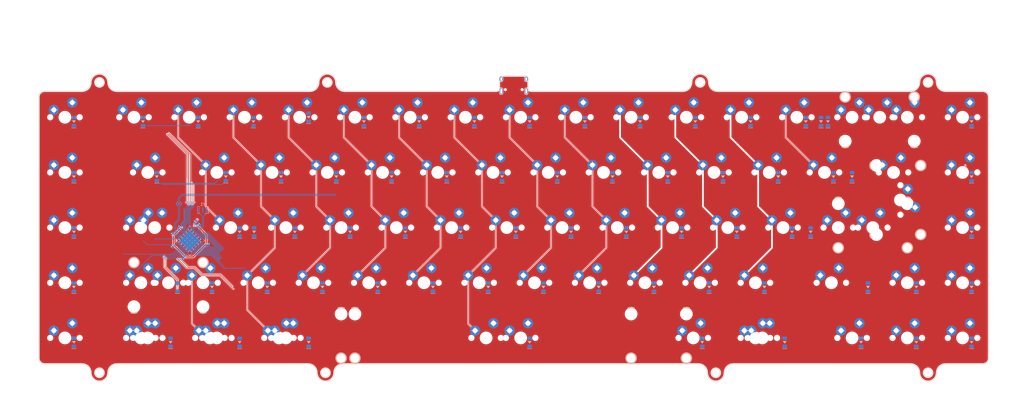
<source format=kicad_pcb>
(kicad_pcb (version 20171130) (host pcbnew "(5.1.11)-1")
  (layers (0 F.Cu signal) (31 B.Cu signal) (34 B.Paste user) (35 F.Paste user) (36 B.SilkS user) (37 F.SilkS user) (38 B.Mask user) (39 F.Mask user) (44 Edge.Cuts user))
  (net 0 "")
  (net 1 "Net-(MX1-Pad1)")
  (net 2 "Net-(MX19-Pad1)")
  (net 3 "Net-(MX20-Pad1)")
  (net 4 "Net-(MX21-Pad1)")
  (net 5 "Net-(MX22-Pad1)")
  (net 6 "Net-(MX23-Pad1)")
  (net 7 "Net-(MX24-Pad1)")
  (net 8 "Net-(MX25-Pad1)")
  (net 9 "Net-(MX26-Pad1)")
  (net 10 "Net-(MX95-Pad1)")
  (net 11 "Net-(U1-Pad42)")
  (net 12 "Net-(U1-Pad41)")
  (net 13 "Net-(U1-Pad40)")
  (net 14 "Net-(U1-Pad39)")
  (net 15 "Net-(U1-Pad38)")
  (net 16 "Net-(U1-Pad31)")
  (net 17 "Net-(U1-Pad30)")
  (net 18 "Net-(U1-Pad29)")
  (net 19 "Net-(U1-Pad28)")
  (net 20 "Net-(U1-Pad27)")
  (net 21 "Net-(U1-Pad26)")
  (net 22 "Net-(U1-Pad25)")
  (net 23 "Net-(U1-Pad22)")
  (net 24 "Net-(U1-Pad21)")
  (net 25 "Net-(U1-Pad20)")
  (net 26 "Net-(U1-Pad19)")
  (net 27 "Net-(U1-Pad18)")
  (net 28 "Net-(U1-Pad17)")
  (net 29 "Net-(U1-Pad16)")
  (net 30 "Net-(U1-Pad12)")
  (net 31 "Net-(U1-Pad11)")
  (net 32 "Net-(U1-Pad10)")
  (net 33 "Net-(MX101-Pad2)")
  (net 34 GND)
  (net 35 D+)
  (net 36 D-)
  (net 37 "Net-(Y1-Pad2)")
  (net 38 "Net-(R3-Pad2)")
  (net 39 "Net-(C5-Pad2)")
  (net 40 "Net-(U1-Pad37)")
  (net 41 "Net-(U1-Pad36)")
  (net 42 "Net-(U1-Pad32)")
  (net 43 "Net-(U1-Pad9)")
  (net 44 "Net-(U1-Pad8)")
  (net 45 "Net-(U1-Pad1)")
  (net 46 +5V)
  (net 47 "Net-(D1-Pad2)")
  (net 48 "Net-(D1-Pad1)")
  (net 49 "Net-(D2-Pad2)")
  (net 50 "Net-(D2-Pad1)")
  (net 51 "Net-(D3-Pad2)")
  (net 52 "Net-(D3-Pad1)")
  (net 53 "Net-(D4-Pad2)")
  (net 54 "Net-(D4-Pad1)")
  (net 55 "Net-(D5-Pad2)")
  (net 56 "Net-(D5-Pad1)")
  (net 57 "Net-(D6-Pad2)")
  (net 58 "Net-(D6-Pad1)")
  (net 59 "Net-(D7-Pad2)")
  (net 60 "Net-(D7-Pad1)")
  (net 61 "Net-(D8-Pad2)")
  (net 62 "Net-(D8-Pad1)")
  (net 63 "Net-(D9-Pad2)")
  (net 64 "Net-(D9-Pad1)")
  (net 65 "Net-(D10-Pad2)")
  (net 66 "Net-(D10-Pad1)")
  (net 67 "Net-(D11-Pad2)")
  (net 68 "Net-(D11-Pad1)")
  (net 69 "Net-(D12-Pad2)")
  (net 70 "Net-(D12-Pad1)")
  (net 71 "Net-(D13-Pad2)")
  (net 72 "Net-(D13-Pad1)")
  (net 73 "Net-(D14-Pad2)")
  (net 74 "Net-(D14-Pad1)")
  (net 75 "Net-(D15-Pad2)")
  (net 76 "Net-(D15-Pad1)")
  (net 77 "Net-(D16-Pad2)")
  (net 78 "Net-(D16-Pad1)")
  (net 79 "Net-(D17-Pad2)")
  (net 80 "Net-(D17-Pad1)")
  (net 81 "Net-(D18-Pad2)")
  (net 82 "Net-(D18-Pad1)")
  (net 83 "Net-(D19-Pad2)")
  (net 84 "Net-(D19-Pad1)")
  (net 85 "Net-(D20-Pad2)")
  (net 86 "Net-(D20-Pad1)")
  (net 87 "Net-(D21-Pad2)")
  (net 88 "Net-(D21-Pad1)")
  (net 89 "Net-(D22-Pad2)")
  (net 90 "Net-(D22-Pad1)")
  (net 91 "Net-(D23-Pad2)")
  (net 92 "Net-(D23-Pad1)")
  (net 93 "Net-(D24-Pad2)")
  (net 94 "Net-(D24-Pad1)")
  (net 95 "Net-(D25-Pad2)")
  (net 96 "Net-(D25-Pad1)")
  (net 97 "Net-(D26-Pad2)")
  (net 98 "Net-(D26-Pad1)")
  (net 99 "Net-(D27-Pad2)")
  (net 100 "Net-(D27-Pad1)")
  (net 101 "Net-(D28-Pad2)")
  (net 102 "Net-(D28-Pad1)")
  (net 103 "Net-(D29-Pad2)")
  (net 104 "Net-(D29-Pad1)")
  (net 105 "Net-(D30-Pad2)")
  (net 106 "Net-(D30-Pad1)")
  (net 107 "Net-(D32-Pad2)")
  (net 108 "Net-(D32-Pad1)")
  (net 109 "Net-(D33-Pad2)")
  (net 110 "Net-(D33-Pad1)")
  (net 111 "Net-(D34-Pad2)")
  (net 112 "Net-(D34-Pad1)")
  (net 113 "Net-(D35-Pad2)")
  (net 114 "Net-(D35-Pad1)")
  (net 115 "Net-(D38-Pad2)")
  (net 116 "Net-(D38-Pad1)")
  (net 117 "Net-(D39-Pad2)")
  (net 118 "Net-(D39-Pad1)")
  (net 119 "Net-(D40-Pad2)")
  (net 120 "Net-(D40-Pad1)")
  (net 121 "Net-(D41-Pad2)")
  (net 122 "Net-(D41-Pad1)")
  (net 123 "Net-(D42-Pad2)")
  (net 124 "Net-(D42-Pad1)")
  (net 125 "Net-(D44-Pad2)")
  (net 126 "Net-(D44-Pad1)")
  (net 127 "Net-(D45-Pad2)")
  (net 128 "Net-(D45-Pad1)")
  (net 129 "Net-(D46-Pad2)")
  (net 130 "Net-(D46-Pad1)")
  (net 131 "Net-(D47-Pad2)")
  (net 132 "Net-(D47-Pad1)")
  (net 133 "Net-(D50-Pad2)")
  (net 134 "Net-(D50-Pad1)")
  (net 135 "Net-(D51-Pad2)")
  (net 136 "Net-(D51-Pad1)")
  (net 137 "Net-(D52-Pad2)")
  (net 138 "Net-(D52-Pad1)")
  (net 139 "Net-(D53-Pad2)")
  (net 140 "Net-(D53-Pad1)")
  (net 141 "Net-(D56-Pad2)")
  (net 142 "Net-(D56-Pad1)")
  (net 143 "Net-(D57-Pad2)")
  (net 144 "Net-(D57-Pad1)")
  (net 145 "Net-(D58-Pad2)")
  (net 146 "Net-(D58-Pad1)")
  (net 147 "Net-(D59-Pad2)")
  (net 148 "Net-(D59-Pad1)")
  (net 149 "Net-(D60-Pad2)")
  (net 150 "Net-(D60-Pad1)")
  (net 151 "Net-(D62-Pad2)")
  (net 152 "Net-(D62-Pad1)")
  (net 153 "Net-(D63-Pad2)")
  (net 154 "Net-(D63-Pad1)")
  (net 155 "Net-(D64-Pad2)")
  (net 156 "Net-(D64-Pad1)")
  (net 157 "Net-(D65-Pad2)")
  (net 158 "Net-(D65-Pad1)")
  (net 159 "Net-(D66-Pad2)")
  (net 160 "Net-(D66-Pad1)")
  (net 161 "Net-(D68-Pad2)")
  (net 162 "Net-(D68-Pad1)")
  (net 163 "Net-(D69-Pad2)")
  (net 164 "Net-(D69-Pad1)")
  (net 165 "Net-(D70-Pad2)")
  (net 166 "Net-(D70-Pad1)")
  (net 167 "Net-(D71-Pad2)")
  (net 168 "Net-(D71-Pad1)")
  (net 169 "Net-(D74-Pad2)")
  (net 170 "Net-(D74-Pad1)")
  (net 171 "Net-(D75-Pad2)")
  (net 172 "Net-(D75-Pad1)")
  (net 173 "Net-(D76-Pad2)")
  (net 174 "Net-(D76-Pad1)")
  (net 175 "Net-(D77-Pad2)")
  (net 176 "Net-(D77-Pad1)")
  (net 177 "Net-(D80-Pad2)")
  (net 178 "Net-(D80-Pad1)")
  (net 179 "Net-(D81-Pad2)")
  (net 180 "Net-(D81-Pad1)")
  (net 181 "Net-(D82-Pad2)")
  (net 182 "Net-(D82-Pad1)")
  (net 183 "Net-(D83-Pad2)")
  (net 184 "Net-(D83-Pad1)")
  (net 185 "Net-(D86-Pad2)")
  (net 186 "Net-(D86-Pad1)")
  (net 187 "Net-(D87-Pad2)")
  (net 188 "Net-(D87-Pad1)")
  (net 189 "Net-(D89-Pad2)")
  (net 190 "Net-(D89-Pad1)")
  (net 191 "Net-(D91-Pad2)")
  (net 192 "Net-(D91-Pad1)")
  (net 193 "Net-(D92-Pad2)")
  (net 194 "Net-(D92-Pad1)")
  (net 195 "Net-(MX103-Pad1)")
  (net 196 "Net-(MX104-Pad1)")
  (net 197 A+)
  (net 198 A-)
  (net 199 "Net-(MX27-Pad1)")
  (net 200 "Net-(MX28-Pad1)")
  (net 201 "Net-(MX29-Pad1)")
  (net 202 "Net-(MX32-Pad1)")
  (net 203 "Net-(USB1-Pad12)")
  (net 204 "Net-(USB1-Pad1)")
  (net 205 "Net-(USB1-Pad11)")
  (net 206 "Net-(USB1-Pad2)")
  (net 207 "Net-(USB1-Pad3)")
  (net 208 "Net-(USB1-Pad10)")
  (net 209 "Net-(USB1-Pad4)")
  (net 210 "Net-(USB1-Pad9)")
  (net 211 "Net-(USB1-Pad5)")
  (net 212 "Net-(USB1-Pad8)")
  (net 213 "Net-(USB1-Pad7)")
  (net 214 "Net-(USB1-Pad6)")
  (net 215 "Net-(USB1-Pad13)")
  (net 216 "Net-(MX7-Pad1)")
  (net 217 "Net-(MX7-Pad2)")
  (net 218 "Net-(MX8-Pad1)")
  (net 219 "Net-(MX8-Pad2)")
  (module MX_Solder_SawnsProjects_AntiShear:MXOnly-1U-NoLED (layer F.Cu) (at 248.655829 70.074332)
    (fp_text reference MX46)
    (fp_text value 1U)
    (pad 1 thru_hole circle (at -3.81 -1.49 180) (size 0.4 0.4) (drill 0.3) (layers *.Cu B.Mask) (net 201 "Net-(MX29-Pad1)"))
    (pad 2 thru_hole circle (at 2.54 -6.13) (size 0.4 0.4) (drill 0.3) (layers *.Cu B.Mask) (net 163 "Net-(D69-Pad2)"))
    (pad 1 smd circle (at -3.81 -2.54) (size 3.6 3.6) (layers B.Cu) (net 201 "Net-(MX29-Pad1)"))
    (pad 1 thru_hole circle (at -3.81 -2.54) (size 2.5 2.5) (drill 1.7) (layers *.Cu) (net 201 "Net-(MX29-Pad1)"))
    (pad "" np_thru_hole circle (at -5.08 0 48.0996) (size 1.75 1.75) (drill 1.75) (layers *.Cu *.Mask))
    (pad 2 thru_hole circle (at 1.49 -5.08 90) (size 0.4 0.4) (drill 0.3) (layers *.Cu B.Mask) (net 163 "Net-(D69-Pad2)"))
    (pad 2 thru_hole circle (at 2.54 -4.03 180) (size 0.4 0.4) (drill 0.3) (layers *.Cu B.Mask) (net 163 "Net-(D69-Pad2)"))
    (pad 2 smd circle (at 2.54 -5.08) (size 3.6 3.6) (layers B.Cu) (net 163 "Net-(D69-Pad2)"))
    (pad 2 thru_hole circle (at 2.54 -5.08) (size 2.5 2.5) (drill 1.7) (layers *.Cu) (net 163 "Net-(D69-Pad2)"))
    (pad 1 thru_hole circle (at -4.86 -2.54 90) (size 0.4 0.4) (drill 0.3) (layers *.Cu B.Mask) (net 201 "Net-(MX29-Pad1)"))
    (pad "" np_thru_hole circle (at 5.08 0 48.0996) (size 1.75 1.75) (drill 1.75) (layers *.Cu *.Mask))
    (pad 1 thru_hole circle (at -2.76 -2.54 270) (size 0.4 0.4) (drill 0.3) (layers *.Cu B.Mask) (net 201 "Net-(MX29-Pad1)"))
    (pad 1 thru_hole circle (at -3.81 -3.59) (size 0.4 0.4) (drill 0.3) (layers *.Cu B.Mask) (net 201 "Net-(MX29-Pad1)"))
    (pad "" np_thru_hole circle (at 0 0) (size 3.9878 3.9878) (drill 3.9878) (layers *.Cu *.Mask))
    (pad 2 thru_hole circle (at 3.59 -5.08 270) (size 0.4 0.4) (drill 0.3) (layers *.Cu B.Mask) (net 163 "Net-(D69-Pad2)"))
  )
  (module MX_Solder_SawnsProjects_AntiShear:MXOnly-1U-NoLED (layer F.Cu) (at 191.505829 70.074331)
    (fp_text reference MX43)
    (fp_text value 1U)
    (pad 1 thru_hole circle (at -3.81 -1.49 180) (size 0.4 0.4) (drill 0.3) (layers *.Cu B.Mask) (net 9 "Net-(MX26-Pad1)"))
    (pad 2 thru_hole circle (at 2.54 -6.13) (size 0.4 0.4) (drill 0.3) (layers *.Cu B.Mask) (net 135 "Net-(D51-Pad2)"))
    (pad 1 smd circle (at -3.81 -2.54) (size 3.6 3.6) (layers B.Cu) (net 9 "Net-(MX26-Pad1)"))
    (pad 1 thru_hole circle (at -3.81 -2.54) (size 2.5 2.5) (drill 1.7) (layers *.Cu) (net 9 "Net-(MX26-Pad1)"))
    (pad "" np_thru_hole circle (at -5.08 0 48.0996) (size 1.75 1.75) (drill 1.75) (layers *.Cu *.Mask))
    (pad 2 thru_hole circle (at 1.49 -5.08 90) (size 0.4 0.4) (drill 0.3) (layers *.Cu B.Mask) (net 135 "Net-(D51-Pad2)"))
    (pad 2 thru_hole circle (at 2.54 -4.03 180) (size 0.4 0.4) (drill 0.3) (layers *.Cu B.Mask) (net 135 "Net-(D51-Pad2)"))
    (pad 2 smd circle (at 2.54 -5.08) (size 3.6 3.6) (layers B.Cu) (net 135 "Net-(D51-Pad2)"))
    (pad 2 thru_hole circle (at 2.54 -5.08) (size 2.5 2.5) (drill 1.7) (layers *.Cu) (net 135 "Net-(D51-Pad2)"))
    (pad 1 thru_hole circle (at -4.86 -2.54 90) (size 0.4 0.4) (drill 0.3) (layers *.Cu B.Mask) (net 9 "Net-(MX26-Pad1)"))
    (pad "" np_thru_hole circle (at 5.08 0 48.0996) (size 1.75 1.75) (drill 1.75) (layers *.Cu *.Mask))
    (pad 1 thru_hole circle (at -2.76 -2.54 270) (size 0.4 0.4) (drill 0.3) (layers *.Cu B.Mask) (net 9 "Net-(MX26-Pad1)"))
    (pad 1 thru_hole circle (at -3.81 -3.59) (size 0.4 0.4) (drill 0.3) (layers *.Cu B.Mask) (net 9 "Net-(MX26-Pad1)"))
    (pad "" np_thru_hole circle (at 0 0) (size 3.9878 3.9878) (drill 3.9878) (layers *.Cu *.Mask))
    (pad 2 thru_hole circle (at 3.59 -5.08 270) (size 0.4 0.4) (drill 0.3) (layers *.Cu B.Mask) (net 135 "Net-(D51-Pad2)"))
  )
  (module MX_Solder_SawnsProjects_AntiShear:MXOnly-ISO-ROTATED-ReversedStabilizers-NoLED (layer F.Cu) (at 293.899579 79.599332)
    (fp_text reference MX7)
    (fp_text value 2.25U)
    (pad 2 thru_hole circle (at 6.13 2.54 270) (size 0.4 0.4) (drill 0.3) (layers *.Cu B.Mask) (net 217 "Net-(MX7-Pad2)"))
    (pad 1 thru_hole circle (at 1.49 -3.81 90) (size 0.4 0.4) (drill 0.3) (layers *.Cu B.Mask) (net 216 "Net-(MX7-Pad1)"))
    (pad 2 thru_hole circle (at 5.08 3.59 180) (size 0.4 0.4) (drill 0.3) (layers *.Cu B.Mask) (net 217 "Net-(MX7-Pad2)"))
    (pad 1 thru_hole circle (at 3.59 -3.81 270) (size 0.4 0.4) (drill 0.3) (layers *.Cu B.Mask) (net 216 "Net-(MX7-Pad1)"))
    (pad 1 thru_hole circle (at 2.54 -4.86) (size 0.4 0.4) (drill 0.3) (layers *.Cu B.Mask) (net 216 "Net-(MX7-Pad1)"))
    (pad 2 thru_hole circle (at 5.08 1.49) (size 0.4 0.4) (drill 0.3) (layers *.Cu B.Mask) (net 217 "Net-(MX7-Pad2)"))
    (pad 1 thru_hole circle (at 2.54 -2.76 180) (size 0.4 0.4) (drill 0.3) (layers *.Cu B.Mask) (net 216 "Net-(MX7-Pad1)"))
    (pad 2 thru_hole circle (at 4.03 2.54 90) (size 0.4 0.4) (drill 0.3) (layers *.Cu B.Mask) (net 217 "Net-(MX7-Pad2)"))
    (pad "" np_thru_hole circle (at 0 5.08 318.0996) (size 1.75 1.75) (drill 1.75) (layers *.Cu *.Mask))
    (pad "" np_thru_hole circle (at 0 -5.08 318.0996) (size 1.75 1.75) (drill 1.75) (layers *.Cu *.Mask))
    (pad 1 thru_hole circle (at 2.54 -3.81 270) (size 2.5 2.5) (drill 1.7) (layers *.Cu) (net 216 "Net-(MX7-Pad1)"))
    (pad 2 thru_hole circle (at 5.08 2.54 270) (size 2.5 2.5) (drill 1.7) (layers *.Cu) (net 217 "Net-(MX7-Pad2)"))
    (pad 1 connect circle (at 2.54 -3.81 270) (size 3.6 3.6) (layers B.Cu) (net 216 "Net-(MX7-Pad1)"))
    (pad "" np_thru_hole circle (at 0 0 270) (size 3.9878 3.9878) (drill 3.9878) (layers *.Cu *.Mask))
    (pad 2 connect circle (at 5.08 2.54 270) (size 3.6 3.6) (layers B.Cu) (net 217 "Net-(MX7-Pad2)"))
    (pad "" np_thru_hole circle (at -8.255 -11.938) (size 3.9878 3.9878) (drill 3.9878) (layers *.Cu *.Mask))
    (pad "" np_thru_hole circle (at -8.255 11.938) (size 3.9878 3.9878) (drill 3.9878) (layers *.Cu *.Mask))
    (pad "" np_thru_hole circle (at 6.985 -11.938) (size 3.048 3.048) (drill 3.048) (layers *.Cu *.Mask))
    (pad "" np_thru_hole circle (at 6.985 11.938) (size 3.048 3.048) (drill 3.048) (layers *.Cu *.Mask))
  )
  (module MX_Solder_SawnsProjects_AntiShear:MXOnly-1.5U-NoLED (layer F.Cu) (at 243.893329 127.224332)
    (fp_text reference MX9)
    (fp_text value 1.5U)
    (pad 2 thru_hole circle (at 2.54 -6.13) (size 0.4 0.4) (drill 0.3) (layers *.Cu B.Mask) (net 105 "Net-(D30-Pad2)"))
    (pad 1 thru_hole circle (at -3.81 -1.49 180) (size 0.4 0.4) (drill 0.3) (layers *.Cu B.Mask) (net 201 "Net-(MX29-Pad1)"))
    (pad 2 thru_hole circle (at 3.59 -5.08 270) (size 0.4 0.4) (drill 0.3) (layers *.Cu B.Mask) (net 105 "Net-(D30-Pad2)"))
    (pad 1 thru_hole circle (at -3.81 -3.59) (size 0.4 0.4) (drill 0.3) (layers *.Cu B.Mask) (net 201 "Net-(MX29-Pad1)"))
    (pad 1 thru_hole circle (at -4.86 -2.54 90) (size 0.4 0.4) (drill 0.3) (layers *.Cu B.Mask) (net 201 "Net-(MX29-Pad1)"))
    (pad 2 thru_hole circle (at 1.49 -5.08 90) (size 0.4 0.4) (drill 0.3) (layers *.Cu B.Mask) (net 105 "Net-(D30-Pad2)"))
    (pad 1 thru_hole circle (at -2.76 -2.54 270) (size 0.4 0.4) (drill 0.3) (layers *.Cu B.Mask) (net 201 "Net-(MX29-Pad1)"))
    (pad 2 thru_hole circle (at 2.54 -4.03 180) (size 0.4 0.4) (drill 0.3) (layers *.Cu B.Mask) (net 105 "Net-(D30-Pad2)"))
    (pad "" np_thru_hole circle (at 5.08 0 48.0996) (size 1.75 1.75) (drill 1.75) (layers *.Cu *.Mask))
    (pad "" np_thru_hole circle (at -5.08 0 48.0996) (size 1.75 1.75) (drill 1.75) (layers *.Cu *.Mask))
    (pad 1 thru_hole circle (at -3.81 -2.54) (size 2.5 2.5) (drill 1.7) (layers *.Cu) (net 201 "Net-(MX29-Pad1)"))
    (pad 2 thru_hole circle (at 2.54 -5.08) (size 2.5 2.5) (drill 1.7) (layers *.Cu) (net 105 "Net-(D30-Pad2)"))
    (pad 1 smd circle (at -3.81 -2.54) (size 3.6 3.6) (layers B.Cu) (net 201 "Net-(MX29-Pad1)"))
    (pad "" np_thru_hole circle (at 0 0) (size 3.9878 3.9878) (drill 3.9878) (layers *.Cu *.Mask))
    (pad 2 smd circle (at 2.54 -5.08) (size 3.6 3.6) (layers B.Cu) (net 105 "Net-(D30-Pad2)"))
  )
  (module MX_Solder_SawnsProjects_AntiShear:MXOnly-1U-NoLED (layer F.Cu) (at 272.468329 89.124332)
    (fp_text reference MX8)
    (fp_text value 1U)
    (pad 1 thru_hole circle (at -3.81 -1.49 180) (size 0.4 0.4) (drill 0.3) (layers *.Cu B.Mask) (net 218 "Net-(MX8-Pad1)"))
    (pad 2 thru_hole circle (at 2.54 -6.13) (size 0.4 0.4) (drill 0.3) (layers *.Cu B.Mask) (net 219 "Net-(MX8-Pad2)"))
    (pad 1 smd circle (at -3.81 -2.54) (size 3.6 3.6) (layers B.Cu) (net 218 "Net-(MX8-Pad1)"))
    (pad 1 thru_hole circle (at -3.81 -2.54) (size 2.5 2.5) (drill 1.7) (layers *.Cu) (net 218 "Net-(MX8-Pad1)"))
    (pad "" np_thru_hole circle (at -5.08 0 48.0996) (size 1.75 1.75) (drill 1.75) (layers *.Cu *.Mask))
    (pad 2 thru_hole circle (at 1.49 -5.08 90) (size 0.4 0.4) (drill 0.3) (layers *.Cu B.Mask) (net 219 "Net-(MX8-Pad2)"))
    (pad 2 thru_hole circle (at 2.54 -4.03 180) (size 0.4 0.4) (drill 0.3) (layers *.Cu B.Mask) (net 219 "Net-(MX8-Pad2)"))
    (pad 2 smd circle (at 2.54 -5.08) (size 3.6 3.6) (layers B.Cu) (net 219 "Net-(MX8-Pad2)"))
    (pad 2 thru_hole circle (at 2.54 -5.08) (size 2.5 2.5) (drill 1.7) (layers *.Cu) (net 219 "Net-(MX8-Pad2)"))
    (pad 1 thru_hole circle (at -4.86 -2.54 90) (size 0.4 0.4) (drill 0.3) (layers *.Cu B.Mask) (net 218 "Net-(MX8-Pad1)"))
    (pad "" np_thru_hole circle (at 5.08 0 48.0996) (size 1.75 1.75) (drill 1.75) (layers *.Cu *.Mask))
    (pad 1 thru_hole circle (at -2.76 -2.54 270) (size 0.4 0.4) (drill 0.3) (layers *.Cu B.Mask) (net 218 "Net-(MX8-Pad1)"))
    (pad 1 thru_hole circle (at -3.81 -3.59) (size 0.4 0.4) (drill 0.3) (layers *.Cu B.Mask) (net 218 "Net-(MX8-Pad1)"))
    (pad "" np_thru_hole circle (at 0 0) (size 3.9878 3.9878) (drill 3.9878) (layers *.Cu *.Mask))
    (pad 2 thru_hole circle (at 3.59 -5.08 270) (size 0.4 0.4) (drill 0.3) (layers *.Cu B.Mask) (net 219 "Net-(MX8-Pad2)"))
  )
  (module MX_Solder_SawnsProjects_AntiShear:MXOnly-1.25U-NoLED (layer F.Cu) (at 246.27458 127.224332)
    (fp_text reference MX6)
    (fp_text value 1.25U)
    (pad 1 thru_hole circle (at -3.81 -1.49 180) (size 0.4 0.4) (drill 0.3) (layers *.Cu B.Mask) (net 201 "Net-(MX29-Pad1)"))
    (pad 2 thru_hole circle (at 2.54 -6.13) (size 0.4 0.4) (drill 0.3) (layers *.Cu B.Mask) (net 105 "Net-(D30-Pad2)"))
    (pad 1 smd circle (at -3.81 -2.54) (size 3.6 3.6) (layers B.Cu) (net 201 "Net-(MX29-Pad1)"))
    (pad 1 thru_hole circle (at -3.81 -2.54) (size 2.5 2.5) (drill 1.7) (layers *.Cu) (net 201 "Net-(MX29-Pad1)"))
    (pad "" np_thru_hole circle (at -5.08 0 48.0996) (size 1.75 1.75) (drill 1.75) (layers *.Cu *.Mask))
    (pad 2 thru_hole circle (at 1.49 -5.08 90) (size 0.4 0.4) (drill 0.3) (layers *.Cu B.Mask) (net 105 "Net-(D30-Pad2)"))
    (pad 2 thru_hole circle (at 2.54 -4.03 180) (size 0.4 0.4) (drill 0.3) (layers *.Cu B.Mask) (net 105 "Net-(D30-Pad2)"))
    (pad 2 smd circle (at 2.54 -5.08) (size 3.6 3.6) (layers B.Cu) (net 105 "Net-(D30-Pad2)"))
    (pad 2 thru_hole circle (at 2.54 -5.08) (size 2.5 2.5) (drill 1.7) (layers *.Cu) (net 105 "Net-(D30-Pad2)"))
    (pad 1 thru_hole circle (at -4.86 -2.54 90) (size 0.4 0.4) (drill 0.3) (layers *.Cu B.Mask) (net 201 "Net-(MX29-Pad1)"))
    (pad "" np_thru_hole circle (at 5.08 0 48.0996) (size 1.75 1.75) (drill 1.75) (layers *.Cu *.Mask))
    (pad 1 thru_hole circle (at -2.76 -2.54 270) (size 0.4 0.4) (drill 0.3) (layers *.Cu B.Mask) (net 201 "Net-(MX29-Pad1)"))
    (pad 1 thru_hole circle (at -3.81 -3.59) (size 0.4 0.4) (drill 0.3) (layers *.Cu B.Mask) (net 201 "Net-(MX29-Pad1)"))
    (pad "" np_thru_hole circle (at 0 0) (size 3.9878 3.9878) (drill 3.9878) (layers *.Cu *.Mask))
    (pad 2 thru_hole circle (at 3.59 -5.08 270) (size 0.4 0.4) (drill 0.3) (layers *.Cu B.Mask) (net 105 "Net-(D30-Pad2)"))
  )
  (module sanproject-keyboard-part:DIODE_1206_SawnsProjects (layer B.Cu) (at 253.992329 128.724332 90)
    (fp_text reference D30)
    (fp_text value 1N4148W)
    (pad 2 smd roundrect (at 1.4 0 90) (size 1.2 1.6) (layers B.Cu B.Paste B.Mask) (roundrect_rratio 0.2) (net 105 "Net-(D30-Pad2)"))
    (pad 1 smd roundrect (at -1.4 0 90) (size 1.2 1.6) (layers B.Cu B.Paste B.Mask) (roundrect_rratio 0.2) (net 106 "Net-(D30-Pad1)"))
  )
  (module sanproject-keyboard-part:HRO-TYPE-C-31-M-12-Assembly (layer F.Cu) (at 160.549578 35.249332 180)
    (fp_text reference USB1)
    (fp_text value HRO-TYPE-C-31-M-12-Type-C)
    (pad 12 smd rect (at 3.225 -7.695 180) (size 0.6 1.45) (layers F.Cu F.Paste F.Mask) (net 203 "Net-(USB1-Pad12)"))
    (pad 1 smd rect (at -3.225 -7.695 180) (size 0.6 1.45) (layers F.Cu F.Paste F.Mask) (net 204 "Net-(USB1-Pad1)"))
    (pad 11 smd rect (at 2.45 -7.695 180) (size 0.6 1.45) (layers F.Cu F.Paste F.Mask) (net 205 "Net-(USB1-Pad11)"))
    (pad 2 smd rect (at -2.45 -7.695 180) (size 0.6 1.45) (layers F.Cu F.Paste F.Mask) (net 206 "Net-(USB1-Pad2)"))
    (pad 3 smd rect (at -1.75 -7.695 180) (size 0.3 1.45) (layers F.Cu F.Paste F.Mask) (net 207 "Net-(USB1-Pad3)"))
    (pad 10 smd rect (at 1.75 -7.695 180) (size 0.3 1.45) (layers F.Cu F.Paste F.Mask) (net 208 "Net-(USB1-Pad10)"))
    (pad 4 smd rect (at -1.25 -7.695 180) (size 0.3 1.45) (layers F.Cu F.Paste F.Mask) (net 209 "Net-(USB1-Pad4)"))
    (pad 9 smd rect (at 1.25 -7.695 180) (size 0.3 1.45) (layers F.Cu F.Paste F.Mask) (net 210 "Net-(USB1-Pad9)"))
    (pad 5 smd rect (at -0.75 -7.695 180) (size 0.3 1.45) (layers F.Cu F.Paste F.Mask) (net 211 "Net-(USB1-Pad5)"))
    (pad 8 smd rect (at 0.75 -7.695 180) (size 0.3 1.45) (layers F.Cu F.Paste F.Mask) (net 212 "Net-(USB1-Pad8)"))
    (pad 7 smd rect (at 0.25 -7.695 180) (size 0.3 1.45) (layers F.Cu F.Paste F.Mask) (net 213 "Net-(USB1-Pad7)"))
    (pad 6 smd rect (at -0.25 -7.695 180) (size 0.3 1.45) (layers F.Cu F.Paste F.Mask) (net 214 "Net-(USB1-Pad6)"))
    (pad "" np_thru_hole circle (at 2.89 -6.25 180) (size 0.65 0.65) (drill 0.65) (layers *.Cu *.Mask))
    (pad "" np_thru_hole circle (at -2.89 -6.25 180) (size 0.65 0.65) (drill 0.65) (layers *.Cu *.Mask))
    (pad 13 thru_hole oval (at -4.32 -6.78 180) (size 1 2.1) (drill oval 0.6 1.7) (layers *.Cu *.Mask F.Paste) (net 215 "Net-(USB1-Pad13)"))
    (pad 13 thru_hole oval (at 4.32 -6.78 180) (size 1 2.1) (drill oval 0.6 1.7) (layers *.Cu *.Mask F.Paste) (net 215 "Net-(USB1-Pad13)"))
    (pad 13 thru_hole oval (at -4.32 -2.6 180) (size 1 1.6) (drill oval 0.6 1.2) (layers *.Cu *.Mask F.Paste) (net 215 "Net-(USB1-Pad13)"))
    (pad 13 thru_hole oval (at 4.32 -2.6 180) (size 1 1.6) (drill oval 0.6 1.2) (layers *.Cu *.Mask F.Paste) (net 215 "Net-(USB1-Pad13)"))
  )
  (module MX_Solder_SawnsProjects_AntiShear:MXOnly-1U-NoLED (layer F.Cu) (at 5.768329 127.224332)
    (fp_text reference MX5)
    (fp_text value 1U)
    (pad 1 thru_hole circle (at -3.81 -1.49 180) (size 0.4 0.4) (drill 0.3) (layers *.Cu B.Mask) (net 1 "Net-(MX1-Pad1)"))
    (pad 2 thru_hole circle (at 2.54 -6.13) (size 0.4 0.4) (drill 0.3) (layers *.Cu B.Mask) (net 95 "Net-(D25-Pad2)"))
    (pad 1 smd circle (at -3.81 -2.54) (size 3.6 3.6) (layers B.Cu) (net 1 "Net-(MX1-Pad1)"))
    (pad 1 thru_hole circle (at -3.81 -2.54) (size 2.5 2.5) (drill 1.7) (layers *.Cu) (net 1 "Net-(MX1-Pad1)"))
    (pad "" np_thru_hole circle (at -5.08 0 48.0996) (size 1.75 1.75) (drill 1.75) (layers *.Cu *.Mask))
    (pad 2 thru_hole circle (at 1.49 -5.08 90) (size 0.4 0.4) (drill 0.3) (layers *.Cu B.Mask) (net 95 "Net-(D25-Pad2)"))
    (pad 2 thru_hole circle (at 2.54 -4.03 180) (size 0.4 0.4) (drill 0.3) (layers *.Cu B.Mask) (net 95 "Net-(D25-Pad2)"))
    (pad 2 smd circle (at 2.54 -5.08) (size 3.6 3.6) (layers B.Cu) (net 95 "Net-(D25-Pad2)"))
    (pad 2 thru_hole circle (at 2.54 -5.08) (size 2.5 2.5) (drill 1.7) (layers *.Cu) (net 95 "Net-(D25-Pad2)"))
    (pad 1 thru_hole circle (at -4.86 -2.54 90) (size 0.4 0.4) (drill 0.3) (layers *.Cu B.Mask) (net 1 "Net-(MX1-Pad1)"))
    (pad "" np_thru_hole circle (at 5.08 0 48.0996) (size 1.75 1.75) (drill 1.75) (layers *.Cu *.Mask))
    (pad 1 thru_hole circle (at -2.76 -2.54 270) (size 0.4 0.4) (drill 0.3) (layers *.Cu B.Mask) (net 1 "Net-(MX1-Pad1)"))
    (pad 1 thru_hole circle (at -3.81 -3.59) (size 0.4 0.4) (drill 0.3) (layers *.Cu B.Mask) (net 1 "Net-(MX1-Pad1)"))
    (pad "" np_thru_hole circle (at 0 0) (size 3.9878 3.9878) (drill 3.9878) (layers *.Cu *.Mask))
    (pad 2 thru_hole circle (at 3.59 -5.08 270) (size 0.4 0.4) (drill 0.3) (layers *.Cu B.Mask) (net 95 "Net-(D25-Pad2)"))
  )
  (module MX_Solder_SawnsProjects_AntiShear:MXOnly-1U-NoLED (layer F.Cu) (at 5.768329 108.174332)
    (fp_text reference MX4)
    (fp_text value 1U)
    (pad 1 thru_hole circle (at -3.81 -1.49 180) (size 0.4 0.4) (drill 0.3) (layers *.Cu B.Mask) (net 1 "Net-(MX1-Pad1)"))
    (pad 2 thru_hole circle (at 2.54 -6.13) (size 0.4 0.4) (drill 0.3) (layers *.Cu B.Mask) (net 83 "Net-(D19-Pad2)"))
    (pad 1 smd circle (at -3.81 -2.54) (size 3.6 3.6) (layers B.Cu) (net 1 "Net-(MX1-Pad1)"))
    (pad 1 thru_hole circle (at -3.81 -2.54) (size 2.5 2.5) (drill 1.7) (layers *.Cu) (net 1 "Net-(MX1-Pad1)"))
    (pad "" np_thru_hole circle (at -5.08 0 48.0996) (size 1.75 1.75) (drill 1.75) (layers *.Cu *.Mask))
    (pad 2 thru_hole circle (at 1.49 -5.08 90) (size 0.4 0.4) (drill 0.3) (layers *.Cu B.Mask) (net 83 "Net-(D19-Pad2)"))
    (pad 2 thru_hole circle (at 2.54 -4.03 180) (size 0.4 0.4) (drill 0.3) (layers *.Cu B.Mask) (net 83 "Net-(D19-Pad2)"))
    (pad 2 smd circle (at 2.54 -5.08) (size 3.6 3.6) (layers B.Cu) (net 83 "Net-(D19-Pad2)"))
    (pad 2 thru_hole circle (at 2.54 -5.08) (size 2.5 2.5) (drill 1.7) (layers *.Cu) (net 83 "Net-(D19-Pad2)"))
    (pad 1 thru_hole circle (at -4.86 -2.54 90) (size 0.4 0.4) (drill 0.3) (layers *.Cu B.Mask) (net 1 "Net-(MX1-Pad1)"))
    (pad "" np_thru_hole circle (at 5.08 0 48.0996) (size 1.75 1.75) (drill 1.75) (layers *.Cu *.Mask))
    (pad 1 thru_hole circle (at -2.76 -2.54 270) (size 0.4 0.4) (drill 0.3) (layers *.Cu B.Mask) (net 1 "Net-(MX1-Pad1)"))
    (pad 1 thru_hole circle (at -3.81 -3.59) (size 0.4 0.4) (drill 0.3) (layers *.Cu B.Mask) (net 1 "Net-(MX1-Pad1)"))
    (pad "" np_thru_hole circle (at 0 0) (size 3.9878 3.9878) (drill 3.9878) (layers *.Cu *.Mask))
    (pad 2 thru_hole circle (at 3.59 -5.08 270) (size 0.4 0.4) (drill 0.3) (layers *.Cu B.Mask) (net 83 "Net-(D19-Pad2)"))
  )
  (module MX_Solder_SawnsProjects_AntiShear:MXOnly-1U-NoLED (layer F.Cu) (at 5.768329 89.124332)
    (fp_text reference MX3)
    (fp_text value 1U)
    (pad 1 thru_hole circle (at -3.81 -1.49 180) (size 0.4 0.4) (drill 0.3) (layers *.Cu B.Mask) (net 1 "Net-(MX1-Pad1)"))
    (pad 2 thru_hole circle (at 2.54 -6.13) (size 0.4 0.4) (drill 0.3) (layers *.Cu B.Mask) (net 71 "Net-(D13-Pad2)"))
    (pad 1 smd circle (at -3.81 -2.54) (size 3.6 3.6) (layers B.Cu) (net 1 "Net-(MX1-Pad1)"))
    (pad 1 thru_hole circle (at -3.81 -2.54) (size 2.5 2.5) (drill 1.7) (layers *.Cu) (net 1 "Net-(MX1-Pad1)"))
    (pad "" np_thru_hole circle (at -5.08 0 48.0996) (size 1.75 1.75) (drill 1.75) (layers *.Cu *.Mask))
    (pad 2 thru_hole circle (at 1.49 -5.08 90) (size 0.4 0.4) (drill 0.3) (layers *.Cu B.Mask) (net 71 "Net-(D13-Pad2)"))
    (pad 2 thru_hole circle (at 2.54 -4.03 180) (size 0.4 0.4) (drill 0.3) (layers *.Cu B.Mask) (net 71 "Net-(D13-Pad2)"))
    (pad 2 smd circle (at 2.54 -5.08) (size 3.6 3.6) (layers B.Cu) (net 71 "Net-(D13-Pad2)"))
    (pad 2 thru_hole circle (at 2.54 -5.08) (size 2.5 2.5) (drill 1.7) (layers *.Cu) (net 71 "Net-(D13-Pad2)"))
    (pad 1 thru_hole circle (at -4.86 -2.54 90) (size 0.4 0.4) (drill 0.3) (layers *.Cu B.Mask) (net 1 "Net-(MX1-Pad1)"))
    (pad "" np_thru_hole circle (at 5.08 0 48.0996) (size 1.75 1.75) (drill 1.75) (layers *.Cu *.Mask))
    (pad 1 thru_hole circle (at -2.76 -2.54 270) (size 0.4 0.4) (drill 0.3) (layers *.Cu B.Mask) (net 1 "Net-(MX1-Pad1)"))
    (pad 1 thru_hole circle (at -3.81 -3.59) (size 0.4 0.4) (drill 0.3) (layers *.Cu B.Mask) (net 1 "Net-(MX1-Pad1)"))
    (pad "" np_thru_hole circle (at 0 0) (size 3.9878 3.9878) (drill 3.9878) (layers *.Cu *.Mask))
    (pad 2 thru_hole circle (at 3.59 -5.08 270) (size 0.4 0.4) (drill 0.3) (layers *.Cu B.Mask) (net 71 "Net-(D13-Pad2)"))
  )
  (module MX_Solder_SawnsProjects_AntiShear:MXOnly-1U-NoLED (layer F.Cu) (at 5.768329 70.074332)
    (fp_text reference MX2)
    (fp_text value 1U)
    (pad 1 thru_hole circle (at -3.81 -1.49 180) (size 0.4 0.4) (drill 0.3) (layers *.Cu B.Mask) (net 1 "Net-(MX1-Pad1)"))
    (pad 2 thru_hole circle (at 2.54 -6.13) (size 0.4 0.4) (drill 0.3) (layers *.Cu B.Mask) (net 59 "Net-(D7-Pad2)"))
    (pad 1 smd circle (at -3.81 -2.54) (size 3.6 3.6) (layers B.Cu) (net 1 "Net-(MX1-Pad1)"))
    (pad 1 thru_hole circle (at -3.81 -2.54) (size 2.5 2.5) (drill 1.7) (layers *.Cu) (net 1 "Net-(MX1-Pad1)"))
    (pad "" np_thru_hole circle (at -5.08 0 48.0996) (size 1.75 1.75) (drill 1.75) (layers *.Cu *.Mask))
    (pad 2 thru_hole circle (at 1.49 -5.08 90) (size 0.4 0.4) (drill 0.3) (layers *.Cu B.Mask) (net 59 "Net-(D7-Pad2)"))
    (pad 2 thru_hole circle (at 2.54 -4.03 180) (size 0.4 0.4) (drill 0.3) (layers *.Cu B.Mask) (net 59 "Net-(D7-Pad2)"))
    (pad 2 smd circle (at 2.54 -5.08) (size 3.6 3.6) (layers B.Cu) (net 59 "Net-(D7-Pad2)"))
    (pad 2 thru_hole circle (at 2.54 -5.08) (size 2.5 2.5) (drill 1.7) (layers *.Cu) (net 59 "Net-(D7-Pad2)"))
    (pad 1 thru_hole circle (at -4.86 -2.54 90) (size 0.4 0.4) (drill 0.3) (layers *.Cu B.Mask) (net 1 "Net-(MX1-Pad1)"))
    (pad "" np_thru_hole circle (at 5.08 0 48.0996) (size 1.75 1.75) (drill 1.75) (layers *.Cu *.Mask))
    (pad 1 thru_hole circle (at -2.76 -2.54 270) (size 0.4 0.4) (drill 0.3) (layers *.Cu B.Mask) (net 1 "Net-(MX1-Pad1)"))
    (pad 1 thru_hole circle (at -3.81 -3.59) (size 0.4 0.4) (drill 0.3) (layers *.Cu B.Mask) (net 1 "Net-(MX1-Pad1)"))
    (pad "" np_thru_hole circle (at 0 0) (size 3.9878 3.9878) (drill 3.9878) (layers *.Cu *.Mask))
    (pad 2 thru_hole circle (at 3.59 -5.08 270) (size 0.4 0.4) (drill 0.3) (layers *.Cu B.Mask) (net 59 "Net-(D7-Pad2)"))
  )
  (module MX_Solder_SawnsProjects_AntiShear:MXOnly-1U-NoLED (layer F.Cu) (at 5.768329 51.024332)
    (fp_text reference MX1)
    (fp_text value 1U)
    (pad 1 thru_hole circle (at -3.81 -1.49 180) (size 0.4 0.4) (drill 0.3) (layers *.Cu B.Mask) (net 1 "Net-(MX1-Pad1)"))
    (pad 2 thru_hole circle (at 2.54 -6.13) (size 0.4 0.4) (drill 0.3) (layers *.Cu B.Mask) (net 47 "Net-(D1-Pad2)"))
    (pad 1 smd circle (at -3.81 -2.54) (size 3.6 3.6) (layers B.Cu) (net 1 "Net-(MX1-Pad1)"))
    (pad 1 thru_hole circle (at -3.81 -2.54) (size 2.5 2.5) (drill 1.7) (layers *.Cu) (net 1 "Net-(MX1-Pad1)"))
    (pad "" np_thru_hole circle (at -5.08 0 48.0996) (size 1.75 1.75) (drill 1.75) (layers *.Cu *.Mask))
    (pad 2 thru_hole circle (at 1.49 -5.08 90) (size 0.4 0.4) (drill 0.3) (layers *.Cu B.Mask) (net 47 "Net-(D1-Pad2)"))
    (pad 2 thru_hole circle (at 2.54 -4.03 180) (size 0.4 0.4) (drill 0.3) (layers *.Cu B.Mask) (net 47 "Net-(D1-Pad2)"))
    (pad 2 smd circle (at 2.54 -5.08) (size 3.6 3.6) (layers B.Cu) (net 47 "Net-(D1-Pad2)"))
    (pad 2 thru_hole circle (at 2.54 -5.08) (size 2.5 2.5) (drill 1.7) (layers *.Cu) (net 47 "Net-(D1-Pad2)"))
    (pad 1 thru_hole circle (at -4.86 -2.54 90) (size 0.4 0.4) (drill 0.3) (layers *.Cu B.Mask) (net 1 "Net-(MX1-Pad1)"))
    (pad "" np_thru_hole circle (at 5.08 0 48.0996) (size 1.75 1.75) (drill 1.75) (layers *.Cu *.Mask))
    (pad 1 thru_hole circle (at -2.76 -2.54 270) (size 0.4 0.4) (drill 0.3) (layers *.Cu B.Mask) (net 1 "Net-(MX1-Pad1)"))
    (pad 1 thru_hole circle (at -3.81 -3.59) (size 0.4 0.4) (drill 0.3) (layers *.Cu B.Mask) (net 1 "Net-(MX1-Pad1)"))
    (pad "" np_thru_hole circle (at 0 0) (size 3.9878 3.9878) (drill 3.9878) (layers *.Cu *.Mask))
    (pad 2 thru_hole circle (at 3.59 -5.08 270) (size 0.4 0.4) (drill 0.3) (layers *.Cu B.Mask) (net 47 "Net-(D1-Pad2)"))
  )
  (module sanproject-keyboard-part:DIODE_1206_SawnsProjects (layer B.Cu) (at 8.867329 128.724332 90)
    (fp_text reference D25)
    (fp_text value 1N4148W)
    (pad 2 smd roundrect (at 1.4 0 90) (size 1.2 1.6) (layers B.Cu B.Paste B.Mask) (roundrect_rratio 0.2) (net 95 "Net-(D25-Pad2)"))
    (pad 1 smd roundrect (at -1.4 0 90) (size 1.2 1.6) (layers B.Cu B.Paste B.Mask) (roundrect_rratio 0.2) (net 96 "Net-(D25-Pad1)"))
  )
  (module sanproject-keyboard-part:DIODE_1206_SawnsProjects (layer B.Cu) (at 8.867329 109.674332 90)
    (fp_text reference D19)
    (fp_text value 1N4148W)
    (pad 2 smd roundrect (at 1.4 0 90) (size 1.2 1.6) (layers B.Cu B.Paste B.Mask) (roundrect_rratio 0.2) (net 83 "Net-(D19-Pad2)"))
    (pad 1 smd roundrect (at -1.4 0 90) (size 1.2 1.6) (layers B.Cu B.Paste B.Mask) (roundrect_rratio 0.2) (net 84 "Net-(D19-Pad1)"))
  )
  (module sanproject-keyboard-part:DIODE_1206_SawnsProjects (layer B.Cu) (at 8.867329 90.624332 90)
    (fp_text reference D13)
    (fp_text value 1N4148W)
    (pad 2 smd roundrect (at 1.4 0 90) (size 1.2 1.6) (layers B.Cu B.Paste B.Mask) (roundrect_rratio 0.2) (net 71 "Net-(D13-Pad2)"))
    (pad 1 smd roundrect (at -1.4 0 90) (size 1.2 1.6) (layers B.Cu B.Paste B.Mask) (roundrect_rratio 0.2) (net 72 "Net-(D13-Pad1)"))
  )
  (module sanproject-keyboard-part:DIODE_1206_SawnsProjects (layer B.Cu) (at 8.867329 71.574332 90)
    (fp_text reference D7)
    (fp_text value 1N4148W)
    (pad 2 smd roundrect (at 1.4 0 90) (size 1.2 1.6) (layers B.Cu B.Paste B.Mask) (roundrect_rratio 0.2) (net 59 "Net-(D7-Pad2)"))
    (pad 1 smd roundrect (at -1.4 0 90) (size 1.2 1.6) (layers B.Cu B.Paste B.Mask) (roundrect_rratio 0.2) (net 60 "Net-(D7-Pad1)"))
  )
  (module sanproject-keyboard-part:DIODE_1206_SawnsProjects (layer B.Cu) (at 8.867329 52.524332 90)
    (fp_text reference D1)
    (fp_text value 1N4148W)
    (pad 2 smd roundrect (at 1.4 0 90) (size 1.2 1.6) (layers B.Cu B.Paste B.Mask) (roundrect_rratio 0.2) (net 47 "Net-(D1-Pad2)"))
    (pad 1 smd roundrect (at -1.4 0 90) (size 1.2 1.6) (layers B.Cu B.Paste B.Mask) (roundrect_rratio 0.2) (net 48 "Net-(D1-Pad1)"))
  )
  (module MX_Solder_SawnsProjects_AntiShear:MXOnly-1U-NoLED (layer F.Cu) (at 134.355827 70.074331)
    (fp_text reference MX40)
    (fp_text value 1U)
    (pad 1 thru_hole circle (at -3.81 -1.49 180) (size 0.4 0.4) (drill 0.3) (layers *.Cu B.Mask) (net 6 "Net-(MX23-Pad1)"))
    (pad 2 thru_hole circle (at 2.54 -6.13) (size 0.4 0.4) (drill 0.3) (layers *.Cu B.Mask) (net 109 "Net-(D33-Pad2)"))
    (pad 1 smd circle (at -3.81 -2.54) (size 3.6 3.6) (layers B.Cu) (net 6 "Net-(MX23-Pad1)"))
    (pad 1 thru_hole circle (at -3.81 -2.54) (size 2.5 2.5) (drill 1.7) (layers *.Cu) (net 6 "Net-(MX23-Pad1)"))
    (pad "" np_thru_hole circle (at -5.08 0 48.0996) (size 1.75 1.75) (drill 1.75) (layers *.Cu *.Mask))
    (pad 2 thru_hole circle (at 1.49 -5.08 90) (size 0.4 0.4) (drill 0.3) (layers *.Cu B.Mask) (net 109 "Net-(D33-Pad2)"))
    (pad 2 thru_hole circle (at 2.54 -4.03 180) (size 0.4 0.4) (drill 0.3) (layers *.Cu B.Mask) (net 109 "Net-(D33-Pad2)"))
    (pad 2 smd circle (at 2.54 -5.08) (size 3.6 3.6) (layers B.Cu) (net 109 "Net-(D33-Pad2)"))
    (pad 2 thru_hole circle (at 2.54 -5.08) (size 2.5 2.5) (drill 1.7) (layers *.Cu) (net 109 "Net-(D33-Pad2)"))
    (pad 1 thru_hole circle (at -4.86 -2.54 90) (size 0.4 0.4) (drill 0.3) (layers *.Cu B.Mask) (net 6 "Net-(MX23-Pad1)"))
    (pad "" np_thru_hole circle (at 5.08 0 48.0996) (size 1.75 1.75) (drill 1.75) (layers *.Cu *.Mask))
    (pad 1 thru_hole circle (at -2.76 -2.54 270) (size 0.4 0.4) (drill 0.3) (layers *.Cu B.Mask) (net 6 "Net-(MX23-Pad1)"))
    (pad 1 thru_hole circle (at -3.81 -3.59) (size 0.4 0.4) (drill 0.3) (layers *.Cu B.Mask) (net 6 "Net-(MX23-Pad1)"))
    (pad "" np_thru_hole circle (at 0 0) (size 3.9878 3.9878) (drill 3.9878) (layers *.Cu *.Mask))
    (pad 2 thru_hole circle (at 3.59 -5.08 270) (size 0.4 0.4) (drill 0.3) (layers *.Cu B.Mask) (net 109 "Net-(D33-Pad2)"))
  )
  (module MX_Solder_SawnsProjects_AntiShear:MXOnly-1.75U-NoLED (layer F.Cu) (at 36.724579 89.124333)
    (fp_text reference MX52)
    (fp_text value 1.75U)
    (pad 2 thru_hole circle (at 3.59 -5.08 270) (size 0.4 0.4) (drill 0.3) (layers *.Cu B.Mask) (net 53 "Net-(D4-Pad2)"))
    (pad "" np_thru_hole circle (at 0 0) (size 3.9878 3.9878) (drill 3.9878) (layers *.Cu *.Mask))
    (pad 1 thru_hole circle (at -3.81 -3.59) (size 0.4 0.4) (drill 0.3) (layers *.Cu B.Mask) (net 33 "Net-(MX101-Pad2)"))
    (pad 1 thru_hole circle (at -2.76 -2.54 270) (size 0.4 0.4) (drill 0.3) (layers *.Cu B.Mask) (net 33 "Net-(MX101-Pad2)"))
    (pad "" np_thru_hole circle (at 5.08 0 48.0996) (size 1.75 1.75) (drill 1.75) (layers *.Cu *.Mask))
    (pad 1 thru_hole circle (at -4.86 -2.54 90) (size 0.4 0.4) (drill 0.3) (layers *.Cu B.Mask) (net 33 "Net-(MX101-Pad2)"))
    (pad 2 thru_hole circle (at 2.54 -5.08) (size 2.5 2.5) (drill 1.7) (layers *.Cu) (net 53 "Net-(D4-Pad2)"))
    (pad 2 smd circle (at 2.54 -5.08) (size 3.6 3.6) (layers B.Cu) (net 53 "Net-(D4-Pad2)"))
    (pad 2 thru_hole circle (at 2.54 -4.03 180) (size 0.4 0.4) (drill 0.3) (layers *.Cu B.Mask) (net 53 "Net-(D4-Pad2)"))
    (pad 2 thru_hole circle (at 1.49 -5.08 90) (size 0.4 0.4) (drill 0.3) (layers *.Cu B.Mask) (net 53 "Net-(D4-Pad2)"))
    (pad "" np_thru_hole circle (at -5.08 0 48.0996) (size 1.75 1.75) (drill 1.75) (layers *.Cu *.Mask))
    (pad 1 thru_hole circle (at -3.81 -2.54) (size 2.5 2.5) (drill 1.7) (layers *.Cu) (net 33 "Net-(MX101-Pad2)"))
    (pad 1 smd circle (at -3.81 -2.54) (size 3.6 3.6) (layers B.Cu) (net 33 "Net-(MX101-Pad2)"))
    (pad 2 thru_hole circle (at 2.54 -6.13) (size 0.4 0.4) (drill 0.3) (layers *.Cu B.Mask) (net 53 "Net-(D4-Pad2)"))
    (pad 1 thru_hole circle (at -3.81 -1.49 180) (size 0.4 0.4) (drill 0.3) (layers *.Cu B.Mask) (net 33 "Net-(MX101-Pad2)"))
  )
  (module sanproject-keyboard-part:DIODE_1206_SawnsProjects (layer B.Cu) (at 318.42983 128.724332 90)
    (fp_text reference D60)
    (fp_text value 1N4148W)
    (pad 2 smd roundrect (at 1.4 0 90) (size 1.2 1.6) (layers B.Cu B.Paste B.Mask) (roundrect_rratio 0.2) (net 149 "Net-(D60-Pad2)"))
    (pad 1 smd roundrect (at -1.4 0 90) (size 1.2 1.6) (layers B.Cu B.Paste B.Mask) (roundrect_rratio 0.2) (net 150 "Net-(D60-Pad1)"))
  )
  (module sanproject-keyboard-part:DIODE_1206_SawnsProjects (layer B.Cu) (at 318.429829 52.524332 90)
    (fp_text reference D24)
    (fp_text value 1N4148W)
    (pad 1 smd roundrect (at -1.4 0 90) (size 1.2 1.6) (layers B.Cu B.Paste B.Mask) (roundrect_rratio 0.2) (net 94 "Net-(D24-Pad1)"))
    (pad 2 smd roundrect (at 1.4 0 90) (size 1.2 1.6) (layers B.Cu B.Paste B.Mask) (roundrect_rratio 0.2) (net 93 "Net-(D24-Pad2)"))
  )
  (module MX_Solder_SawnsProjects_AntiShear:MXOnly-2U-NoLED (layer F.Cu) (at 286.755829 51.024332)
    (fp_text reference MX104)
    (fp_text value 2U)
    (pad "" np_thru_hole circle (at 11.90625 8.255 180) (size 3.9878 3.9878) (drill 3.9878) (layers *.Cu *.Mask))
    (pad "" np_thru_hole circle (at -11.90625 8.255 180) (size 3.9878 3.9878) (drill 3.9878) (layers *.Cu *.Mask))
    (pad "" np_thru_hole circle (at 11.90625 -6.985 180) (size 3.048 3.048) (drill 3.048) (layers *.Cu *.Mask))
    (pad "" np_thru_hole circle (at -11.90625 -6.985 180) (size 3.048 3.048) (drill 3.048) (layers *.Cu *.Mask))
    (pad 2 thru_hole circle (at 3.59 -5.08 270) (size 0.4 0.4) (drill 0.3) (layers *.Cu B.Mask) (net 181 "Net-(D82-Pad2)"))
    (pad "" np_thru_hole circle (at 0 0) (size 3.9878 3.9878) (drill 3.9878) (layers *.Cu *.Mask))
    (pad 1 thru_hole circle (at -3.81 -3.59) (size 0.4 0.4) (drill 0.3) (layers *.Cu B.Mask) (net 196 "Net-(MX104-Pad1)"))
    (pad 1 thru_hole circle (at -2.76 -2.54 270) (size 0.4 0.4) (drill 0.3) (layers *.Cu B.Mask) (net 196 "Net-(MX104-Pad1)"))
    (pad "" np_thru_hole circle (at 5.08 0 48.0996) (size 1.75 1.75) (drill 1.75) (layers *.Cu *.Mask))
    (pad 1 thru_hole circle (at -4.86 -2.54 90) (size 0.4 0.4) (drill 0.3) (layers *.Cu B.Mask) (net 196 "Net-(MX104-Pad1)"))
    (pad 2 thru_hole circle (at 2.54 -5.08) (size 2.5 2.5) (drill 1.7) (layers *.Cu) (net 181 "Net-(D82-Pad2)"))
    (pad 2 smd circle (at 2.54 -5.08) (size 3.6 3.6) (layers B.Cu) (net 181 "Net-(D82-Pad2)"))
    (pad 2 thru_hole circle (at 2.54 -4.03 180) (size 0.4 0.4) (drill 0.3) (layers *.Cu B.Mask) (net 181 "Net-(D82-Pad2)"))
    (pad 2 thru_hole circle (at 1.49 -5.08 90) (size 0.4 0.4) (drill 0.3) (layers *.Cu B.Mask) (net 181 "Net-(D82-Pad2)"))
    (pad "" np_thru_hole circle (at -5.08 0 48.0996) (size 1.75 1.75) (drill 1.75) (layers *.Cu *.Mask))
    (pad 1 thru_hole circle (at -3.81 -2.54) (size 2.5 2.5) (drill 1.7) (layers *.Cu) (net 196 "Net-(MX104-Pad1)"))
    (pad 1 smd circle (at -3.81 -2.54) (size 3.6 3.6) (layers B.Cu) (net 196 "Net-(MX104-Pad1)"))
    (pad 2 thru_hole circle (at 2.54 -6.13) (size 0.4 0.4) (drill 0.3) (layers *.Cu B.Mask) (net 181 "Net-(D82-Pad2)"))
    (pad 1 thru_hole circle (at -3.81 -1.49 180) (size 0.4 0.4) (drill 0.3) (layers *.Cu B.Mask) (net 196 "Net-(MX104-Pad1)"))
  )
  (module MX_Solder_SawnsProjects_AntiShear:MXOnly-1.75U-NoLED (layer F.Cu) (at 270.087079 108.174332)
    (fp_text reference MX103)
    (fp_text value 1.75U)
    (pad 1 thru_hole circle (at -3.81 -1.49 180) (size 0.4 0.4) (drill 0.3) (layers *.Cu B.Mask) (net 195 "Net-(MX103-Pad1)"))
    (pad 2 thru_hole circle (at 2.54 -6.13) (size 0.4 0.4) (drill 0.3) (layers *.Cu B.Mask) (net 175 "Net-(D77-Pad2)"))
    (pad 1 smd circle (at -3.81 -2.54) (size 3.6 3.6) (layers B.Cu) (net 195 "Net-(MX103-Pad1)"))
    (pad 1 thru_hole circle (at -3.81 -2.54) (size 2.5 2.5) (drill 1.7) (layers *.Cu) (net 195 "Net-(MX103-Pad1)"))
    (pad "" np_thru_hole circle (at -5.08 0 48.0996) (size 1.75 1.75) (drill 1.75) (layers *.Cu *.Mask))
    (pad 2 thru_hole circle (at 1.49 -5.08 90) (size 0.4 0.4) (drill 0.3) (layers *.Cu B.Mask) (net 175 "Net-(D77-Pad2)"))
    (pad 2 thru_hole circle (at 2.54 -4.03 180) (size 0.4 0.4) (drill 0.3) (layers *.Cu B.Mask) (net 175 "Net-(D77-Pad2)"))
    (pad 2 smd circle (at 2.54 -5.08) (size 3.6 3.6) (layers B.Cu) (net 175 "Net-(D77-Pad2)"))
    (pad 2 thru_hole circle (at 2.54 -5.08) (size 2.5 2.5) (drill 1.7) (layers *.Cu) (net 175 "Net-(D77-Pad2)"))
    (pad 1 thru_hole circle (at -4.86 -2.54 90) (size 0.4 0.4) (drill 0.3) (layers *.Cu B.Mask) (net 195 "Net-(MX103-Pad1)"))
    (pad "" np_thru_hole circle (at 5.08 0 48.0996) (size 1.75 1.75) (drill 1.75) (layers *.Cu *.Mask))
    (pad 1 thru_hole circle (at -2.76 -2.54 270) (size 0.4 0.4) (drill 0.3) (layers *.Cu B.Mask) (net 195 "Net-(MX103-Pad1)"))
    (pad 1 thru_hole circle (at -3.81 -3.59) (size 0.4 0.4) (drill 0.3) (layers *.Cu B.Mask) (net 195 "Net-(MX103-Pad1)"))
    (pad "" np_thru_hole circle (at 0 0) (size 3.9878 3.9878) (drill 3.9878) (layers *.Cu *.Mask))
    (pad 2 thru_hole circle (at 3.59 -5.08 270) (size 0.4 0.4) (drill 0.3) (layers *.Cu B.Mask) (net 175 "Net-(D77-Pad2)"))
  )
  (module sanproject-keyboard-part:DIODE_1206_SawnsProjects (layer B.Cu) (at 299.379829 128.724332 90)
    (fp_text reference D92)
    (fp_text value 1N4148W)
    (pad 1 smd roundrect (at -1.4 0 90) (size 1.2 1.6) (layers B.Cu B.Paste B.Mask) (roundrect_rratio 0.2) (net 194 "Net-(D92-Pad1)"))
    (pad 2 smd roundrect (at 1.4 0 90) (size 1.2 1.6) (layers B.Cu B.Paste B.Mask) (roundrect_rratio 0.2) (net 193 "Net-(D92-Pad2)"))
  )
  (module sanproject-keyboard-part:DIODE_1206_SawnsProjects (layer B.Cu) (at 318.429829 109.674332 90)
    (fp_text reference D91)
    (fp_text value 1N4148W)
    (pad 2 smd roundrect (at 1.4 0 90) (size 1.2 1.6) (layers B.Cu B.Paste B.Mask) (roundrect_rratio 0.2) (net 191 "Net-(D91-Pad2)"))
    (pad 1 smd roundrect (at -1.4 0 90) (size 1.2 1.6) (layers B.Cu B.Paste B.Mask) (roundrect_rratio 0.2) (net 192 "Net-(D91-Pad1)"))
  )
  (module sanproject-keyboard-part:DIODE_1206_SawnsProjects (layer B.Cu) (at 318.429829 90.624332 90)
    (fp_text reference D89)
    (fp_text value 1N4148W)
    (pad 2 smd roundrect (at 1.4 0 90) (size 1.2 1.6) (layers B.Cu B.Paste B.Mask) (roundrect_rratio 0.2) (net 189 "Net-(D89-Pad2)"))
    (pad 1 smd roundrect (at -1.4 0 90) (size 1.2 1.6) (layers B.Cu B.Paste B.Mask) (roundrect_rratio 0.2) (net 190 "Net-(D89-Pad1)"))
  )
  (module sanproject-keyboard-part:DIODE_1206_SawnsProjects (layer B.Cu) (at 280.329829 128.724332 90)
    (fp_text reference D87)
    (fp_text value 1N4148W)
    (pad 1 smd roundrect (at -1.4 0 90) (size 1.2 1.6) (layers B.Cu B.Paste B.Mask) (roundrect_rratio 0.2) (net 188 "Net-(D87-Pad1)"))
    (pad 2 smd roundrect (at 1.4 0 90) (size 1.2 1.6) (layers B.Cu B.Paste B.Mask) (roundrect_rratio 0.2) (net 187 "Net-(D87-Pad2)"))
  )
  (module sanproject-keyboard-part:DIODE_1206_SawnsProjects (layer B.Cu) (at 318.429829 71.574332 90)
    (fp_text reference D86)
    (fp_text value 1N4148W)
    (pad 2 smd roundrect (at 1.4 0 90) (size 1.2 1.6) (layers B.Cu B.Paste B.Mask) (roundrect_rratio 0.2) (net 185 "Net-(D86-Pad2)"))
    (pad 1 smd roundrect (at -1.4 0 90) (size 1.2 1.6) (layers B.Cu B.Paste B.Mask) (roundrect_rratio 0.2) (net 186 "Net-(D86-Pad1)"))
  )
  (module sanproject-keyboard-part:DIODE_1206_SawnsProjects (layer B.Cu) (at 299.37983 109.674332 90)
    (fp_text reference D83)
    (fp_text value 1N4148W)
    (pad 2 smd roundrect (at 1.4 0 90) (size 1.2 1.6) (layers B.Cu B.Paste B.Mask) (roundrect_rratio 0.2) (net 183 "Net-(D83-Pad2)"))
    (pad 1 smd roundrect (at -1.4 0 90) (size 1.2 1.6) (layers B.Cu B.Paste B.Mask) (roundrect_rratio 0.2) (net 184 "Net-(D83-Pad1)"))
  )
  (module sanproject-keyboard-part:DIODE_1206_SawnsProjects (layer B.Cu) (at 268.896454 52.524332 90)
    (fp_text reference D82)
    (fp_text value 1N4148W)
    (pad 1 smd roundrect (at -1.4 0 90) (size 1.2 1.6) (layers B.Cu B.Paste B.Mask) (roundrect_rratio 0.2) (net 182 "Net-(D82-Pad1)"))
    (pad 2 smd roundrect (at 1.4 0 90) (size 1.2 1.6) (layers B.Cu B.Paste B.Mask) (roundrect_rratio 0.2) (net 181 "Net-(D82-Pad2)"))
  )
  (module sanproject-keyboard-part:DIODE_1206_SawnsProjects (layer B.Cu) (at 277.230829 71.574332 90)
    (fp_text reference D81)
    (fp_text value 1N4148W)
    (pad 2 smd roundrect (at 1.4 0 90) (size 1.2 1.6) (layers B.Cu B.Paste B.Mask) (roundrect_rratio 0.2) (net 179 "Net-(D81-Pad2)"))
    (pad 1 smd roundrect (at -1.4 0 90) (size 1.2 1.6) (layers B.Cu B.Paste B.Mask) (roundrect_rratio 0.2) (net 180 "Net-(D81-Pad1)"))
  )
  (module sanproject-keyboard-part:DIODE_1206_SawnsProjects (layer B.Cu) (at 266.515204 52.524332 90)
    (fp_text reference D80)
    (fp_text value 1N4148W)
    (pad 1 smd roundrect (at -1.4 0 90) (size 1.2 1.6) (layers B.Cu B.Paste B.Mask) (roundrect_rratio 0.2) (net 178 "Net-(D80-Pad1)"))
    (pad 2 smd roundrect (at 1.4 0 90) (size 1.2 1.6) (layers B.Cu B.Paste B.Mask) (roundrect_rratio 0.2) (net 177 "Net-(D80-Pad2)"))
  )
  (module sanproject-keyboard-part:DIODE_1206_SawnsProjects (layer B.Cu) (at 282.71108 109.674332 90)
    (fp_text reference D77)
    (fp_text value 1N4148W)
    (pad 2 smd roundrect (at 1.4 0 90) (size 1.2 1.6) (layers B.Cu B.Paste B.Mask) (roundrect_rratio 0.2) (net 175 "Net-(D77-Pad2)"))
    (pad 1 smd roundrect (at -1.4 0 90) (size 1.2 1.6) (layers B.Cu B.Paste B.Mask) (roundrect_rratio 0.2) (net 176 "Net-(D77-Pad1)"))
  )
  (module sanproject-keyboard-part:DIODE_1206_SawnsProjects (layer B.Cu) (at 262.943329 90.624332 90)
    (fp_text reference D76)
    (fp_text value 1N4148W)
    (pad 2 smd roundrect (at 1.4 0 90) (size 1.2 1.6) (layers B.Cu B.Paste B.Mask) (roundrect_rratio 0.2) (net 173 "Net-(D76-Pad2)"))
    (pad 1 smd roundrect (at -1.4 0 90) (size 1.2 1.6) (layers B.Cu B.Paste B.Mask) (roundrect_rratio 0.2) (net 174 "Net-(D76-Pad1)"))
  )
  (module sanproject-keyboard-part:DIODE_1206_SawnsProjects (layer B.Cu) (at 270.804829 71.574332 90)
    (fp_text reference D75)
    (fp_text value 1N4148W)
    (pad 2 smd roundrect (at 1.4 0 90) (size 1.2 1.6) (layers B.Cu B.Paste B.Mask) (roundrect_rratio 0.2) (net 171 "Net-(D75-Pad2)"))
    (pad 1 smd roundrect (at -1.4 0 90) (size 1.2 1.6) (layers B.Cu B.Paste B.Mask) (roundrect_rratio 0.2) (net 172 "Net-(D75-Pad1)"))
  )
  (module sanproject-keyboard-part:DIODE_1206_SawnsProjects (layer B.Cu) (at 261.279829 52.524332 90)
    (fp_text reference D74)
    (fp_text value 1N4148W)
    (pad 2 smd roundrect (at 1.4 0 90) (size 1.2 1.6) (layers B.Cu B.Paste B.Mask) (roundrect_rratio 0.2) (net 169 "Net-(D74-Pad2)"))
    (pad 1 smd roundrect (at -1.4 0 90) (size 1.2 1.6) (layers B.Cu B.Paste B.Mask) (roundrect_rratio 0.2) (net 170 "Net-(D74-Pad1)"))
  )
  (module sanproject-keyboard-part:DIODE_1206_SawnsProjects (layer B.Cu) (at 246.992329 109.674332 90)
    (fp_text reference D71)
    (fp_text value 1N4148W)
    (pad 2 smd roundrect (at 1.4 0 90) (size 1.2 1.6) (layers B.Cu B.Paste B.Mask) (roundrect_rratio 0.2) (net 167 "Net-(D71-Pad2)"))
    (pad 1 smd roundrect (at -1.4 0 90) (size 1.2 1.6) (layers B.Cu B.Paste B.Mask) (roundrect_rratio 0.2) (net 168 "Net-(D71-Pad1)"))
  )
  (module sanproject-keyboard-part:DIODE_1206_SawnsProjects (layer B.Cu) (at 256.517329 90.624332 90)
    (fp_text reference D70)
    (fp_text value 1N4148W)
    (pad 2 smd roundrect (at 1.4 0 90) (size 1.2 1.6) (layers B.Cu B.Paste B.Mask) (roundrect_rratio 0.2) (net 165 "Net-(D70-Pad2)"))
    (pad 1 smd roundrect (at -1.4 0 90) (size 1.2 1.6) (layers B.Cu B.Paste B.Mask) (roundrect_rratio 0.2) (net 166 "Net-(D70-Pad1)"))
  )
  (module sanproject-keyboard-part:DIODE_1206_SawnsProjects (layer B.Cu) (at 251.754829 71.574332 90)
    (fp_text reference D69)
    (fp_text value 1N4148W)
    (pad 2 smd roundrect (at 1.4 0 90) (size 1.2 1.6) (layers B.Cu B.Paste B.Mask) (roundrect_rratio 0.2) (net 163 "Net-(D69-Pad2)"))
    (pad 1 smd roundrect (at -1.4 0 90) (size 1.2 1.6) (layers B.Cu B.Paste B.Mask) (roundrect_rratio 0.2) (net 164 "Net-(D69-Pad1)"))
  )
  (module sanproject-keyboard-part:DIODE_1206_SawnsProjects (layer B.Cu) (at 242.229829 52.524332 90)
    (fp_text reference D68)
    (fp_text value 1N4148W)
    (pad 2 smd roundrect (at 1.4 0 90) (size 1.2 1.6) (layers B.Cu B.Paste B.Mask) (roundrect_rratio 0.2) (net 161 "Net-(D68-Pad2)"))
    (pad 1 smd roundrect (at -1.4 0 90) (size 1.2 1.6) (layers B.Cu B.Paste B.Mask) (roundrect_rratio 0.2) (net 162 "Net-(D68-Pad1)"))
  )
  (module sanproject-keyboard-part:DIODE_1206_SawnsProjects (layer B.Cu) (at 225.56108 128.724332 90)
    (fp_text reference D66)
    (fp_text value 1N4148W)
    (pad 2 smd roundrect (at 1.4 0 90) (size 1.2 1.6) (layers B.Cu B.Paste B.Mask) (roundrect_rratio 0.2) (net 159 "Net-(D66-Pad2)"))
    (pad 1 smd roundrect (at -1.4 0 90) (size 1.2 1.6) (layers B.Cu B.Paste B.Mask) (roundrect_rratio 0.2) (net 160 "Net-(D66-Pad1)"))
  )
  (module sanproject-keyboard-part:DIODE_1206_SawnsProjects (layer B.Cu) (at 227.942329 109.674332 90)
    (fp_text reference D65)
    (fp_text value 1N4148W)
    (pad 2 smd roundrect (at 1.4 0 90) (size 1.2 1.6) (layers B.Cu B.Paste B.Mask) (roundrect_rratio 0.2) (net 157 "Net-(D65-Pad2)"))
    (pad 1 smd roundrect (at -1.4 0 90) (size 1.2 1.6) (layers B.Cu B.Paste B.Mask) (roundrect_rratio 0.2) (net 158 "Net-(D65-Pad1)"))
  )
  (module sanproject-keyboard-part:DIODE_1206_SawnsProjects (layer B.Cu) (at 237.467329 90.624332 90)
    (fp_text reference D64)
    (fp_text value 1N4148W)
    (pad 2 smd roundrect (at 1.4 0 90) (size 1.2 1.6) (layers B.Cu B.Paste B.Mask) (roundrect_rratio 0.2) (net 155 "Net-(D64-Pad2)"))
    (pad 1 smd roundrect (at -1.4 0 90) (size 1.2 1.6) (layers B.Cu B.Paste B.Mask) (roundrect_rratio 0.2) (net 156 "Net-(D64-Pad1)"))
  )
  (module sanproject-keyboard-part:DIODE_1206_SawnsProjects (layer B.Cu) (at 232.704829 71.574332 90)
    (fp_text reference D63)
    (fp_text value 1N4148W)
    (pad 2 smd roundrect (at 1.4 0 90) (size 1.2 1.6) (layers B.Cu B.Paste B.Mask) (roundrect_rratio 0.2) (net 153 "Net-(D63-Pad2)"))
    (pad 1 smd roundrect (at -1.4 0 90) (size 1.2 1.6) (layers B.Cu B.Paste B.Mask) (roundrect_rratio 0.2) (net 154 "Net-(D63-Pad1)"))
  )
  (module sanproject-keyboard-part:DIODE_1206_SawnsProjects (layer B.Cu) (at 223.179829 52.524332 90)
    (fp_text reference D62)
    (fp_text value 1N4148W)
    (pad 2 smd roundrect (at 1.4 0 90) (size 1.2 1.6) (layers B.Cu B.Paste B.Mask) (roundrect_rratio 0.2) (net 151 "Net-(D62-Pad2)"))
    (pad 1 smd roundrect (at -1.4 0 90) (size 1.2 1.6) (layers B.Cu B.Paste B.Mask) (roundrect_rratio 0.2) (net 152 "Net-(D62-Pad1)"))
  )
  (module sanproject-keyboard-part:DIODE_1206_SawnsProjects (layer B.Cu) (at 208.892329 109.674332 90)
    (fp_text reference D59)
    (fp_text value 1N4148W)
    (pad 2 smd roundrect (at 1.4 0 90) (size 1.2 1.6) (layers B.Cu B.Paste B.Mask) (roundrect_rratio 0.2) (net 147 "Net-(D59-Pad2)"))
    (pad 1 smd roundrect (at -1.4 0 90) (size 1.2 1.6) (layers B.Cu B.Paste B.Mask) (roundrect_rratio 0.2) (net 148 "Net-(D59-Pad1)"))
  )
  (module sanproject-keyboard-part:DIODE_1206_SawnsProjects (layer B.Cu) (at 218.417329 90.624332 90)
    (fp_text reference D58)
    (fp_text value 1N4148W)
    (pad 2 smd roundrect (at 1.4 0 90) (size 1.2 1.6) (layers B.Cu B.Paste B.Mask) (roundrect_rratio 0.2) (net 145 "Net-(D58-Pad2)"))
    (pad 1 smd roundrect (at -1.4 0 90) (size 1.2 1.6) (layers B.Cu B.Paste B.Mask) (roundrect_rratio 0.2) (net 146 "Net-(D58-Pad1)"))
  )
  (module sanproject-keyboard-part:DIODE_1206_SawnsProjects (layer B.Cu) (at 213.654829 71.574332 90)
    (fp_text reference D57)
    (fp_text value 1N4148W)
    (pad 2 smd roundrect (at 1.4 0 90) (size 1.2 1.6) (layers B.Cu B.Paste B.Mask) (roundrect_rratio 0.2) (net 143 "Net-(D57-Pad2)"))
    (pad 1 smd roundrect (at -1.4 0 90) (size 1.2 1.6) (layers B.Cu B.Paste B.Mask) (roundrect_rratio 0.2) (net 144 "Net-(D57-Pad1)"))
  )
  (module sanproject-keyboard-part:DIODE_1206_SawnsProjects (layer B.Cu) (at 204.129829 52.524332 90)
    (fp_text reference D56)
    (fp_text value 1N4148W)
    (pad 2 smd roundrect (at 1.4 0 90) (size 1.2 1.6) (layers B.Cu B.Paste B.Mask) (roundrect_rratio 0.2) (net 141 "Net-(D56-Pad2)"))
    (pad 1 smd roundrect (at -1.4 0 90) (size 1.2 1.6) (layers B.Cu B.Paste B.Mask) (roundrect_rratio 0.2) (net 142 "Net-(D56-Pad1)"))
  )
  (module sanproject-keyboard-part:DIODE_1206_SawnsProjects (layer B.Cu) (at 189.842329 109.674332 90)
    (fp_text reference D53)
    (fp_text value 1N4148W)
    (pad 2 smd roundrect (at 1.4 0 90) (size 1.2 1.6) (layers B.Cu B.Paste B.Mask) (roundrect_rratio 0.2) (net 139 "Net-(D53-Pad2)"))
    (pad 1 smd roundrect (at -1.4 0 90) (size 1.2 1.6) (layers B.Cu B.Paste B.Mask) (roundrect_rratio 0.2) (net 140 "Net-(D53-Pad1)"))
  )
  (module sanproject-keyboard-part:DIODE_1206_SawnsProjects (layer B.Cu) (at 199.367329 90.624332 90)
    (fp_text reference D52)
    (fp_text value 1N4148W)
    (pad 2 smd roundrect (at 1.4 0 90) (size 1.2 1.6) (layers B.Cu B.Paste B.Mask) (roundrect_rratio 0.2) (net 137 "Net-(D52-Pad2)"))
    (pad 1 smd roundrect (at -1.4 0 90) (size 1.2 1.6) (layers B.Cu B.Paste B.Mask) (roundrect_rratio 0.2) (net 138 "Net-(D52-Pad1)"))
  )
  (module sanproject-keyboard-part:DIODE_1206_SawnsProjects (layer B.Cu) (at 194.604829 71.574332 90)
    (fp_text reference D51)
    (fp_text value 1N4148W)
    (pad 2 smd roundrect (at 1.4 0 90) (size 1.2 1.6) (layers B.Cu B.Paste B.Mask) (roundrect_rratio 0.2) (net 135 "Net-(D51-Pad2)"))
    (pad 1 smd roundrect (at -1.4 0 90) (size 1.2 1.6) (layers B.Cu B.Paste B.Mask) (roundrect_rratio 0.2) (net 136 "Net-(D51-Pad1)"))
  )
  (module sanproject-keyboard-part:DIODE_1206_SawnsProjects (layer B.Cu) (at 185.079829 52.524332 90)
    (fp_text reference D50)
    (fp_text value 1N4148W)
    (pad 2 smd roundrect (at 1.4 0 90) (size 1.2 1.6) (layers B.Cu B.Paste B.Mask) (roundrect_rratio 0.2) (net 133 "Net-(D50-Pad2)"))
    (pad 1 smd roundrect (at -1.4 0 90) (size 1.2 1.6) (layers B.Cu B.Paste B.Mask) (roundrect_rratio 0.2) (net 134 "Net-(D50-Pad1)"))
  )
  (module sanproject-keyboard-part:DIODE_1206_SawnsProjects (layer B.Cu) (at 170.792329 109.674332 90)
    (fp_text reference D47)
    (fp_text value 1N4148W)
    (pad 2 smd roundrect (at 1.4 0 90) (size 1.2 1.6) (layers B.Cu B.Paste B.Mask) (roundrect_rratio 0.2) (net 131 "Net-(D47-Pad2)"))
    (pad 1 smd roundrect (at -1.4 0 90) (size 1.2 1.6) (layers B.Cu B.Paste B.Mask) (roundrect_rratio 0.2) (net 132 "Net-(D47-Pad1)"))
  )
  (module sanproject-keyboard-part:DIODE_1206_SawnsProjects (layer B.Cu) (at 180.317329 90.624332 90)
    (fp_text reference D46)
    (fp_text value 1N4148W)
    (pad 2 smd roundrect (at 1.4 0 90) (size 1.2 1.6) (layers B.Cu B.Paste B.Mask) (roundrect_rratio 0.2) (net 129 "Net-(D46-Pad2)"))
    (pad 1 smd roundrect (at -1.4 0 90) (size 1.2 1.6) (layers B.Cu B.Paste B.Mask) (roundrect_rratio 0.2) (net 130 "Net-(D46-Pad1)"))
  )
  (module sanproject-keyboard-part:DIODE_1206_SawnsProjects (layer B.Cu) (at 175.554829 71.574332 90)
    (fp_text reference D45)
    (fp_text value 1N4148W)
    (pad 2 smd roundrect (at 1.4 0 90) (size 1.2 1.6) (layers B.Cu B.Paste B.Mask) (roundrect_rratio 0.2) (net 127 "Net-(D45-Pad2)"))
    (pad 1 smd roundrect (at -1.4 0 90) (size 1.2 1.6) (layers B.Cu B.Paste B.Mask) (roundrect_rratio 0.2) (net 128 "Net-(D45-Pad1)"))
  )
  (module sanproject-keyboard-part:DIODE_1206_SawnsProjects (layer B.Cu) (at 166.029829 52.524332 90)
    (fp_text reference D44)
    (fp_text value 1N4148W)
    (pad 2 smd roundrect (at 1.4 0 90) (size 1.2 1.6) (layers B.Cu B.Paste B.Mask) (roundrect_rratio 0.2) (net 125 "Net-(D44-Pad2)"))
    (pad 1 smd roundrect (at -1.4 0 90) (size 1.2 1.6) (layers B.Cu B.Paste B.Mask) (roundrect_rratio 0.2) (net 126 "Net-(D44-Pad1)"))
  )
  (module sanproject-keyboard-part:DIODE_1206_SawnsProjects (layer B.Cu) (at 166.029829 128.724332 90)
    (fp_text reference D42)
    (fp_text value 1N4148W)
    (pad 2 smd roundrect (at 1.4 0 90) (size 1.2 1.6) (layers B.Cu B.Paste B.Mask) (roundrect_rratio 0.2) (net 123 "Net-(D42-Pad2)"))
    (pad 1 smd roundrect (at -1.4 0 90) (size 1.2 1.6) (layers B.Cu B.Paste B.Mask) (roundrect_rratio 0.2) (net 124 "Net-(D42-Pad1)"))
  )
  (module sanproject-keyboard-part:DIODE_1206_SawnsProjects (layer B.Cu) (at 151.742329 109.674332 90)
    (fp_text reference D41)
    (fp_text value 1N4148W)
    (pad 2 smd roundrect (at 1.4 0 90) (size 1.2 1.6) (layers B.Cu B.Paste B.Mask) (roundrect_rratio 0.2) (net 121 "Net-(D41-Pad2)"))
    (pad 1 smd roundrect (at -1.4 0 90) (size 1.2 1.6) (layers B.Cu B.Paste B.Mask) (roundrect_rratio 0.2) (net 122 "Net-(D41-Pad1)"))
  )
  (module sanproject-keyboard-part:DIODE_1206_SawnsProjects (layer B.Cu) (at 161.267329 90.624332 90)
    (fp_text reference D40)
    (fp_text value 1N4148W)
    (pad 2 smd roundrect (at 1.4 0 90) (size 1.2 1.6) (layers B.Cu B.Paste B.Mask) (roundrect_rratio 0.2) (net 119 "Net-(D40-Pad2)"))
    (pad 1 smd roundrect (at -1.4 0 90) (size 1.2 1.6) (layers B.Cu B.Paste B.Mask) (roundrect_rratio 0.2) (net 120 "Net-(D40-Pad1)"))
  )
  (module sanproject-keyboard-part:DIODE_1206_SawnsProjects (layer B.Cu) (at 156.504829 71.574332 90)
    (fp_text reference D39)
    (fp_text value 1N4148W)
    (pad 2 smd roundrect (at 1.4 0 90) (size 1.2 1.6) (layers B.Cu B.Paste B.Mask) (roundrect_rratio 0.2) (net 117 "Net-(D39-Pad2)"))
    (pad 1 smd roundrect (at -1.4 0 90) (size 1.2 1.6) (layers B.Cu B.Paste B.Mask) (roundrect_rratio 0.2) (net 118 "Net-(D39-Pad1)"))
  )
  (module sanproject-keyboard-part:DIODE_1206_SawnsProjects (layer B.Cu) (at 146.979829 52.524332 90)
    (fp_text reference D38)
    (fp_text value 1N4148W)
    (pad 2 smd roundrect (at 1.4 0 90) (size 1.2 1.6) (layers B.Cu B.Paste B.Mask) (roundrect_rratio 0.2) (net 115 "Net-(D38-Pad2)"))
    (pad 1 smd roundrect (at -1.4 0 90) (size 1.2 1.6) (layers B.Cu B.Paste B.Mask) (roundrect_rratio 0.2) (net 116 "Net-(D38-Pad1)"))
  )
  (module sanproject-keyboard-part:DIODE_1206_SawnsProjects (layer B.Cu) (at 132.692329 109.674332 90)
    (fp_text reference D35)
    (fp_text value 1N4148W)
    (pad 2 smd roundrect (at 1.4 0 90) (size 1.2 1.6) (layers B.Cu B.Paste B.Mask) (roundrect_rratio 0.2) (net 113 "Net-(D35-Pad2)"))
    (pad 1 smd roundrect (at -1.4 0 90) (size 1.2 1.6) (layers B.Cu B.Paste B.Mask) (roundrect_rratio 0.2) (net 114 "Net-(D35-Pad1)"))
  )
  (module sanproject-keyboard-part:DIODE_1206_SawnsProjects (layer B.Cu) (at 142.217329 90.624332 90)
    (fp_text reference D34)
    (fp_text value 1N4148W)
    (pad 2 smd roundrect (at 1.4 0 90) (size 1.2 1.6) (layers B.Cu B.Paste B.Mask) (roundrect_rratio 0.2) (net 111 "Net-(D34-Pad2)"))
    (pad 1 smd roundrect (at -1.4 0 90) (size 1.2 1.6) (layers B.Cu B.Paste B.Mask) (roundrect_rratio 0.2) (net 112 "Net-(D34-Pad1)"))
  )
  (module sanproject-keyboard-part:DIODE_1206_SawnsProjects (layer B.Cu) (at 137.454829 71.574332 90)
    (fp_text reference D33)
    (fp_text value 1N4148W)
    (pad 2 smd roundrect (at 1.4 0 90) (size 1.2 1.6) (layers B.Cu B.Paste B.Mask) (roundrect_rratio 0.2) (net 109 "Net-(D33-Pad2)"))
    (pad 1 smd roundrect (at -1.4 0 90) (size 1.2 1.6) (layers B.Cu B.Paste B.Mask) (roundrect_rratio 0.2) (net 110 "Net-(D33-Pad1)"))
  )
  (module sanproject-keyboard-part:DIODE_1206_SawnsProjects (layer B.Cu) (at 127.929829 52.524332 90)
    (fp_text reference D32)
    (fp_text value 1N4148W)
    (pad 2 smd roundrect (at 1.4 0 90) (size 1.2 1.6) (layers B.Cu B.Paste B.Mask) (roundrect_rratio 0.2) (net 107 "Net-(D32-Pad2)"))
    (pad 1 smd roundrect (at -1.4 0 90) (size 1.2 1.6) (layers B.Cu B.Paste B.Mask) (roundrect_rratio 0.2) (net 108 "Net-(D32-Pad1)"))
  )
  (module sanproject-keyboard-part:DIODE_1206_SawnsProjects (layer B.Cu) (at 113.642329 109.674332 90)
    (fp_text reference D29)
    (fp_text value 1N4148W)
    (pad 2 smd roundrect (at 1.4 0 90) (size 1.2 1.6) (layers B.Cu B.Paste B.Mask) (roundrect_rratio 0.2) (net 103 "Net-(D29-Pad2)"))
    (pad 1 smd roundrect (at -1.4 0 90) (size 1.2 1.6) (layers B.Cu B.Paste B.Mask) (roundrect_rratio 0.2) (net 104 "Net-(D29-Pad1)"))
  )
  (module sanproject-keyboard-part:DIODE_1206_SawnsProjects (layer B.Cu) (at 123.167329 90.624332 90)
    (fp_text reference D28)
    (fp_text value 1N4148W)
    (pad 2 smd roundrect (at 1.4 0 90) (size 1.2 1.6) (layers B.Cu B.Paste B.Mask) (roundrect_rratio 0.2) (net 101 "Net-(D28-Pad2)"))
    (pad 1 smd roundrect (at -1.4 0 90) (size 1.2 1.6) (layers B.Cu B.Paste B.Mask) (roundrect_rratio 0.2) (net 102 "Net-(D28-Pad1)"))
  )
  (module sanproject-keyboard-part:DIODE_1206_SawnsProjects (layer B.Cu) (at 118.404829 71.574332 90)
    (fp_text reference D27)
    (fp_text value 1N4148W)
    (pad 2 smd roundrect (at 1.4 0 90) (size 1.2 1.6) (layers B.Cu B.Paste B.Mask) (roundrect_rratio 0.2) (net 99 "Net-(D27-Pad2)"))
    (pad 1 smd roundrect (at -1.4 0 90) (size 1.2 1.6) (layers B.Cu B.Paste B.Mask) (roundrect_rratio 0.2) (net 100 "Net-(D27-Pad1)"))
  )
  (module sanproject-keyboard-part:DIODE_1206_SawnsProjects (layer B.Cu) (at 108.879829 52.524332 90)
    (fp_text reference D26)
    (fp_text value 1N4148W)
    (pad 2 smd roundrect (at 1.4 0 90) (size 1.2 1.6) (layers B.Cu B.Paste B.Mask) (roundrect_rratio 0.2) (net 97 "Net-(D26-Pad2)"))
    (pad 1 smd roundrect (at -1.4 0 90) (size 1.2 1.6) (layers B.Cu B.Paste B.Mask) (roundrect_rratio 0.2) (net 98 "Net-(D26-Pad1)"))
  )
  (module sanproject-keyboard-part:DIODE_1206_SawnsProjects (layer B.Cu) (at 94.592329 109.674332 90)
    (fp_text reference D23)
    (fp_text value 1N4148W)
    (pad 2 smd roundrect (at 1.4 0 90) (size 1.2 1.6) (layers B.Cu B.Paste B.Mask) (roundrect_rratio 0.2) (net 91 "Net-(D23-Pad2)"))
    (pad 1 smd roundrect (at -1.4 0 90) (size 1.2 1.6) (layers B.Cu B.Paste B.Mask) (roundrect_rratio 0.2) (net 92 "Net-(D23-Pad1)"))
  )
  (module sanproject-keyboard-part:DIODE_1206_SawnsProjects (layer B.Cu) (at 104.117329 90.624332 90)
    (fp_text reference D22)
    (fp_text value 1N4148W)
    (pad 2 smd roundrect (at 1.4 0 90) (size 1.2 1.6) (layers B.Cu B.Paste B.Mask) (roundrect_rratio 0.2) (net 89 "Net-(D22-Pad2)"))
    (pad 1 smd roundrect (at -1.4 0 90) (size 1.2 1.6) (layers B.Cu B.Paste B.Mask) (roundrect_rratio 0.2) (net 90 "Net-(D22-Pad1)"))
  )
  (module sanproject-keyboard-part:DIODE_1206_SawnsProjects (layer B.Cu) (at 99.354829 71.574332 90)
    (fp_text reference D21)
    (fp_text value 1N4148W)
    (pad 2 smd roundrect (at 1.4 0 90) (size 1.2 1.6) (layers B.Cu B.Paste B.Mask) (roundrect_rratio 0.2) (net 87 "Net-(D21-Pad2)"))
    (pad 1 smd roundrect (at -1.4 0 90) (size 1.2 1.6) (layers B.Cu B.Paste B.Mask) (roundrect_rratio 0.2) (net 88 "Net-(D21-Pad1)"))
  )
  (module sanproject-keyboard-part:DIODE_1206_SawnsProjects (layer B.Cu) (at 89.829829 51.024332 90)
    (fp_text reference D20)
    (fp_text value 1N4148W)
    (pad 2 smd roundrect (at 1.4 0 90) (size 1.2 1.6) (layers B.Cu B.Paste B.Mask) (roundrect_rratio 0.2) (net 85 "Net-(D20-Pad2)"))
    (pad 1 smd roundrect (at -1.4 0 90) (size 1.2 1.6) (layers B.Cu B.Paste B.Mask) (roundrect_rratio 0.2) (net 86 "Net-(D20-Pad1)"))
  )
  (module sanproject-keyboard-part:DIODE_1206_SawnsProjects (layer B.Cu) (at 89.829829 128.724332 90)
    (fp_text reference D18)
    (fp_text value 1N4148W)
    (pad 2 smd roundrect (at 1.4 0 90) (size 1.2 1.6) (layers B.Cu B.Paste B.Mask) (roundrect_rratio 0.2) (net 81 "Net-(D18-Pad2)"))
    (pad 1 smd roundrect (at -1.4 0 90) (size 1.2 1.6) (layers B.Cu B.Paste B.Mask) (roundrect_rratio 0.2) (net 82 "Net-(D18-Pad1)"))
  )
  (module sanproject-keyboard-part:DIODE_1206_SawnsProjects (layer B.Cu) (at 75.54233 109.674332 90)
    (fp_text reference D17)
    (fp_text value 1N4148W)
    (pad 2 smd roundrect (at 1.4 0 90) (size 1.2 1.6) (layers B.Cu B.Paste B.Mask) (roundrect_rratio 0.2) (net 79 "Net-(D17-Pad2)"))
    (pad 1 smd roundrect (at -1.4 0 90) (size 1.2 1.6) (layers B.Cu B.Paste B.Mask) (roundrect_rratio 0.2) (net 80 "Net-(D17-Pad1)"))
  )
  (module sanproject-keyboard-part:DIODE_1206_SawnsProjects (layer B.Cu) (at 85.067329 90.624332 90)
    (fp_text reference D16)
    (fp_text value 1N4148W)
    (pad 2 smd roundrect (at 1.4 0 90) (size 1.2 1.6) (layers B.Cu B.Paste B.Mask) (roundrect_rratio 0.2) (net 77 "Net-(D16-Pad2)"))
    (pad 1 smd roundrect (at -1.4 0 90) (size 1.2 1.6) (layers B.Cu B.Paste B.Mask) (roundrect_rratio 0.2) (net 78 "Net-(D16-Pad1)"))
  )
  (module sanproject-keyboard-part:DIODE_1206_SawnsProjects (layer B.Cu) (at 80.304829 71.574332 90)
    (fp_text reference D15)
    (fp_text value 1N4148W)
    (pad 2 smd roundrect (at 1.4 0 90) (size 1.2 1.6) (layers B.Cu B.Paste B.Mask) (roundrect_rratio 0.2) (net 75 "Net-(D15-Pad2)"))
    (pad 1 smd roundrect (at -1.4 0 90) (size 1.2 1.6) (layers B.Cu B.Paste B.Mask) (roundrect_rratio 0.2) (net 76 "Net-(D15-Pad1)"))
  )
  (module sanproject-keyboard-part:DIODE_1206_SawnsProjects (layer B.Cu) (at 70.779829 52.524332 90)
    (fp_text reference D14)
    (fp_text value 1N4148W)
    (pad 2 smd roundrect (at 1.4 0 90) (size 1.2 1.6) (layers B.Cu B.Paste B.Mask) (roundrect_rratio 0.2) (net 73 "Net-(D14-Pad2)"))
    (pad 1 smd roundrect (at -1.4 0 90) (size 1.2 1.6) (layers B.Cu B.Paste B.Mask) (roundrect_rratio 0.2) (net 74 "Net-(D14-Pad1)"))
  )
  (module sanproject-keyboard-part:DIODE_1206_SawnsProjects (layer B.Cu) (at 66.017329 128.724332 90)
    (fp_text reference D12)
    (fp_text value 1N4148W)
    (pad 2 smd roundrect (at 1.4 0 90) (size 1.2 1.6) (layers B.Cu B.Paste B.Mask) (roundrect_rratio 0.2) (net 69 "Net-(D12-Pad2)"))
    (pad 1 smd roundrect (at -1.4 0 90) (size 1.2 1.6) (layers B.Cu B.Paste B.Mask) (roundrect_rratio 0.2) (net 70 "Net-(D12-Pad1)"))
  )
  (module sanproject-keyboard-part:DIODE_1206_SawnsProjects (layer B.Cu) (at 56.492328 109.674332 90)
    (fp_text reference D11)
    (fp_text value 1N4148W)
    (pad 2 smd roundrect (at 1.4 0 90) (size 1.2 1.6) (layers B.Cu B.Paste B.Mask) (roundrect_rratio 0.2) (net 67 "Net-(D11-Pad2)"))
    (pad 1 smd roundrect (at -1.4 0 90) (size 1.2 1.6) (layers B.Cu B.Paste B.Mask) (roundrect_rratio 0.2) (net 68 "Net-(D11-Pad1)"))
  )
  (module sanproject-keyboard-part:DIODE_1206_SawnsProjects (layer B.Cu) (at 66.017329 90.624332 90)
    (fp_text reference D10)
    (fp_text value 1N4148W)
    (pad 2 smd roundrect (at 1.4 0 90) (size 1.2 1.6) (layers B.Cu B.Paste B.Mask) (roundrect_rratio 0.2) (net 65 "Net-(D10-Pad2)"))
    (pad 1 smd roundrect (at -1.4 0 90) (size 1.2 1.6) (layers B.Cu B.Paste B.Mask) (roundrect_rratio 0.2) (net 66 "Net-(D10-Pad1)"))
  )
  (module sanproject-keyboard-part:DIODE_1206_SawnsProjects (layer B.Cu) (at 61.254829 71.574332 90)
    (fp_text reference D9)
    (fp_text value 1N4148W)
    (pad 2 smd roundrect (at 1.4 0 90) (size 1.2 1.6) (layers B.Cu B.Paste B.Mask) (roundrect_rratio 0.2) (net 63 "Net-(D9-Pad2)"))
    (pad 1 smd roundrect (at -1.4 0 90) (size 1.2 1.6) (layers B.Cu B.Paste B.Mask) (roundrect_rratio 0.2) (net 64 "Net-(D9-Pad1)"))
  )
  (module sanproject-keyboard-part:DIODE_1206_SawnsProjects (layer B.Cu) (at 51.729829 52.524332 90)
    (fp_text reference D8)
    (fp_text value 1N4148W)
    (pad 2 smd roundrect (at 1.4 0 90) (size 1.2 1.6) (layers B.Cu B.Paste B.Mask) (roundrect_rratio 0.2) (net 61 "Net-(D8-Pad2)"))
    (pad 1 smd roundrect (at -1.4 0 90) (size 1.2 1.6) (layers B.Cu B.Paste B.Mask) (roundrect_rratio 0.2) (net 62 "Net-(D8-Pad1)"))
  )
  (module sanproject-keyboard-part:DIODE_1206_SawnsProjects (layer B.Cu) (at 42.204829 128.724332 90)
    (fp_text reference D6)
    (fp_text value 1N4148W)
    (pad 2 smd roundrect (at 1.4 0 90) (size 1.2 1.6) (layers B.Cu B.Paste B.Mask) (roundrect_rratio 0.2) (net 57 "Net-(D6-Pad2)"))
    (pad 1 smd roundrect (at -1.4 0 90) (size 1.2 1.6) (layers B.Cu B.Paste B.Mask) (roundrect_rratio 0.2) (net 58 "Net-(D6-Pad1)"))
  )
  (module sanproject-keyboard-part:DIODE_1206_SawnsProjects (layer B.Cu) (at 44.586079 109.674332 90)
    (fp_text reference D5)
    (fp_text value 1N4148W)
    (pad 2 smd roundrect (at 1.4 0 90) (size 1.2 1.6) (layers B.Cu B.Paste B.Mask) (roundrect_rratio 0.2) (net 55 "Net-(D5-Pad2)"))
    (pad 1 smd roundrect (at -1.4 0 90) (size 1.2 1.6) (layers B.Cu B.Paste B.Mask) (roundrect_rratio 0.2) (net 56 "Net-(D5-Pad1)"))
  )
  (module sanproject-keyboard-part:DIODE_1206_SawnsProjects (layer B.Cu) (at 71.017328 90.624333 90)
    (fp_text reference D4)
    (fp_text value 1N4148W)
    (pad 2 smd roundrect (at 1.4 0 90) (size 1.2 1.6) (layers B.Cu B.Paste B.Mask) (roundrect_rratio 0.2) (net 53 "Net-(D4-Pad2)"))
    (pad 1 smd roundrect (at -1.4 0 90) (size 1.2 1.6) (layers B.Cu B.Paste B.Mask) (roundrect_rratio 0.2) (net 54 "Net-(D4-Pad1)"))
  )
  (module sanproject-keyboard-part:DIODE_1206_SawnsProjects (layer B.Cu) (at 37.442329 71.574332 90)
    (fp_text reference D3)
    (fp_text value 1N4148W)
    (pad 2 smd roundrect (at 1.4 0 90) (size 1.2 1.6) (layers B.Cu B.Paste B.Mask) (roundrect_rratio 0.2) (net 51 "Net-(D3-Pad2)"))
    (pad 1 smd roundrect (at -1.4 0 90) (size 1.2 1.6) (layers B.Cu B.Paste B.Mask) (roundrect_rratio 0.2) (net 52 "Net-(D3-Pad1)"))
  )
  (module sanproject-keyboard-part:DIODE_1206_SawnsProjects (layer B.Cu) (at 32.679829 52.524332 90)
    (fp_text reference D2)
    (fp_text value 1N4148W)
    (pad 2 smd roundrect (at 1.4 0 90) (size 1.2 1.6) (layers B.Cu B.Paste B.Mask) (roundrect_rratio 0.2) (net 49 "Net-(D2-Pad2)"))
    (pad 1 smd roundrect (at -1.4 0 90) (size 1.2 1.6) (layers B.Cu B.Paste B.Mask) (roundrect_rratio 0.2) (net 50 "Net-(D2-Pad1)"))
  )
  (module sanproject-keyboard-part:QFN-44-1EP_7x7mm_P0.5mm_EP5.2x5.2mm (layer B.Cu) (at 48.821454 93.62433 315)
    (fp_text reference U1 hide)
    (fp_text value ATmega32U4-MU)
    (pad 5 smd trapezoid (at -3.3375 0.5 315) (size 1.075 0.25) (layers B.Cu B.Paste B.Mask) (net 34 GND))
    (pad 31 smd trapezoid (at 3.3375 1.5 315) (size 1.075 0.25) (layers B.Cu B.Paste B.Mask) (net 16 "Net-(U1-Pad31)"))
    (pad 15 smd trapezoid (at -1 -3.3375 315) (size 0.25 1.075) (layers B.Cu B.Paste B.Mask) (net 34 GND))
    (pad 6 smd trapezoid (at -3.3375 0 315) (size 1.075 0.25) (layers B.Cu B.Paste B.Mask) (net 39 "Net-(C5-Pad2)"))
    (pad 42 smd trapezoid (at -1.5 3.3375 315) (size 0.25 1.075) (layers B.Cu B.Paste B.Mask) (net 11 "Net-(U1-Pad42)"))
    (pad 21 smd trapezoid (at 2 -3.3375 315) (size 0.25 1.075) (layers B.Cu B.Paste B.Mask) (net 24 "Net-(U1-Pad21)"))
    (pad 39 smd trapezoid (at 0 3.3375 315) (size 0.25 1.075) (layers B.Cu B.Paste B.Mask) (net 14 "Net-(U1-Pad39)"))
    (pad 36 smd trapezoid (at 1.5 3.3375 315) (size 0.25 1.075) (layers B.Cu B.Paste B.Mask) (net 41 "Net-(U1-Pad36)"))
    (pad 20 smd trapezoid (at 1.5 -3.3375 315) (size 0.25 1.075) (layers B.Cu B.Paste B.Mask) (net 25 "Net-(U1-Pad20)"))
    (pad 9 smd trapezoid (at -3.3375 -1.5 315) (size 1.075 0.25) (layers B.Cu B.Paste B.Mask) (net 43 "Net-(U1-Pad9)"))
    (pad 3 smd trapezoid (at -3.3375 1.5 315) (size 1.075 0.25) (layers B.Cu B.Paste B.Mask) (net 36 D-))
    (pad 44 smd trapezoid (at -2.5 3.3375 315) (size 0.25 1.075) (layers B.Cu B.Paste B.Mask) (net 46 +5V))
    (pad 16 smd trapezoid (at -0.5 -3.3375 315) (size 0.25 1.075) (layers B.Cu B.Paste B.Mask) (net 29 "Net-(U1-Pad16)"))
    (pad 32 smd trapezoid (at 3.3375 2 315) (size 1.075 0.25) (layers B.Cu B.Paste B.Mask) (net 42 "Net-(U1-Pad32)"))
    (pad 27 smd trapezoid (at 3.3375 -0.5 315) (size 1.075 0.25) (layers B.Cu B.Paste B.Mask) (net 20 "Net-(U1-Pad27)"))
    (pad 22 smd trapezoid (at 2.5 -3.3375 315) (size 0.25 1.075) (layers B.Cu B.Paste B.Mask) (net 23 "Net-(U1-Pad22)"))
    (pad 8 smd trapezoid (at -3.3375 -1 315) (size 1.075 0.25) (layers B.Cu B.Paste B.Mask) (net 44 "Net-(U1-Pad8)"))
    (pad 11 smd trapezoid (at -3.3375 -2.5 315) (size 1.075 0.25) (layers B.Cu B.Paste B.Mask) (net 31 "Net-(U1-Pad11)"))
    (pad 25 smd trapezoid (at 3.3375 -1.5 315) (size 1.075 0.25) (layers B.Cu B.Paste B.Mask) (net 22 "Net-(U1-Pad25)"))
    (pad 13 smd trapezoid (at -2 -3.3375 315) (size 0.25 1.075) (layers B.Cu B.Paste B.Mask) (net 38 "Net-(R3-Pad2)"))
    (pad 19 smd trapezoid (at 1 -3.3375 315) (size 0.25 1.075) (layers B.Cu B.Paste B.Mask) (net 26 "Net-(U1-Pad19)"))
    (pad 10 smd trapezoid (at -3.3375 -2 315) (size 1.075 0.25) (layers B.Cu B.Paste B.Mask) (net 32 "Net-(U1-Pad10)"))
    (pad 29 smd trapezoid (at 3.3375 0.5 315) (size 1.075 0.25) (layers B.Cu B.Paste B.Mask) (net 18 "Net-(U1-Pad29)"))
    (pad 14 smd trapezoid (at -1.5 -3.3375 315) (size 0.25 1.075) (layers B.Cu B.Paste B.Mask) (net 46 +5V))
    (pad 35 smd trapezoid (at 2 3.3375 315) (size 0.25 1.075) (layers B.Cu B.Paste B.Mask) (net 34 GND))
    (pad 30 smd trapezoid (at 3.3375 1 315) (size 1.075 0.25) (layers B.Cu B.Paste B.Mask) (net 17 "Net-(U1-Pad30)"))
    (pad 17 smd trapezoid (at 0 -3.3375 315) (size 0.25 1.075) (layers B.Cu B.Paste B.Mask) (net 28 "Net-(U1-Pad17)"))
    (pad 34 smd trapezoid (at 2.5 3.3375 315) (size 0.25 1.075) (layers B.Cu B.Paste B.Mask) (net 46 +5V))
    (pad 28 smd trapezoid (at 3.3375 0 315) (size 1.075 0.25) (layers B.Cu B.Paste B.Mask) (net 19 "Net-(U1-Pad28)"))
    (pad 4 smd trapezoid (at -3.3375 1 315) (size 1.075 0.25) (layers B.Cu B.Paste B.Mask) (net 35 D+))
    (pad 37 smd trapezoid (at 1 3.3375 315) (size 0.25 1.075) (layers B.Cu B.Paste B.Mask) (net 40 "Net-(U1-Pad37)"))
    (pad 18 smd trapezoid (at 0.5 -3.3375 315) (size 0.25 1.075) (layers B.Cu B.Paste B.Mask) (net 27 "Net-(U1-Pad18)"))
    (pad 23 smd trapezoid (at 3.3375 -2.5 315) (size 1.075 0.25) (layers B.Cu B.Paste B.Mask) (net 34 GND))
    (pad 7 smd trapezoid (at -3.3375 -0.5 315) (size 1.075 0.25) (layers B.Cu B.Paste B.Mask) (net 46 +5V))
    (pad 33 smd trapezoid (at 3.3375 2.5 315) (size 1.075 0.25) (layers B.Cu B.Paste B.Mask) (net 34 GND))
    (pad 41 smd trapezoid (at -1 3.3375 315) (size 0.25 1.075) (layers B.Cu B.Paste B.Mask) (net 12 "Net-(U1-Pad41)"))
    (pad 26 smd trapezoid (at 3.3375 -1 315) (size 1.075 0.25) (layers B.Cu B.Paste B.Mask) (net 21 "Net-(U1-Pad26)"))
    (pad 24 smd trapezoid (at 3.3375 -2 315) (size 1.075 0.25) (layers B.Cu B.Paste B.Mask) (net 46 +5V))
    (pad 40 smd trapezoid (at -0.5 3.3375 315) (size 0.25 1.075) (layers B.Cu B.Paste B.Mask) (net 13 "Net-(U1-Pad40)"))
    (pad 38 smd trapezoid (at 0.5 3.3375 315) (size 0.25 1.075) (layers B.Cu B.Paste B.Mask) (net 15 "Net-(U1-Pad38)"))
    (pad 12 smd trapezoid (at -2.5 -3.3375 315) (size 0.25 1.075) (layers B.Cu B.Paste B.Mask) (net 30 "Net-(U1-Pad12)"))
    (pad 43 smd trapezoid (at -2 3.3375 315) (size 0.25 1.075) (layers B.Cu B.Paste B.Mask) (net 34 GND))
    (pad 45 connect roundrect (at 0 0 315) (size 5.2 5.2) (layers B.Cu B.Mask) (roundrect_rratio 0.046) (net 34 GND))
    (pad 2 smd trapezoid (at -3.3375 2 315) (size 1.075 0.25) (layers B.Cu B.Paste B.Mask) (net 46 +5V))
    (pad 1 smd roundrect (at -3.3375 2.5 315) (size 1.075 0.25) (layers B.Cu B.Paste B.Mask) (roundrect_rratio 0.5) (net 45 "Net-(U1-Pad1)"))
    (pad 45 thru_hole circle (at 2.35 -1.175 315) (size 0.5 0.5) (drill 0.2) (layers *.Cu) (net 34 GND))
    (pad 45 thru_hole circle (at 0 -2.35 315) (size 0.5 0.5) (drill 0.2) (layers *.Cu) (net 34 GND))
    (pad 45 thru_hole circle (at -1.175 -2.35 315) (size 0.5 0.5) (drill 0.2) (layers *.Cu) (net 34 GND))
    (pad 45 thru_hole circle (at -2.35 -2.35 315) (size 0.5 0.5) (drill 0.2) (layers *.Cu) (net 34 GND))
    (pad 45 thru_hole circle (at 1.175 -2.35 315) (size 0.5 0.5) (drill 0.2) (layers *.Cu) (net 34 GND))
    (pad 45 thru_hole circle (at 1.175 -1.175 315) (size 0.5 0.5) (drill 0.2) (layers *.Cu) (net 34 GND))
    (pad 45 thru_hole circle (at 2.35 -2.35 315) (size 0.5 0.5) (drill 0.2) (layers *.Cu) (net 34 GND))
    (pad 45 thru_hole circle (at -1.175 -1.175 315) (size 0.5 0.5) (drill 0.2) (layers *.Cu) (net 34 GND))
    (pad 45 thru_hole circle (at 1.175 0 315) (size 0.5 0.5) (drill 0.2) (layers *.Cu) (net 34 GND))
    (pad 45 thru_hole circle (at 0 0 315) (size 0.5 0.5) (drill 0.2) (layers *.Cu) (net 34 GND))
    (pad 45 thru_hole circle (at 2.35 1.175 315) (size 0.5 0.5) (drill 0.2) (layers *.Cu) (net 34 GND))
    (pad 45 thru_hole circle (at -1.175 2.35 315) (size 0.5 0.5) (drill 0.2) (layers *.Cu) (net 34 GND))
    (pad 45 thru_hole circle (at 0 -1.175 315) (size 0.5 0.5) (drill 0.2) (layers *.Cu) (net 34 GND))
    (pad 45 thru_hole circle (at -2.35 -1.175 315) (size 0.5 0.5) (drill 0.2) (layers *.Cu) (net 34 GND))
    (pad 45 thru_hole circle (at 2.35 0 315) (size 0.5 0.5) (drill 0.2) (layers *.Cu) (net 34 GND))
    (pad 45 thru_hole circle (at -1.175 0 315) (size 0.5 0.5) (drill 0.2) (layers *.Cu) (net 34 GND))
    (pad 45 thru_hole circle (at 0 1.175 315) (size 0.5 0.5) (drill 0.2) (layers *.Cu) (net 34 GND))
    (pad 45 thru_hole circle (at 2.35 2.35 315) (size 0.5 0.5) (drill 0.2) (layers *.Cu) (net 34 GND))
    (pad 45 thru_hole circle (at 0 2.35 315) (size 0.5 0.5) (drill 0.2) (layers *.Cu) (net 34 GND))
    (pad 45 thru_hole circle (at 1.175 2.35 315) (size 0.5 0.5) (drill 0.2) (layers *.Cu) (net 34 GND))
    (pad 45 thru_hole circle (at -2.35 0 315) (size 0.5 0.5) (drill 0.2) (layers *.Cu) (net 34 GND))
    (pad 45 thru_hole circle (at 1.175 1.175 315) (size 0.5 0.5) (drill 0.2) (layers *.Cu) (net 34 GND))
    (pad 45 thru_hole circle (at -1.175 1.175 315) (size 0.5 0.5) (drill 0.2) (layers *.Cu) (net 34 GND))
    (pad 45 thru_hole circle (at -2.35 2.35 315) (size 0.5 0.5) (drill 0.2) (layers *.Cu) (net 34 GND))
    (pad 45 thru_hole circle (at -2.35 1.175 315) (size 0.5 0.5) (drill 0.2) (layers *.Cu) (net 34 GND))
    (pad 45 connect roundrect (at 0 0 315) (size 5.2 5.2) (layers F.Cu) (roundrect_rratio 0.048) (net 34 GND))
  )
  (module MX_Solder_SawnsProjects_AntiShear:MXOnly-1U-NoLED (layer F.Cu) (at 62.918328 89.124333)
    (fp_text reference MX53)
    (fp_text value 1U)
    (pad 1 thru_hole circle (at -3.81 -1.49 180) (size 0.4 0.4) (drill 0.3) (layers *.Cu B.Mask) (net 2 "Net-(MX19-Pad1)"))
    (pad 2 thru_hole circle (at 2.54 -6.13) (size 0.4 0.4) (drill 0.3) (layers *.Cu B.Mask) (net 65 "Net-(D10-Pad2)"))
    (pad 1 smd circle (at -3.81 -2.54) (size 3.6 3.6) (layers B.Cu) (net 2 "Net-(MX19-Pad1)"))
    (pad 1 thru_hole circle (at -3.81 -2.54) (size 2.5 2.5) (drill 1.7) (layers *.Cu) (net 2 "Net-(MX19-Pad1)"))
    (pad "" np_thru_hole circle (at -5.08 0 48.0996) (size 1.75 1.75) (drill 1.75) (layers *.Cu *.Mask))
    (pad 2 thru_hole circle (at 1.49 -5.08 90) (size 0.4 0.4) (drill 0.3) (layers *.Cu B.Mask) (net 65 "Net-(D10-Pad2)"))
    (pad 2 thru_hole circle (at 2.54 -4.03 180) (size 0.4 0.4) (drill 0.3) (layers *.Cu B.Mask) (net 65 "Net-(D10-Pad2)"))
    (pad 2 smd circle (at 2.54 -5.08) (size 3.6 3.6) (layers B.Cu) (net 65 "Net-(D10-Pad2)"))
    (pad 2 thru_hole circle (at 2.54 -5.08) (size 2.5 2.5) (drill 1.7) (layers *.Cu) (net 65 "Net-(D10-Pad2)"))
    (pad 1 thru_hole circle (at -4.86 -2.54 90) (size 0.4 0.4) (drill 0.3) (layers *.Cu B.Mask) (net 2 "Net-(MX19-Pad1)"))
    (pad "" np_thru_hole circle (at 5.08 0 48.0996) (size 1.75 1.75) (drill 1.75) (layers *.Cu *.Mask))
    (pad 1 thru_hole circle (at -2.76 -2.54 270) (size 0.4 0.4) (drill 0.3) (layers *.Cu B.Mask) (net 2 "Net-(MX19-Pad1)"))
    (pad 1 thru_hole circle (at -3.81 -3.59) (size 0.4 0.4) (drill 0.3) (layers *.Cu B.Mask) (net 2 "Net-(MX19-Pad1)"))
    (pad "" np_thru_hole circle (at 0 0) (size 3.9878 3.9878) (drill 3.9878) (layers *.Cu *.Mask))
    (pad 2 thru_hole circle (at 3.59 -5.08 270) (size 0.4 0.4) (drill 0.3) (layers *.Cu B.Mask) (net 65 "Net-(D10-Pad2)"))
  )
  (module sanproject-keyboard-part:R_0402 (layer B.Cu) (at 50.7165 87.06238 45)
    (fp_text reference R3)
    (fp_text value 10k)
    (pad 1 smd rect (at -0.48 0 45) (size 0.56 0.62) (layers B.Cu B.Paste B.Mask) (net 46 +5V))
    (pad 2 smd rect (at 0.48 0 45) (size 0.56 0.62) (layers B.Cu B.Paste B.Mask) (net 38 "Net-(R3-Pad2)"))
  )
  (module sanproject-keyboard-part:R_0402 (layer B.Cu) (at 45.571454 80.874331 270)
    (fp_text reference R2)
    (fp_text value 22R)
    (pad 1 smd rect (at -0.48 0 270) (size 0.56 0.62) (layers B.Cu B.Paste B.Mask) (net 197 A+))
    (pad 2 smd rect (at 0.48 0 270) (size 0.56 0.62) (layers B.Cu B.Paste B.Mask) (net 35 D+))
  )
  (module sanproject-keyboard-part:R_0402 (layer B.Cu) (at 44.571454 80.87433 90)
    (fp_text reference R1)
    (fp_text value 22R)
    (pad 1 smd rect (at -0.48 0 90) (size 0.56 0.62) (layers B.Cu B.Paste B.Mask) (net 36 D-))
    (pad 2 smd rect (at 0.48 0 90) (size 0.56 0.62) (layers B.Cu B.Paste B.Mask) (net 198 A-))
  )
  (module MX_Solder_SawnsProjects_AntiShear:MXOnly-1U-NoLED (layer F.Cu) (at 53.393328 108.174332)
    (fp_text reference MX67)
    (fp_text value 1U)
    (pad 1 thru_hole circle (at -3.81 -1.49 180) (size 0.4 0.4) (drill 0.3) (layers *.Cu B.Mask) (net 2 "Net-(MX19-Pad1)"))
    (pad 2 thru_hole circle (at 2.54 -6.13) (size 0.4 0.4) (drill 0.3) (layers *.Cu B.Mask) (net 67 "Net-(D11-Pad2)"))
    (pad 1 smd circle (at -3.81 -2.54) (size 3.6 3.6) (layers B.Cu) (net 2 "Net-(MX19-Pad1)"))
    (pad 1 thru_hole circle (at -3.81 -2.54) (size 2.5 2.5) (drill 1.7) (layers *.Cu) (net 2 "Net-(MX19-Pad1)"))
    (pad "" np_thru_hole circle (at -5.08 0 48.0996) (size 1.75 1.75) (drill 1.75) (layers *.Cu *.Mask))
    (pad 2 thru_hole circle (at 1.49 -5.08 90) (size 0.4 0.4) (drill 0.3) (layers *.Cu B.Mask) (net 67 "Net-(D11-Pad2)"))
    (pad 2 thru_hole circle (at 2.54 -4.03 180) (size 0.4 0.4) (drill 0.3) (layers *.Cu B.Mask) (net 67 "Net-(D11-Pad2)"))
    (pad 2 smd circle (at 2.54 -5.08) (size 3.6 3.6) (layers B.Cu) (net 67 "Net-(D11-Pad2)"))
    (pad 2 thru_hole circle (at 2.54 -5.08) (size 2.5 2.5) (drill 1.7) (layers *.Cu) (net 67 "Net-(D11-Pad2)"))
    (pad 1 thru_hole circle (at -4.86 -2.54 90) (size 0.4 0.4) (drill 0.3) (layers *.Cu B.Mask) (net 2 "Net-(MX19-Pad1)"))
    (pad "" np_thru_hole circle (at 5.08 0 48.0996) (size 1.75 1.75) (drill 1.75) (layers *.Cu *.Mask))
    (pad 1 thru_hole circle (at -2.76 -2.54 270) (size 0.4 0.4) (drill 0.3) (layers *.Cu B.Mask) (net 2 "Net-(MX19-Pad1)"))
    (pad 1 thru_hole circle (at -3.81 -3.59) (size 0.4 0.4) (drill 0.3) (layers *.Cu B.Mask) (net 2 "Net-(MX19-Pad1)"))
    (pad "" np_thru_hole circle (at 0 0) (size 3.9878 3.9878) (drill 3.9878) (layers *.Cu *.Mask))
    (pad 2 thru_hole circle (at 3.59 -5.08 270) (size 0.4 0.4) (drill 0.3) (layers *.Cu B.Mask) (net 67 "Net-(D11-Pad2)"))
  )
  (module MX_Solder_SawnsProjects_AntiShear:MXOnly-1.25U-NoLED (layer F.Cu) (at 31.962079 108.174332)
    (fp_text reference MX66)
    (fp_text value 1.25U)
    (pad 1 thru_hole circle (at -3.81 -1.49 180) (size 0.4 0.4) (drill 0.3) (layers *.Cu B.Mask) (net 33 "Net-(MX101-Pad2)"))
    (pad 2 thru_hole circle (at 2.54 -6.13) (size 0.4 0.4) (drill 0.3) (layers *.Cu B.Mask) (net 55 "Net-(D5-Pad2)"))
    (pad 1 smd circle (at -3.81 -2.54) (size 3.6 3.6) (layers B.Cu) (net 33 "Net-(MX101-Pad2)"))
    (pad 1 thru_hole circle (at -3.81 -2.54) (size 2.5 2.5) (drill 1.7) (layers *.Cu) (net 33 "Net-(MX101-Pad2)"))
    (pad "" np_thru_hole circle (at -5.08 0 48.0996) (size 1.75 1.75) (drill 1.75) (layers *.Cu *.Mask))
    (pad 2 thru_hole circle (at 1.49 -5.08 90) (size 0.4 0.4) (drill 0.3) (layers *.Cu B.Mask) (net 55 "Net-(D5-Pad2)"))
    (pad 2 thru_hole circle (at 2.54 -4.03 180) (size 0.4 0.4) (drill 0.3) (layers *.Cu B.Mask) (net 55 "Net-(D5-Pad2)"))
    (pad 2 smd circle (at 2.54 -5.08) (size 3.6 3.6) (layers B.Cu) (net 55 "Net-(D5-Pad2)"))
    (pad 2 thru_hole circle (at 2.54 -5.08) (size 2.5 2.5) (drill 1.7) (layers *.Cu) (net 55 "Net-(D5-Pad2)"))
    (pad 1 thru_hole circle (at -4.86 -2.54 90) (size 0.4 0.4) (drill 0.3) (layers *.Cu B.Mask) (net 33 "Net-(MX101-Pad2)"))
    (pad "" np_thru_hole circle (at 5.08 0 48.0996) (size 1.75 1.75) (drill 1.75) (layers *.Cu *.Mask))
    (pad 1 thru_hole circle (at -2.76 -2.54 270) (size 0.4 0.4) (drill 0.3) (layers *.Cu B.Mask) (net 33 "Net-(MX101-Pad2)"))
    (pad 1 thru_hole circle (at -3.81 -3.59) (size 0.4 0.4) (drill 0.3) (layers *.Cu B.Mask) (net 33 "Net-(MX101-Pad2)"))
    (pad "" np_thru_hole circle (at 0 0) (size 3.9878 3.9878) (drill 3.9878) (layers *.Cu *.Mask))
    (pad 2 thru_hole circle (at 3.59 -5.08 270) (size 0.4 0.4) (drill 0.3) (layers *.Cu B.Mask) (net 55 "Net-(D5-Pad2)"))
  )
  (module MX_Solder_SawnsProjects_AntiShear:MXOnly-1.25U-NoLED (layer F.Cu) (at 31.962078 89.124333)
    (fp_text reference MX101)
    (fp_text value 1.25U)
    (pad 1 thru_hole circle (at -3.81 -1.49 180) (size 0.4 0.4) (drill 0.3) (layers *.Cu B.Mask) (net 53 "Net-(D4-Pad2)"))
    (pad 2 thru_hole circle (at 2.54 -6.13) (size 0.4 0.4) (drill 0.3) (layers *.Cu B.Mask) (net 33 "Net-(MX101-Pad2)"))
    (pad 1 smd circle (at -3.81 -2.54) (size 3.6 3.6) (layers B.Cu) (net 53 "Net-(D4-Pad2)"))
    (pad 1 thru_hole circle (at -3.81 -2.54) (size 2.5 2.5) (drill 1.7) (layers *.Cu) (net 53 "Net-(D4-Pad2)"))
    (pad "" np_thru_hole circle (at -5.08 0 48.0996) (size 1.75 1.75) (drill 1.75) (layers *.Cu *.Mask))
    (pad 2 thru_hole circle (at 1.49 -5.08 90) (size 0.4 0.4) (drill 0.3) (layers *.Cu B.Mask) (net 33 "Net-(MX101-Pad2)"))
    (pad 2 thru_hole circle (at 2.54 -4.03 180) (size 0.4 0.4) (drill 0.3) (layers *.Cu B.Mask) (net 33 "Net-(MX101-Pad2)"))
    (pad 2 smd circle (at 2.54 -5.08) (size 3.6 3.6) (layers B.Cu) (net 33 "Net-(MX101-Pad2)"))
    (pad 2 thru_hole circle (at 2.54 -5.08) (size 2.5 2.5) (drill 1.7) (layers *.Cu) (net 33 "Net-(MX101-Pad2)"))
    (pad 1 thru_hole circle (at -4.86 -2.54 90) (size 0.4 0.4) (drill 0.3) (layers *.Cu B.Mask) (net 53 "Net-(D4-Pad2)"))
    (pad "" np_thru_hole circle (at 5.08 0 48.0996) (size 1.75 1.75) (drill 1.75) (layers *.Cu *.Mask))
    (pad 1 thru_hole circle (at -2.76 -2.54 270) (size 0.4 0.4) (drill 0.3) (layers *.Cu B.Mask) (net 53 "Net-(D4-Pad2)"))
    (pad 1 thru_hole circle (at -3.81 -3.59) (size 0.4 0.4) (drill 0.3) (layers *.Cu B.Mask) (net 53 "Net-(D4-Pad2)"))
    (pad "" np_thru_hole circle (at 0 0) (size 3.9878 3.9878) (drill 3.9878) (layers *.Cu *.Mask))
    (pad 2 thru_hole circle (at 3.59 -5.08 270) (size 0.4 0.4) (drill 0.3) (layers *.Cu B.Mask) (net 33 "Net-(MX101-Pad2)"))
  )
  (module sanproject-keyboard-part:C_0402 (layer B.Cu) (at 51.423607 87.769486 45)
    (fp_text reference C7)
    (fp_text value 10uF)
    (pad 1 smd rect (at -0.48 0 45) (size 0.56 0.62) (layers B.Cu B.Paste B.Mask) (net 46 +5V))
    (pad 2 smd rect (at 0.48 0 45) (size 0.56 0.62) (layers B.Cu B.Paste B.Mask) (net 34 GND))
  )
  (module sanproject-keyboard-part:C_0402 (layer B.Cu) (at 43.178742 91.1636 135)
    (fp_text reference C4)
    (fp_text value 0.1uF)
    (pad 2 smd rect (at 0.48 0 135) (size 0.56 0.62) (layers B.Cu B.Paste B.Mask) (net 34 GND))
    (pad 1 smd rect (at -0.48 0 135) (size 0.56 0.62) (layers B.Cu B.Paste B.Mask) (net 46 +5V))
  )
  (module sanproject-keyboard-part:C_0402 (layer B.Cu) (at 55.008639 95.21532)
    (fp_text reference C6)
    (fp_text value 0.1uF)
    (pad 2 smd rect (at 0.48 0) (size 0.56 0.62) (layers B.Cu B.Paste B.Mask) (net 34 GND))
    (pad 1 smd rect (at -0.48 0) (size 0.56 0.62) (layers B.Cu B.Paste B.Mask) (net 46 +5V))
  )
  (module sanproject-keyboard-part:C_0402 (layer B.Cu) (at 45.071454 89.39433 270)
    (fp_text reference C5)
    (fp_text value 1uF)
    (pad 2 smd rect (at 0.48 0 270) (size 0.56 0.62) (layers B.Cu B.Paste B.Mask) (net 39 "Net-(C5-Pad2)"))
    (pad 1 smd rect (at -0.48 0 270) (size 0.56 0.62) (layers B.Cu B.Paste B.Mask) (net 34 GND))
  )
  (module sanproject-keyboard-part:C_0402 (layer B.Cu) (at 52.130713 88.476594 45)
    (fp_text reference C3)
    (fp_text value 0.1uF)
    (pad 2 smd rect (at 0.48 0 45) (size 0.56 0.62) (layers B.Cu B.Paste B.Mask) (net 34 GND))
    (pad 1 smd rect (at -0.48 0 45) (size 0.56 0.62) (layers B.Cu B.Paste B.Mask) (net 46 +5V))
  )
  (module sanproject-keyboard-part:C_0402 (layer B.Cu) (at 43.178742 95.731509 225)
    (fp_text reference C2)
    (fp_text value 0.1uF)
    (pad 2 smd rect (at 0.48 0 225) (size 0.56 0.62) (layers B.Cu B.Paste B.Mask) (net 34 GND))
    (pad 1 smd rect (at -0.48 0 225) (size 0.56 0.62) (layers B.Cu B.Paste B.Mask) (net 46 +5V))
  )
  (module sanproject-keyboard-part:C_0402 (layer B.Cu) (at 46.714276 99.267043 225)
    (fp_text reference C1)
    (fp_text value 0.1uF)
    (pad 2 smd rect (at 0.48 0 225) (size 0.56 0.62) (layers B.Cu B.Paste B.Mask) (net 34 GND))
    (pad 1 smd rect (at -0.48 0 225) (size 0.56 0.62) (layers B.Cu B.Paste B.Mask) (net 46 +5V))
  )
  (module Crystal:Resonator_SMD_muRata_CSTxExxV-3Pin_3.0x1.1mm (layer B.Cu) (at 53.32438 83.080417 180)
    (fp_text reference Y1 (at 0 2) (layer B.SilkS) (effects (justify mirror)))
    (fp_text value 16MHz)
    (pad 3 smd rect (at 1.2 0 180) (size 0.4 1.9) (layers B.Cu B.Paste B.Mask) (net 29 "Net-(U1-Pad16)"))
    (pad 2 smd rect (at 0 0 180) (size 0.4 1.9) (layers B.Cu B.Paste B.Mask) (net 37 "Net-(Y1-Pad2)"))
    (pad 1 smd rect (at -1.2 0 180) (size 0.4 1.9) (layers B.Cu B.Paste B.Mask) (net 28 "Net-(U1-Pad17)"))
  )
  (module MX_Solder_SawnsProjects_AntiShear:MXOnly-2.25U-NoLED (layer F.Cu) (at 41.487079 108.174332)
    (fp_text reference MX102)
    (fp_text value 2.25U)
    (pad 1 thru_hole circle (at -3.81 -1.49 180) (size 0.4 0.4) (drill 0.3) (layers *.Cu B.Mask) (net 33 "Net-(MX101-Pad2)"))
    (pad 2 thru_hole circle (at 2.54 -6.13) (size 0.4 0.4) (drill 0.3) (layers *.Cu B.Mask) (net 55 "Net-(D5-Pad2)"))
    (pad 1 smd circle (at -3.81 -2.54) (size 3.6 3.6) (layers B.Cu) (net 33 "Net-(MX101-Pad2)"))
    (pad 1 thru_hole circle (at -3.81 -2.54) (size 2.5 2.5) (drill 1.7) (layers *.Cu) (net 33 "Net-(MX101-Pad2)"))
    (pad "" np_thru_hole circle (at -5.08 0 48.0996) (size 1.75 1.75) (drill 1.75) (layers *.Cu *.Mask))
    (pad 2 thru_hole circle (at 1.49 -5.08 90) (size 0.4 0.4) (drill 0.3) (layers *.Cu B.Mask) (net 55 "Net-(D5-Pad2)"))
    (pad 2 thru_hole circle (at 2.54 -4.03 180) (size 0.4 0.4) (drill 0.3) (layers *.Cu B.Mask) (net 55 "Net-(D5-Pad2)"))
    (pad 2 smd circle (at 2.54 -5.08) (size 3.6 3.6) (layers B.Cu) (net 55 "Net-(D5-Pad2)"))
    (pad 2 thru_hole circle (at 2.54 -5.08) (size 2.5 2.5) (drill 1.7) (layers *.Cu) (net 55 "Net-(D5-Pad2)"))
    (pad 1 thru_hole circle (at -4.86 -2.54 90) (size 0.4 0.4) (drill 0.3) (layers *.Cu B.Mask) (net 33 "Net-(MX101-Pad2)"))
    (pad "" np_thru_hole circle (at 5.08 0 48.0996) (size 1.75 1.75) (drill 1.75) (layers *.Cu *.Mask))
    (pad 1 thru_hole circle (at -2.76 -2.54 270) (size 0.4 0.4) (drill 0.3) (layers *.Cu B.Mask) (net 33 "Net-(MX101-Pad2)"))
    (pad 1 thru_hole circle (at -3.81 -3.59) (size 0.4 0.4) (drill 0.3) (layers *.Cu B.Mask) (net 33 "Net-(MX101-Pad2)"))
    (pad "" np_thru_hole circle (at 0 0) (size 3.9878 3.9878) (drill 3.9878) (layers *.Cu *.Mask))
    (pad 2 thru_hole circle (at 3.59 -5.08 270) (size 0.4 0.4) (drill 0.3) (layers *.Cu B.Mask) (net 55 "Net-(D5-Pad2)"))
    (pad "" np_thru_hole circle (at -11.90625 -6.985) (size 3.048 3.048) (drill 3.048) (layers *.Cu *.Mask))
    (pad "" np_thru_hole circle (at 11.90625 -6.985) (size 3.048 3.048) (drill 3.048) (layers *.Cu *.Mask))
    (pad "" np_thru_hole circle (at -11.90625 8.255) (size 3.9878 3.9878) (drill 3.9878) (layers *.Cu *.Mask))
    (pad "" np_thru_hole circle (at 11.90625 8.255) (size 3.9878 3.9878) (drill 3.9878) (layers *.Cu *.Mask))
  )
  (module MX_Solder_SawnsProjects_AntiShear:MXOnly-2.25U-ReversedStabilizers-NoLED (layer F.Cu) (at 284.374579 89.124333)
    (fp_text reference MX64)
    (fp_text value 2.25U)
    (pad 1 thru_hole circle (at -3.81 -1.49 180) (size 0.4 0.4) (drill 0.3) (layers *.Cu B.Mask) (net 195 "Net-(MX103-Pad1)"))
    (pad 2 thru_hole circle (at 2.54 -6.13) (size 0.4 0.4) (drill 0.3) (layers *.Cu B.Mask) (net 173 "Net-(D76-Pad2)"))
    (pad 1 smd circle (at -3.81 -2.54) (size 3.6 3.6) (layers B.Cu) (net 195 "Net-(MX103-Pad1)"))
    (pad 1 thru_hole circle (at -3.81 -2.54) (size 2.5 2.5) (drill 1.7) (layers *.Cu) (net 195 "Net-(MX103-Pad1)"))
    (pad "" np_thru_hole circle (at -5.08 0 48.0996) (size 1.75 1.75) (drill 1.75) (layers *.Cu *.Mask))
    (pad 2 thru_hole circle (at 1.49 -5.08 90) (size 0.4 0.4) (drill 0.3) (layers *.Cu B.Mask) (net 173 "Net-(D76-Pad2)"))
    (pad 2 thru_hole circle (at 2.54 -4.03 180) (size 0.4 0.4) (drill 0.3) (layers *.Cu B.Mask) (net 173 "Net-(D76-Pad2)"))
    (pad 2 smd circle (at 2.54 -5.08) (size 3.6 3.6) (layers B.Cu) (net 173 "Net-(D76-Pad2)"))
    (pad 2 thru_hole circle (at 2.54 -5.08) (size 2.5 2.5) (drill 1.7) (layers *.Cu) (net 173 "Net-(D76-Pad2)"))
    (pad 1 thru_hole circle (at -4.86 -2.54 90) (size 0.4 0.4) (drill 0.3) (layers *.Cu B.Mask) (net 195 "Net-(MX103-Pad1)"))
    (pad "" np_thru_hole circle (at 5.08 0 48.0996) (size 1.75 1.75) (drill 1.75) (layers *.Cu *.Mask))
    (pad 1 thru_hole circle (at -2.76 -2.54 270) (size 0.4 0.4) (drill 0.3) (layers *.Cu B.Mask) (net 195 "Net-(MX103-Pad1)"))
    (pad 1 thru_hole circle (at -3.81 -3.59) (size 0.4 0.4) (drill 0.3) (layers *.Cu B.Mask) (net 195 "Net-(MX103-Pad1)"))
    (pad "" np_thru_hole circle (at 0 0) (size 3.9878 3.9878) (drill 3.9878) (layers *.Cu *.Mask))
    (pad 2 thru_hole circle (at 3.59 -5.08 270) (size 0.4 0.4) (drill 0.3) (layers *.Cu B.Mask) (net 173 "Net-(D76-Pad2)"))
    (pad "" np_thru_hole circle (at -11.90625 6.985) (size 3.048 3.048) (drill 3.048) (layers *.Cu *.Mask))
    (pad "" np_thru_hole circle (at 11.90625 6.985) (size 3.048 3.048) (drill 3.048) (layers *.Cu *.Mask))
    (pad "" np_thru_hole circle (at -11.90625 -8.255) (size 3.9878 3.9878) (drill 3.9878) (layers *.Cu *.Mask))
    (pad "" np_thru_hole circle (at 11.90625 -8.255) (size 3.9878 3.9878) (drill 3.9878) (layers *.Cu *.Mask))
  )
  (module MX_Solder_SawnsProjects_AntiShear:MXOnly-7U-ReversedStabilizers-NoLED (layer F.Cu) (at 162.93083 127.224332)
    (fp_text reference MX95)
    (fp_text value 7U)
    (pad 1 thru_hole circle (at -3.81 -1.49 180) (size 0.4 0.4) (drill 0.3) (layers *.Cu B.Mask) (net 10 "Net-(MX95-Pad1)"))
    (pad 2 thru_hole circle (at 2.54 -6.13) (size 0.4 0.4) (drill 0.3) (layers *.Cu B.Mask) (net 123 "Net-(D42-Pad2)"))
    (pad 1 smd circle (at -3.81 -2.54) (size 3.6 3.6) (layers B.Cu) (net 10 "Net-(MX95-Pad1)"))
    (pad 1 thru_hole circle (at -3.81 -2.54) (size 2.5 2.5) (drill 1.7) (layers *.Cu) (net 10 "Net-(MX95-Pad1)"))
    (pad "" np_thru_hole circle (at -5.08 0 48.0996) (size 1.75 1.75) (drill 1.75) (layers *.Cu *.Mask))
    (pad 2 thru_hole circle (at 1.49 -5.08 90) (size 0.4 0.4) (drill 0.3) (layers *.Cu B.Mask) (net 123 "Net-(D42-Pad2)"))
    (pad 2 thru_hole circle (at 2.54 -4.03 180) (size 0.4 0.4) (drill 0.3) (layers *.Cu B.Mask) (net 123 "Net-(D42-Pad2)"))
    (pad 2 smd circle (at 2.54 -5.08) (size 3.6 3.6) (layers B.Cu) (net 123 "Net-(D42-Pad2)"))
    (pad 2 thru_hole circle (at 2.54 -5.08) (size 2.5 2.5) (drill 1.7) (layers *.Cu) (net 123 "Net-(D42-Pad2)"))
    (pad 1 thru_hole circle (at -4.86 -2.54 90) (size 0.4 0.4) (drill 0.3) (layers *.Cu B.Mask) (net 10 "Net-(MX95-Pad1)"))
    (pad "" np_thru_hole circle (at 5.08 0 48.0996) (size 1.75 1.75) (drill 1.75) (layers *.Cu *.Mask))
    (pad 1 thru_hole circle (at -2.76 -2.54 270) (size 0.4 0.4) (drill 0.3) (layers *.Cu B.Mask) (net 10 "Net-(MX95-Pad1)"))
    (pad 1 thru_hole circle (at -3.81 -3.59) (size 0.4 0.4) (drill 0.3) (layers *.Cu B.Mask) (net 10 "Net-(MX95-Pad1)"))
    (pad "" np_thru_hole circle (at 0 0) (size 3.9878 3.9878) (drill 3.9878) (layers *.Cu *.Mask))
    (pad 2 thru_hole circle (at 3.59 -5.08 270) (size 0.4 0.4) (drill 0.3) (layers *.Cu B.Mask) (net 123 "Net-(D42-Pad2)"))
    (pad "" np_thru_hole circle (at -57.15 6.985) (size 3.048 3.048) (drill 3.048) (layers *.Cu *.Mask))
    (pad "" np_thru_hole circle (at 57.15 6.985) (size 3.048 3.048) (drill 3.048) (layers *.Cu *.Mask))
    (pad "" np_thru_hole circle (at -57.15 -8.255) (size 3.9878 3.9878) (drill 3.9878) (layers *.Cu *.Mask))
    (pad "" np_thru_hole circle (at 57.15 -8.255) (size 3.9878 3.9878) (drill 3.9878) (layers *.Cu *.Mask))
  )
  (module MX_Solder_SawnsProjects_AntiShear:MXOnly-1U-NoLED (layer F.Cu) (at 58.15583 127.224332)
    (fp_text reference MX94)
    (fp_text value 1U)
    (pad 1 thru_hole circle (at -3.81 -1.49 180) (size 0.4 0.4) (drill 0.3) (layers *.Cu B.Mask) (net 2 "Net-(MX19-Pad1)"))
    (pad 2 thru_hole circle (at 2.54 -6.13) (size 0.4 0.4) (drill 0.3) (layers *.Cu B.Mask) (net 69 "Net-(D12-Pad2)"))
    (pad 1 smd circle (at -3.81 -2.54) (size 3.6 3.6) (layers B.Cu) (net 2 "Net-(MX19-Pad1)"))
    (pad 1 thru_hole circle (at -3.81 -2.54) (size 2.5 2.5) (drill 1.7) (layers *.Cu) (net 2 "Net-(MX19-Pad1)"))
    (pad "" np_thru_hole circle (at -5.08 0 48.0996) (size 1.75 1.75) (drill 1.75) (layers *.Cu *.Mask))
    (pad 2 thru_hole circle (at 1.49 -5.08 90) (size 0.4 0.4) (drill 0.3) (layers *.Cu B.Mask) (net 69 "Net-(D12-Pad2)"))
    (pad 2 thru_hole circle (at 2.54 -4.03 180) (size 0.4 0.4) (drill 0.3) (layers *.Cu B.Mask) (net 69 "Net-(D12-Pad2)"))
    (pad 2 smd circle (at 2.54 -5.08) (size 3.6 3.6) (layers B.Cu) (net 69 "Net-(D12-Pad2)"))
    (pad 2 thru_hole circle (at 2.54 -5.08) (size 2.5 2.5) (drill 1.7) (layers *.Cu) (net 69 "Net-(D12-Pad2)"))
    (pad 1 thru_hole circle (at -4.86 -2.54 90) (size 0.4 0.4) (drill 0.3) (layers *.Cu B.Mask) (net 2 "Net-(MX19-Pad1)"))
    (pad "" np_thru_hole circle (at 5.08 0 48.0996) (size 1.75 1.75) (drill 1.75) (layers *.Cu *.Mask))
    (pad 1 thru_hole circle (at -2.76 -2.54 270) (size 0.4 0.4) (drill 0.3) (layers *.Cu B.Mask) (net 2 "Net-(MX19-Pad1)"))
    (pad 1 thru_hole circle (at -3.81 -3.59) (size 0.4 0.4) (drill 0.3) (layers *.Cu B.Mask) (net 2 "Net-(MX19-Pad1)"))
    (pad "" np_thru_hole circle (at 0 0) (size 3.9878 3.9878) (drill 3.9878) (layers *.Cu *.Mask))
    (pad 2 thru_hole circle (at 3.59 -5.08 270) (size 0.4 0.4) (drill 0.3) (layers *.Cu B.Mask) (net 69 "Net-(D12-Pad2)"))
  )
  (module MX_Solder_SawnsProjects_AntiShear:MXOnly-1.5U-NoLED (layer F.Cu) (at 81.968328 127.224331)
    (fp_text reference MX93)
    (fp_text value 1.5U)
    (pad 2 thru_hole circle (at 2.54 -6.13) (size 0.4 0.4) (drill 0.3) (layers *.Cu B.Mask) (net 81 "Net-(D18-Pad2)"))
    (pad 1 thru_hole circle (at -3.81 -1.49 180) (size 0.4 0.4) (drill 0.3) (layers *.Cu B.Mask) (net 3 "Net-(MX20-Pad1)"))
    (pad 2 thru_hole circle (at 3.59 -5.08 270) (size 0.4 0.4) (drill 0.3) (layers *.Cu B.Mask) (net 81 "Net-(D18-Pad2)"))
    (pad 1 thru_hole circle (at -3.81 -3.59) (size 0.4 0.4) (drill 0.3) (layers *.Cu B.Mask) (net 3 "Net-(MX20-Pad1)"))
    (pad 1 thru_hole circle (at -4.86 -2.54 90) (size 0.4 0.4) (drill 0.3) (layers *.Cu B.Mask) (net 3 "Net-(MX20-Pad1)"))
    (pad 2 thru_hole circle (at 1.49 -5.08 90) (size 0.4 0.4) (drill 0.3) (layers *.Cu B.Mask) (net 81 "Net-(D18-Pad2)"))
    (pad 1 thru_hole circle (at -2.76 -2.54 270) (size 0.4 0.4) (drill 0.3) (layers *.Cu B.Mask) (net 3 "Net-(MX20-Pad1)"))
    (pad 2 thru_hole circle (at 2.54 -4.03 180) (size 0.4 0.4) (drill 0.3) (layers *.Cu B.Mask) (net 81 "Net-(D18-Pad2)"))
    (pad "" np_thru_hole circle (at 5.08 0 48.0996) (size 1.75 1.75) (drill 1.75) (layers *.Cu *.Mask))
    (pad "" np_thru_hole circle (at -5.08 0 48.0996) (size 1.75 1.75) (drill 1.75) (layers *.Cu *.Mask))
    (pad 1 thru_hole circle (at -3.81 -2.54) (size 2.5 2.5) (drill 1.7) (layers *.Cu) (net 3 "Net-(MX20-Pad1)"))
    (pad 2 thru_hole circle (at 2.54 -5.08) (size 2.5 2.5) (drill 1.7) (layers *.Cu) (net 81 "Net-(D18-Pad2)"))
    (pad 1 smd circle (at -3.81 -2.54) (size 3.6 3.6) (layers B.Cu) (net 3 "Net-(MX20-Pad1)"))
    (pad "" np_thru_hole circle (at 0 0) (size 3.9878 3.9878) (drill 3.9878) (layers *.Cu *.Mask))
    (pad 2 smd circle (at 2.54 -5.08) (size 3.6 3.6) (layers B.Cu) (net 81 "Net-(D18-Pad2)"))
  )
  (module MX_Solder_SawnsProjects_AntiShear:MXOnly-1.5U-NoLED (layer F.Cu) (at 34.343329 127.224331)
    (fp_text reference MX92)
    (fp_text value 1.5U)
    (pad 2 thru_hole circle (at 2.54 -6.13) (size 0.4 0.4) (drill 0.3) (layers *.Cu B.Mask) (net 57 "Net-(D6-Pad2)"))
    (pad 1 thru_hole circle (at -3.81 -1.49 180) (size 0.4 0.4) (drill 0.3) (layers *.Cu B.Mask) (net 33 "Net-(MX101-Pad2)"))
    (pad 2 thru_hole circle (at 3.59 -5.08 270) (size 0.4 0.4) (drill 0.3) (layers *.Cu B.Mask) (net 57 "Net-(D6-Pad2)"))
    (pad 1 thru_hole circle (at -3.81 -3.59) (size 0.4 0.4) (drill 0.3) (layers *.Cu B.Mask) (net 33 "Net-(MX101-Pad2)"))
    (pad 1 thru_hole circle (at -4.86 -2.54 90) (size 0.4 0.4) (drill 0.3) (layers *.Cu B.Mask) (net 33 "Net-(MX101-Pad2)"))
    (pad 2 thru_hole circle (at 1.49 -5.08 90) (size 0.4 0.4) (drill 0.3) (layers *.Cu B.Mask) (net 57 "Net-(D6-Pad2)"))
    (pad 1 thru_hole circle (at -2.76 -2.54 270) (size 0.4 0.4) (drill 0.3) (layers *.Cu B.Mask) (net 33 "Net-(MX101-Pad2)"))
    (pad 2 thru_hole circle (at 2.54 -4.03 180) (size 0.4 0.4) (drill 0.3) (layers *.Cu B.Mask) (net 57 "Net-(D6-Pad2)"))
    (pad "" np_thru_hole circle (at 5.08 0 48.0996) (size 1.75 1.75) (drill 1.75) (layers *.Cu *.Mask))
    (pad "" np_thru_hole circle (at -5.08 0 48.0996) (size 1.75 1.75) (drill 1.75) (layers *.Cu *.Mask))
    (pad 1 thru_hole circle (at -3.81 -2.54) (size 2.5 2.5) (drill 1.7) (layers *.Cu) (net 33 "Net-(MX101-Pad2)"))
    (pad 2 thru_hole circle (at 2.54 -5.08) (size 2.5 2.5) (drill 1.7) (layers *.Cu) (net 57 "Net-(D6-Pad2)"))
    (pad 1 smd circle (at -3.81 -2.54) (size 3.6 3.6) (layers B.Cu) (net 33 "Net-(MX101-Pad2)"))
    (pad "" np_thru_hole circle (at 0 0) (size 3.9878 3.9878) (drill 3.9878) (layers *.Cu *.Mask))
    (pad 2 smd circle (at 2.54 -5.08) (size 3.6 3.6) (layers B.Cu) (net 57 "Net-(D6-Pad2)"))
  )
  (module MX_Solder_SawnsProjects_AntiShear:MXOnly-1U-NoLED (layer F.Cu) (at 315.330831 127.224332)
    (fp_text reference MX91)
    (fp_text value 1U)
    (pad 1 thru_hole circle (at -3.81 -1.49 180) (size 0.4 0.4) (drill 0.3) (layers *.Cu B.Mask) (net 202 "Net-(MX32-Pad1)"))
    (pad 2 thru_hole circle (at 2.54 -6.13) (size 0.4 0.4) (drill 0.3) (layers *.Cu B.Mask) (net 149 "Net-(D60-Pad2)"))
    (pad 1 smd circle (at -3.81 -2.54) (size 3.6 3.6) (layers B.Cu) (net 202 "Net-(MX32-Pad1)"))
    (pad 1 thru_hole circle (at -3.81 -2.54) (size 2.5 2.5) (drill 1.7) (layers *.Cu) (net 202 "Net-(MX32-Pad1)"))
    (pad "" np_thru_hole circle (at -5.08 0 48.0996) (size 1.75 1.75) (drill 1.75) (layers *.Cu *.Mask))
    (pad 2 thru_hole circle (at 1.49 -5.08 90) (size 0.4 0.4) (drill 0.3) (layers *.Cu B.Mask) (net 149 "Net-(D60-Pad2)"))
    (pad 2 thru_hole circle (at 2.54 -4.03 180) (size 0.4 0.4) (drill 0.3) (layers *.Cu B.Mask) (net 149 "Net-(D60-Pad2)"))
    (pad 2 smd circle (at 2.54 -5.08) (size 3.6 3.6) (layers B.Cu) (net 149 "Net-(D60-Pad2)"))
    (pad 2 thru_hole circle (at 2.54 -5.08) (size 2.5 2.5) (drill 1.7) (layers *.Cu) (net 149 "Net-(D60-Pad2)"))
    (pad 1 thru_hole circle (at -4.86 -2.54 90) (size 0.4 0.4) (drill 0.3) (layers *.Cu B.Mask) (net 202 "Net-(MX32-Pad1)"))
    (pad "" np_thru_hole circle (at 5.08 0 48.0996) (size 1.75 1.75) (drill 1.75) (layers *.Cu *.Mask))
    (pad 1 thru_hole circle (at -2.76 -2.54 270) (size 0.4 0.4) (drill 0.3) (layers *.Cu B.Mask) (net 202 "Net-(MX32-Pad1)"))
    (pad 1 thru_hole circle (at -3.81 -3.59) (size 0.4 0.4) (drill 0.3) (layers *.Cu B.Mask) (net 202 "Net-(MX32-Pad1)"))
    (pad "" np_thru_hole circle (at 0 0) (size 3.9878 3.9878) (drill 3.9878) (layers *.Cu *.Mask))
    (pad 2 thru_hole circle (at 3.59 -5.08 270) (size 0.4 0.4) (drill 0.3) (layers *.Cu B.Mask) (net 149 "Net-(D60-Pad2)"))
  )
  (module MX_Solder_SawnsProjects_AntiShear:MXOnly-1U-NoLED (layer F.Cu) (at 296.280829 127.224332)
    (fp_text reference MX90)
    (fp_text value 1U)
    (pad 1 thru_hole circle (at -3.81 -1.49 180) (size 0.4 0.4) (drill 0.3) (layers *.Cu B.Mask) (net 196 "Net-(MX104-Pad1)"))
    (pad 2 thru_hole circle (at 2.54 -6.13) (size 0.4 0.4) (drill 0.3) (layers *.Cu B.Mask) (net 193 "Net-(D92-Pad2)"))
    (pad 1 smd circle (at -3.81 -2.54) (size 3.6 3.6) (layers B.Cu) (net 196 "Net-(MX104-Pad1)"))
    (pad 1 thru_hole circle (at -3.81 -2.54) (size 2.5 2.5) (drill 1.7) (layers *.Cu) (net 196 "Net-(MX104-Pad1)"))
    (pad "" np_thru_hole circle (at -5.08 0 48.0996) (size 1.75 1.75) (drill 1.75) (layers *.Cu *.Mask))
    (pad 2 thru_hole circle (at 1.49 -5.08 90) (size 0.4 0.4) (drill 0.3) (layers *.Cu B.Mask) (net 193 "Net-(D92-Pad2)"))
    (pad 2 thru_hole circle (at 2.54 -4.03 180) (size 0.4 0.4) (drill 0.3) (layers *.Cu B.Mask) (net 193 "Net-(D92-Pad2)"))
    (pad 2 smd circle (at 2.54 -5.08) (size 3.6 3.6) (layers B.Cu) (net 193 "Net-(D92-Pad2)"))
    (pad 2 thru_hole circle (at 2.54 -5.08) (size 2.5 2.5) (drill 1.7) (layers *.Cu) (net 193 "Net-(D92-Pad2)"))
    (pad 1 thru_hole circle (at -4.86 -2.54 90) (size 0.4 0.4) (drill 0.3) (layers *.Cu B.Mask) (net 196 "Net-(MX104-Pad1)"))
    (pad "" np_thru_hole circle (at 5.08 0 48.0996) (size 1.75 1.75) (drill 1.75) (layers *.Cu *.Mask))
    (pad 1 thru_hole circle (at -2.76 -2.54 270) (size 0.4 0.4) (drill 0.3) (layers *.Cu B.Mask) (net 196 "Net-(MX104-Pad1)"))
    (pad 1 thru_hole circle (at -3.81 -3.59) (size 0.4 0.4) (drill 0.3) (layers *.Cu B.Mask) (net 196 "Net-(MX104-Pad1)"))
    (pad "" np_thru_hole circle (at 0 0) (size 3.9878 3.9878) (drill 3.9878) (layers *.Cu *.Mask))
    (pad 2 thru_hole circle (at 3.59 -5.08 270) (size 0.4 0.4) (drill 0.3) (layers *.Cu B.Mask) (net 193 "Net-(D92-Pad2)"))
  )
  (module MX_Solder_SawnsProjects_AntiShear:MXOnly-1U-NoLED (layer F.Cu) (at 277.230829 127.224331)
    (fp_text reference MX89)
    (fp_text value 1U)
    (pad 1 thru_hole circle (at -3.81 -1.49 180) (size 0.4 0.4) (drill 0.3) (layers *.Cu B.Mask) (net 195 "Net-(MX103-Pad1)"))
    (pad 2 thru_hole circle (at 2.54 -6.13) (size 0.4 0.4) (drill 0.3) (layers *.Cu B.Mask) (net 187 "Net-(D87-Pad2)"))
    (pad 1 smd circle (at -3.81 -2.54) (size 3.6 3.6) (layers B.Cu) (net 195 "Net-(MX103-Pad1)"))
    (pad 1 thru_hole circle (at -3.81 -2.54) (size 2.5 2.5) (drill 1.7) (layers *.Cu) (net 195 "Net-(MX103-Pad1)"))
    (pad "" np_thru_hole circle (at -5.08 0 48.0996) (size 1.75 1.75) (drill 1.75) (layers *.Cu *.Mask))
    (pad 2 thru_hole circle (at 1.49 -5.08 90) (size 0.4 0.4) (drill 0.3) (layers *.Cu B.Mask) (net 187 "Net-(D87-Pad2)"))
    (pad 2 thru_hole circle (at 2.54 -4.03 180) (size 0.4 0.4) (drill 0.3) (layers *.Cu B.Mask) (net 187 "Net-(D87-Pad2)"))
    (pad 2 smd circle (at 2.54 -5.08) (size 3.6 3.6) (layers B.Cu) (net 187 "Net-(D87-Pad2)"))
    (pad 2 thru_hole circle (at 2.54 -5.08) (size 2.5 2.5) (drill 1.7) (layers *.Cu) (net 187 "Net-(D87-Pad2)"))
    (pad 1 thru_hole circle (at -4.86 -2.54 90) (size 0.4 0.4) (drill 0.3) (layers *.Cu B.Mask) (net 195 "Net-(MX103-Pad1)"))
    (pad "" np_thru_hole circle (at 5.08 0 48.0996) (size 1.75 1.75) (drill 1.75) (layers *.Cu *.Mask))
    (pad 1 thru_hole circle (at -2.76 -2.54 270) (size 0.4 0.4) (drill 0.3) (layers *.Cu B.Mask) (net 195 "Net-(MX103-Pad1)"))
    (pad 1 thru_hole circle (at -3.81 -3.59) (size 0.4 0.4) (drill 0.3) (layers *.Cu B.Mask) (net 195 "Net-(MX103-Pad1)"))
    (pad "" np_thru_hole circle (at 0 0) (size 3.9878 3.9878) (drill 3.9878) (layers *.Cu *.Mask))
    (pad 2 thru_hole circle (at 3.59 -5.08 270) (size 0.4 0.4) (drill 0.3) (layers *.Cu B.Mask) (net 187 "Net-(D87-Pad2)"))
  )
  (module MX_Solder_SawnsProjects_AntiShear:MXOnly-1U-NoLED (layer F.Cu) (at 315.330829 108.174332)
    (fp_text reference MX88)
    (fp_text value 1U)
    (pad 1 thru_hole circle (at -3.81 -1.49 180) (size 0.4 0.4) (drill 0.3) (layers *.Cu B.Mask) (net 202 "Net-(MX32-Pad1)"))
    (pad 2 thru_hole circle (at 2.54 -6.13) (size 0.4 0.4) (drill 0.3) (layers *.Cu B.Mask) (net 191 "Net-(D91-Pad2)"))
    (pad 1 smd circle (at -3.81 -2.54) (size 3.6 3.6) (layers B.Cu) (net 202 "Net-(MX32-Pad1)"))
    (pad 1 thru_hole circle (at -3.81 -2.54) (size 2.5 2.5) (drill 1.7) (layers *.Cu) (net 202 "Net-(MX32-Pad1)"))
    (pad "" np_thru_hole circle (at -5.08 0 48.0996) (size 1.75 1.75) (drill 1.75) (layers *.Cu *.Mask))
    (pad 2 thru_hole circle (at 1.49 -5.08 90) (size 0.4 0.4) (drill 0.3) (layers *.Cu B.Mask) (net 191 "Net-(D91-Pad2)"))
    (pad 2 thru_hole circle (at 2.54 -4.03 180) (size 0.4 0.4) (drill 0.3) (layers *.Cu B.Mask) (net 191 "Net-(D91-Pad2)"))
    (pad 2 smd circle (at 2.54 -5.08) (size 3.6 3.6) (layers B.Cu) (net 191 "Net-(D91-Pad2)"))
    (pad 2 thru_hole circle (at 2.54 -5.08) (size 2.5 2.5) (drill 1.7) (layers *.Cu) (net 191 "Net-(D91-Pad2)"))
    (pad 1 thru_hole circle (at -4.86 -2.54 90) (size 0.4 0.4) (drill 0.3) (layers *.Cu B.Mask) (net 202 "Net-(MX32-Pad1)"))
    (pad "" np_thru_hole circle (at 5.08 0 48.0996) (size 1.75 1.75) (drill 1.75) (layers *.Cu *.Mask))
    (pad 1 thru_hole circle (at -2.76 -2.54 270) (size 0.4 0.4) (drill 0.3) (layers *.Cu B.Mask) (net 202 "Net-(MX32-Pad1)"))
    (pad 1 thru_hole circle (at -3.81 -3.59) (size 0.4 0.4) (drill 0.3) (layers *.Cu B.Mask) (net 202 "Net-(MX32-Pad1)"))
    (pad "" np_thru_hole circle (at 0 0) (size 3.9878 3.9878) (drill 3.9878) (layers *.Cu *.Mask))
    (pad 2 thru_hole circle (at 3.59 -5.08 270) (size 0.4 0.4) (drill 0.3) (layers *.Cu B.Mask) (net 191 "Net-(D91-Pad2)"))
  )
  (module MX_Solder_SawnsProjects_AntiShear:MXOnly-1.25U-NoLED (layer F.Cu) (at 222.46208 127.224332)
    (fp_text reference MX84)
    (fp_text value 1.25U)
    (pad 1 thru_hole circle (at -3.81 -1.49 180) (size 0.4 0.4) (drill 0.3) (layers *.Cu B.Mask) (net 200 "Net-(MX28-Pad1)"))
    (pad 2 thru_hole circle (at 2.54 -6.13) (size 0.4 0.4) (drill 0.3) (layers *.Cu B.Mask) (net 159 "Net-(D66-Pad2)"))
    (pad 1 smd circle (at -3.81 -2.54) (size 3.6 3.6) (layers B.Cu) (net 200 "Net-(MX28-Pad1)"))
    (pad 1 thru_hole circle (at -3.81 -2.54) (size 2.5 2.5) (drill 1.7) (layers *.Cu) (net 200 "Net-(MX28-Pad1)"))
    (pad "" np_thru_hole circle (at -5.08 0 48.0996) (size 1.75 1.75) (drill 1.75) (layers *.Cu *.Mask))
    (pad 2 thru_hole circle (at 1.49 -5.08 90) (size 0.4 0.4) (drill 0.3) (layers *.Cu B.Mask) (net 159 "Net-(D66-Pad2)"))
    (pad 2 thru_hole circle (at 2.54 -4.03 180) (size 0.4 0.4) (drill 0.3) (layers *.Cu B.Mask) (net 159 "Net-(D66-Pad2)"))
    (pad 2 smd circle (at 2.54 -5.08) (size 3.6 3.6) (layers B.Cu) (net 159 "Net-(D66-Pad2)"))
    (pad 2 thru_hole circle (at 2.54 -5.08) (size 2.5 2.5) (drill 1.7) (layers *.Cu) (net 159 "Net-(D66-Pad2)"))
    (pad 1 thru_hole circle (at -4.86 -2.54 90) (size 0.4 0.4) (drill 0.3) (layers *.Cu B.Mask) (net 200 "Net-(MX28-Pad1)"))
    (pad "" np_thru_hole circle (at 5.08 0 48.0996) (size 1.75 1.75) (drill 1.75) (layers *.Cu *.Mask))
    (pad 1 thru_hole circle (at -2.76 -2.54 270) (size 0.4 0.4) (drill 0.3) (layers *.Cu B.Mask) (net 200 "Net-(MX28-Pad1)"))
    (pad 1 thru_hole circle (at -3.81 -3.59) (size 0.4 0.4) (drill 0.3) (layers *.Cu B.Mask) (net 200 "Net-(MX28-Pad1)"))
    (pad "" np_thru_hole circle (at 0 0) (size 3.9878 3.9878) (drill 3.9878) (layers *.Cu *.Mask))
    (pad 2 thru_hole circle (at 3.59 -5.08 270) (size 0.4 0.4) (drill 0.3) (layers *.Cu B.Mask) (net 159 "Net-(D66-Pad2)"))
  )
  (module MX_Solder_SawnsProjects_AntiShear:MXOnly-6.25U-ReversedStabilizers-NoLED (layer F.Cu) (at 151.024581 127.224332)
    (fp_text reference MX83)
    (fp_text value 6.25U)
    (pad 1 thru_hole circle (at -3.81 -1.49 180) (size 0.4 0.4) (drill 0.3) (layers *.Cu B.Mask) (net 7 "Net-(MX24-Pad1)"))
    (pad 2 thru_hole circle (at 2.54 -6.13) (size 0.4 0.4) (drill 0.3) (layers *.Cu B.Mask) (net 123 "Net-(D42-Pad2)"))
    (pad 1 smd circle (at -3.81 -2.54) (size 3.6 3.6) (layers B.Cu) (net 7 "Net-(MX24-Pad1)"))
    (pad 1 thru_hole circle (at -3.81 -2.54) (size 2.5 2.5) (drill 1.7) (layers *.Cu) (net 7 "Net-(MX24-Pad1)"))
    (pad "" np_thru_hole circle (at -5.08 0 48.0996) (size 1.75 1.75) (drill 1.75) (layers *.Cu *.Mask))
    (pad 2 thru_hole circle (at 1.49 -5.08 90) (size 0.4 0.4) (drill 0.3) (layers *.Cu B.Mask) (net 123 "Net-(D42-Pad2)"))
    (pad 2 thru_hole circle (at 2.54 -4.03 180) (size 0.4 0.4) (drill 0.3) (layers *.Cu B.Mask) (net 123 "Net-(D42-Pad2)"))
    (pad 2 smd circle (at 2.54 -5.08) (size 3.6 3.6) (layers B.Cu) (net 123 "Net-(D42-Pad2)"))
    (pad 2 thru_hole circle (at 2.54 -5.08) (size 2.5 2.5) (drill 1.7) (layers *.Cu) (net 123 "Net-(D42-Pad2)"))
    (pad 1 thru_hole circle (at -4.86 -2.54 90) (size 0.4 0.4) (drill 0.3) (layers *.Cu B.Mask) (net 7 "Net-(MX24-Pad1)"))
    (pad "" np_thru_hole circle (at 5.08 0 48.0996) (size 1.75 1.75) (drill 1.75) (layers *.Cu *.Mask))
    (pad 1 thru_hole circle (at -2.76 -2.54 270) (size 0.4 0.4) (drill 0.3) (layers *.Cu B.Mask) (net 7 "Net-(MX24-Pad1)"))
    (pad 1 thru_hole circle (at -3.81 -3.59) (size 0.4 0.4) (drill 0.3) (layers *.Cu B.Mask) (net 7 "Net-(MX24-Pad1)"))
    (pad "" np_thru_hole circle (at 0 0) (size 3.9878 3.9878) (drill 3.9878) (layers *.Cu *.Mask))
    (pad 2 thru_hole circle (at 3.59 -5.08 270) (size 0.4 0.4) (drill 0.3) (layers *.Cu B.Mask) (net 123 "Net-(D42-Pad2)"))
    (pad "" np_thru_hole circle (at -49.9999 6.985) (size 3.048 3.048) (drill 3.048) (layers *.Cu *.Mask))
    (pad "" np_thru_hole circle (at 49.9999 6.985) (size 3.048 3.048) (drill 3.048) (layers *.Cu *.Mask))
    (pad "" np_thru_hole circle (at -49.9999 -8.255) (size 3.9878 3.9878) (drill 3.9878) (layers *.Cu *.Mask))
    (pad "" np_thru_hole circle (at 49.9999 -8.255) (size 3.9878 3.9878) (drill 3.9878) (layers *.Cu *.Mask))
  )
  (module MX_Solder_SawnsProjects_AntiShear:MXOnly-1.25U-NoLED (layer F.Cu) (at 79.587078 127.224331)
    (fp_text reference MX82)
    (fp_text value 1.25U)
    (pad 1 thru_hole circle (at -3.81 -1.49 180) (size 0.4 0.4) (drill 0.3) (layers *.Cu B.Mask) (net 3 "Net-(MX20-Pad1)"))
    (pad 2 thru_hole circle (at 2.54 -6.13) (size 0.4 0.4) (drill 0.3) (layers *.Cu B.Mask) (net 81 "Net-(D18-Pad2)"))
    (pad 1 smd circle (at -3.81 -2.54) (size 3.6 3.6) (layers B.Cu) (net 3 "Net-(MX20-Pad1)"))
    (pad 1 thru_hole circle (at -3.81 -2.54) (size 2.5 2.5) (drill 1.7) (layers *.Cu) (net 3 "Net-(MX20-Pad1)"))
    (pad "" np_thru_hole circle (at -5.08 0 48.0996) (size 1.75 1.75) (drill 1.75) (layers *.Cu *.Mask))
    (pad 2 thru_hole circle (at 1.49 -5.08 90) (size 0.4 0.4) (drill 0.3) (layers *.Cu B.Mask) (net 81 "Net-(D18-Pad2)"))
    (pad 2 thru_hole circle (at 2.54 -4.03 180) (size 0.4 0.4) (drill 0.3) (layers *.Cu B.Mask) (net 81 "Net-(D18-Pad2)"))
    (pad 2 smd circle (at 2.54 -5.08) (size 3.6 3.6) (layers B.Cu) (net 81 "Net-(D18-Pad2)"))
    (pad 2 thru_hole circle (at 2.54 -5.08) (size 2.5 2.5) (drill 1.7) (layers *.Cu) (net 81 "Net-(D18-Pad2)"))
    (pad 1 thru_hole circle (at -4.86 -2.54 90) (size 0.4 0.4) (drill 0.3) (layers *.Cu B.Mask) (net 3 "Net-(MX20-Pad1)"))
    (pad "" np_thru_hole circle (at 5.08 0 48.0996) (size 1.75 1.75) (drill 1.75) (layers *.Cu *.Mask))
    (pad 1 thru_hole circle (at -2.76 -2.54 270) (size 0.4 0.4) (drill 0.3) (layers *.Cu B.Mask) (net 3 "Net-(MX20-Pad1)"))
    (pad 1 thru_hole circle (at -3.81 -3.59) (size 0.4 0.4) (drill 0.3) (layers *.Cu B.Mask) (net 3 "Net-(MX20-Pad1)"))
    (pad "" np_thru_hole circle (at 0 0) (size 3.9878 3.9878) (drill 3.9878) (layers *.Cu *.Mask))
    (pad 2 thru_hole circle (at 3.59 -5.08 270) (size 0.4 0.4) (drill 0.3) (layers *.Cu B.Mask) (net 81 "Net-(D18-Pad2)"))
  )
  (module MX_Solder_SawnsProjects_AntiShear:MXOnly-1.25U-NoLED (layer F.Cu) (at 55.77458 127.224332)
    (fp_text reference MX81)
    (fp_text value 1.25U)
    (pad 1 thru_hole circle (at -3.81 -1.49 180) (size 0.4 0.4) (drill 0.3) (layers *.Cu B.Mask) (net 2 "Net-(MX19-Pad1)"))
    (pad 2 thru_hole circle (at 2.54 -6.13) (size 0.4 0.4) (drill 0.3) (layers *.Cu B.Mask) (net 69 "Net-(D12-Pad2)"))
    (pad 1 smd circle (at -3.81 -2.54) (size 3.6 3.6) (layers B.Cu) (net 2 "Net-(MX19-Pad1)"))
    (pad 1 thru_hole circle (at -3.81 -2.54) (size 2.5 2.5) (drill 1.7) (layers *.Cu) (net 2 "Net-(MX19-Pad1)"))
    (pad "" np_thru_hole circle (at -5.08 0 48.0996) (size 1.75 1.75) (drill 1.75) (layers *.Cu *.Mask))
    (pad 2 thru_hole circle (at 1.49 -5.08 90) (size 0.4 0.4) (drill 0.3) (layers *.Cu B.Mask) (net 69 "Net-(D12-Pad2)"))
    (pad 2 thru_hole circle (at 2.54 -4.03 180) (size 0.4 0.4) (drill 0.3) (layers *.Cu B.Mask) (net 69 "Net-(D12-Pad2)"))
    (pad 2 smd circle (at 2.54 -5.08) (size 3.6 3.6) (layers B.Cu) (net 69 "Net-(D12-Pad2)"))
    (pad 2 thru_hole circle (at 2.54 -5.08) (size 2.5 2.5) (drill 1.7) (layers *.Cu) (net 69 "Net-(D12-Pad2)"))
    (pad 1 thru_hole circle (at -4.86 -2.54 90) (size 0.4 0.4) (drill 0.3) (layers *.Cu B.Mask) (net 2 "Net-(MX19-Pad1)"))
    (pad "" np_thru_hole circle (at 5.08 0 48.0996) (size 1.75 1.75) (drill 1.75) (layers *.Cu *.Mask))
    (pad 1 thru_hole circle (at -2.76 -2.54 270) (size 0.4 0.4) (drill 0.3) (layers *.Cu B.Mask) (net 2 "Net-(MX19-Pad1)"))
    (pad 1 thru_hole circle (at -3.81 -3.59) (size 0.4 0.4) (drill 0.3) (layers *.Cu B.Mask) (net 2 "Net-(MX19-Pad1)"))
    (pad "" np_thru_hole circle (at 0 0) (size 3.9878 3.9878) (drill 3.9878) (layers *.Cu *.Mask))
    (pad 2 thru_hole circle (at 3.59 -5.08 270) (size 0.4 0.4) (drill 0.3) (layers *.Cu B.Mask) (net 69 "Net-(D12-Pad2)"))
  )
  (module MX_Solder_SawnsProjects_AntiShear:MXOnly-1.25U-NoLED (layer F.Cu) (at 31.962079 127.224331)
    (fp_text reference MX80)
    (fp_text value 1.25U)
    (pad 1 thru_hole circle (at -3.81 -1.49 180) (size 0.4 0.4) (drill 0.3) (layers *.Cu B.Mask) (net 33 "Net-(MX101-Pad2)"))
    (pad 2 thru_hole circle (at 2.54 -6.13) (size 0.4 0.4) (drill 0.3) (layers *.Cu B.Mask) (net 57 "Net-(D6-Pad2)"))
    (pad 1 smd circle (at -3.81 -2.54) (size 3.6 3.6) (layers B.Cu) (net 33 "Net-(MX101-Pad2)"))
    (pad 1 thru_hole circle (at -3.81 -2.54) (size 2.5 2.5) (drill 1.7) (layers *.Cu) (net 33 "Net-(MX101-Pad2)"))
    (pad "" np_thru_hole circle (at -5.08 0 48.0996) (size 1.75 1.75) (drill 1.75) (layers *.Cu *.Mask))
    (pad 2 thru_hole circle (at 1.49 -5.08 90) (size 0.4 0.4) (drill 0.3) (layers *.Cu B.Mask) (net 57 "Net-(D6-Pad2)"))
    (pad 2 thru_hole circle (at 2.54 -4.03 180) (size 0.4 0.4) (drill 0.3) (layers *.Cu B.Mask) (net 57 "Net-(D6-Pad2)"))
    (pad 2 smd circle (at 2.54 -5.08) (size 3.6 3.6) (layers B.Cu) (net 57 "Net-(D6-Pad2)"))
    (pad 2 thru_hole circle (at 2.54 -5.08) (size 2.5 2.5) (drill 1.7) (layers *.Cu) (net 57 "Net-(D6-Pad2)"))
    (pad 1 thru_hole circle (at -4.86 -2.54 90) (size 0.4 0.4) (drill 0.3) (layers *.Cu B.Mask) (net 33 "Net-(MX101-Pad2)"))
    (pad "" np_thru_hole circle (at 5.08 0 48.0996) (size 1.75 1.75) (drill 1.75) (layers *.Cu *.Mask))
    (pad 1 thru_hole circle (at -2.76 -2.54 270) (size 0.4 0.4) (drill 0.3) (layers *.Cu B.Mask) (net 33 "Net-(MX101-Pad2)"))
    (pad 1 thru_hole circle (at -3.81 -3.59) (size 0.4 0.4) (drill 0.3) (layers *.Cu B.Mask) (net 33 "Net-(MX101-Pad2)"))
    (pad "" np_thru_hole circle (at 0 0) (size 3.9878 3.9878) (drill 3.9878) (layers *.Cu *.Mask))
    (pad 2 thru_hole circle (at 3.59 -5.08 270) (size 0.4 0.4) (drill 0.3) (layers *.Cu B.Mask) (net 57 "Net-(D6-Pad2)"))
  )
  (module MX_Solder_SawnsProjects_AntiShear:MXOnly-1U-NoLED (layer F.Cu) (at 296.280829 108.174332)
    (fp_text reference MX79)
    (fp_text value 1U)
    (pad 1 thru_hole circle (at -3.81 -1.49 180) (size 0.4 0.4) (drill 0.3) (layers *.Cu B.Mask) (net 196 "Net-(MX104-Pad1)"))
    (pad 2 thru_hole circle (at 2.54 -6.13) (size 0.4 0.4) (drill 0.3) (layers *.Cu B.Mask) (net 183 "Net-(D83-Pad2)"))
    (pad 1 smd circle (at -3.81 -2.54) (size 3.6 3.6) (layers B.Cu) (net 196 "Net-(MX104-Pad1)"))
    (pad 1 thru_hole circle (at -3.81 -2.54) (size 2.5 2.5) (drill 1.7) (layers *.Cu) (net 196 "Net-(MX104-Pad1)"))
    (pad "" np_thru_hole circle (at -5.08 0 48.0996) (size 1.75 1.75) (drill 1.75) (layers *.Cu *.Mask))
    (pad 2 thru_hole circle (at 1.49 -5.08 90) (size 0.4 0.4) (drill 0.3) (layers *.Cu B.Mask) (net 183 "Net-(D83-Pad2)"))
    (pad 2 thru_hole circle (at 2.54 -4.03 180) (size 0.4 0.4) (drill 0.3) (layers *.Cu B.Mask) (net 183 "Net-(D83-Pad2)"))
    (pad 2 smd circle (at 2.54 -5.08) (size 3.6 3.6) (layers B.Cu) (net 183 "Net-(D83-Pad2)"))
    (pad 2 thru_hole circle (at 2.54 -5.08) (size 2.5 2.5) (drill 1.7) (layers *.Cu) (net 183 "Net-(D83-Pad2)"))
    (pad 1 thru_hole circle (at -4.86 -2.54 90) (size 0.4 0.4) (drill 0.3) (layers *.Cu B.Mask) (net 196 "Net-(MX104-Pad1)"))
    (pad "" np_thru_hole circle (at 5.08 0 48.0996) (size 1.75 1.75) (drill 1.75) (layers *.Cu *.Mask))
    (pad 1 thru_hole circle (at -2.76 -2.54 270) (size 0.4 0.4) (drill 0.3) (layers *.Cu B.Mask) (net 196 "Net-(MX104-Pad1)"))
    (pad 1 thru_hole circle (at -3.81 -3.59) (size 0.4 0.4) (drill 0.3) (layers *.Cu B.Mask) (net 196 "Net-(MX104-Pad1)"))
    (pad "" np_thru_hole circle (at 0 0) (size 3.9878 3.9878) (drill 3.9878) (layers *.Cu *.Mask))
    (pad 2 thru_hole circle (at 3.59 -5.08 270) (size 0.4 0.4) (drill 0.3) (layers *.Cu B.Mask) (net 183 "Net-(D83-Pad2)"))
  )
  (module MX_Solder_SawnsProjects_AntiShear:MXOnly-1U-NoLED (layer F.Cu) (at 243.893329 108.174332)
    (fp_text reference MX77)
    (fp_text value 1U)
    (pad 1 thru_hole circle (at -3.81 -1.49 180) (size 0.4 0.4) (drill 0.3) (layers *.Cu B.Mask) (net 201 "Net-(MX29-Pad1)"))
    (pad 2 thru_hole circle (at 2.54 -6.13) (size 0.4 0.4) (drill 0.3) (layers *.Cu B.Mask) (net 167 "Net-(D71-Pad2)"))
    (pad 1 smd circle (at -3.81 -2.54) (size 3.6 3.6) (layers B.Cu) (net 201 "Net-(MX29-Pad1)"))
    (pad 1 thru_hole circle (at -3.81 -2.54) (size 2.5 2.5) (drill 1.7) (layers *.Cu) (net 201 "Net-(MX29-Pad1)"))
    (pad "" np_thru_hole circle (at -5.08 0 48.0996) (size 1.75 1.75) (drill 1.75) (layers *.Cu *.Mask))
    (pad 2 thru_hole circle (at 1.49 -5.08 90) (size 0.4 0.4) (drill 0.3) (layers *.Cu B.Mask) (net 167 "Net-(D71-Pad2)"))
    (pad 2 thru_hole circle (at 2.54 -4.03 180) (size 0.4 0.4) (drill 0.3) (layers *.Cu B.Mask) (net 167 "Net-(D71-Pad2)"))
    (pad 2 smd circle (at 2.54 -5.08) (size 3.6 3.6) (layers B.Cu) (net 167 "Net-(D71-Pad2)"))
    (pad 2 thru_hole circle (at 2.54 -5.08) (size 2.5 2.5) (drill 1.7) (layers *.Cu) (net 167 "Net-(D71-Pad2)"))
    (pad 1 thru_hole circle (at -4.86 -2.54 90) (size 0.4 0.4) (drill 0.3) (layers *.Cu B.Mask) (net 201 "Net-(MX29-Pad1)"))
    (pad "" np_thru_hole circle (at 5.08 0 48.0996) (size 1.75 1.75) (drill 1.75) (layers *.Cu *.Mask))
    (pad 1 thru_hole circle (at -2.76 -2.54 270) (size 0.4 0.4) (drill 0.3) (layers *.Cu B.Mask) (net 201 "Net-(MX29-Pad1)"))
    (pad 1 thru_hole circle (at -3.81 -3.59) (size 0.4 0.4) (drill 0.3) (layers *.Cu B.Mask) (net 201 "Net-(MX29-Pad1)"))
    (pad "" np_thru_hole circle (at 0 0) (size 3.9878 3.9878) (drill 3.9878) (layers *.Cu *.Mask))
    (pad 2 thru_hole circle (at 3.59 -5.08 270) (size 0.4 0.4) (drill 0.3) (layers *.Cu B.Mask) (net 167 "Net-(D71-Pad2)"))
  )
  (module MX_Solder_SawnsProjects_AntiShear:MXOnly-1U-NoLED (layer F.Cu) (at 224.84333 108.174332)
    (fp_text reference MX76)
    (fp_text value 1U)
    (pad 1 thru_hole circle (at -3.81 -1.49 180) (size 0.4 0.4) (drill 0.3) (layers *.Cu B.Mask) (net 200 "Net-(MX28-Pad1)"))
    (pad 2 thru_hole circle (at 2.54 -6.13) (size 0.4 0.4) (drill 0.3) (layers *.Cu B.Mask) (net 157 "Net-(D65-Pad2)"))
    (pad 1 smd circle (at -3.81 -2.54) (size 3.6 3.6) (layers B.Cu) (net 200 "Net-(MX28-Pad1)"))
    (pad 1 thru_hole circle (at -3.81 -2.54) (size 2.5 2.5) (drill 1.7) (layers *.Cu) (net 200 "Net-(MX28-Pad1)"))
    (pad "" np_thru_hole circle (at -5.08 0 48.0996) (size 1.75 1.75) (drill 1.75) (layers *.Cu *.Mask))
    (pad 2 thru_hole circle (at 1.49 -5.08 90) (size 0.4 0.4) (drill 0.3) (layers *.Cu B.Mask) (net 157 "Net-(D65-Pad2)"))
    (pad 2 thru_hole circle (at 2.54 -4.03 180) (size 0.4 0.4) (drill 0.3) (layers *.Cu B.Mask) (net 157 "Net-(D65-Pad2)"))
    (pad 2 smd circle (at 2.54 -5.08) (size 3.6 3.6) (layers B.Cu) (net 157 "Net-(D65-Pad2)"))
    (pad 2 thru_hole circle (at 2.54 -5.08) (size 2.5 2.5) (drill 1.7) (layers *.Cu) (net 157 "Net-(D65-Pad2)"))
    (pad 1 thru_hole circle (at -4.86 -2.54 90) (size 0.4 0.4) (drill 0.3) (layers *.Cu B.Mask) (net 200 "Net-(MX28-Pad1)"))
    (pad "" np_thru_hole circle (at 5.08 0 48.0996) (size 1.75 1.75) (drill 1.75) (layers *.Cu *.Mask))
    (pad 1 thru_hole circle (at -2.76 -2.54 270) (size 0.4 0.4) (drill 0.3) (layers *.Cu B.Mask) (net 200 "Net-(MX28-Pad1)"))
    (pad 1 thru_hole circle (at -3.81 -3.59) (size 0.4 0.4) (drill 0.3) (layers *.Cu B.Mask) (net 200 "Net-(MX28-Pad1)"))
    (pad "" np_thru_hole circle (at 0 0) (size 3.9878 3.9878) (drill 3.9878) (layers *.Cu *.Mask))
    (pad 2 thru_hole circle (at 3.59 -5.08 270) (size 0.4 0.4) (drill 0.3) (layers *.Cu B.Mask) (net 157 "Net-(D65-Pad2)"))
  )
  (module MX_Solder_SawnsProjects_AntiShear:MXOnly-1U-NoLED (layer F.Cu) (at 205.793328 108.174332)
    (fp_text reference MX75)
    (fp_text value 1U)
    (pad 1 thru_hole circle (at -3.81 -1.49 180) (size 0.4 0.4) (drill 0.3) (layers *.Cu B.Mask) (net 199 "Net-(MX27-Pad1)"))
    (pad 2 thru_hole circle (at 2.54 -6.13) (size 0.4 0.4) (drill 0.3) (layers *.Cu B.Mask) (net 147 "Net-(D59-Pad2)"))
    (pad 1 smd circle (at -3.81 -2.54) (size 3.6 3.6) (layers B.Cu) (net 199 "Net-(MX27-Pad1)"))
    (pad 1 thru_hole circle (at -3.81 -2.54) (size 2.5 2.5) (drill 1.7) (layers *.Cu) (net 199 "Net-(MX27-Pad1)"))
    (pad "" np_thru_hole circle (at -5.08 0 48.0996) (size 1.75 1.75) (drill 1.75) (layers *.Cu *.Mask))
    (pad 2 thru_hole circle (at 1.49 -5.08 90) (size 0.4 0.4) (drill 0.3) (layers *.Cu B.Mask) (net 147 "Net-(D59-Pad2)"))
    (pad 2 thru_hole circle (at 2.54 -4.03 180) (size 0.4 0.4) (drill 0.3) (layers *.Cu B.Mask) (net 147 "Net-(D59-Pad2)"))
    (pad 2 smd circle (at 2.54 -5.08) (size 3.6 3.6) (layers B.Cu) (net 147 "Net-(D59-Pad2)"))
    (pad 2 thru_hole circle (at 2.54 -5.08) (size 2.5 2.5) (drill 1.7) (layers *.Cu) (net 147 "Net-(D59-Pad2)"))
    (pad 1 thru_hole circle (at -4.86 -2.54 90) (size 0.4 0.4) (drill 0.3) (layers *.Cu B.Mask) (net 199 "Net-(MX27-Pad1)"))
    (pad "" np_thru_hole circle (at 5.08 0 48.0996) (size 1.75 1.75) (drill 1.75) (layers *.Cu *.Mask))
    (pad 1 thru_hole circle (at -2.76 -2.54 270) (size 0.4 0.4) (drill 0.3) (layers *.Cu B.Mask) (net 199 "Net-(MX27-Pad1)"))
    (pad 1 thru_hole circle (at -3.81 -3.59) (size 0.4 0.4) (drill 0.3) (layers *.Cu B.Mask) (net 199 "Net-(MX27-Pad1)"))
    (pad "" np_thru_hole circle (at 0 0) (size 3.9878 3.9878) (drill 3.9878) (layers *.Cu *.Mask))
    (pad 2 thru_hole circle (at 3.59 -5.08 270) (size 0.4 0.4) (drill 0.3) (layers *.Cu B.Mask) (net 147 "Net-(D59-Pad2)"))
  )
  (module MX_Solder_SawnsProjects_AntiShear:MXOnly-1U-NoLED (layer F.Cu) (at 186.743328 108.174332)
    (fp_text reference MX74)
    (fp_text value 1U)
    (pad 1 thru_hole circle (at -3.81 -1.49 180) (size 0.4 0.4) (drill 0.3) (layers *.Cu B.Mask) (net 9 "Net-(MX26-Pad1)"))
    (pad 2 thru_hole circle (at 2.54 -6.13) (size 0.4 0.4) (drill 0.3) (layers *.Cu B.Mask) (net 139 "Net-(D53-Pad2)"))
    (pad 1 smd circle (at -3.81 -2.54) (size 3.6 3.6) (layers B.Cu) (net 9 "Net-(MX26-Pad1)"))
    (pad 1 thru_hole circle (at -3.81 -2.54) (size 2.5 2.5) (drill 1.7) (layers *.Cu) (net 9 "Net-(MX26-Pad1)"))
    (pad "" np_thru_hole circle (at -5.08 0 48.0996) (size 1.75 1.75) (drill 1.75) (layers *.Cu *.Mask))
    (pad 2 thru_hole circle (at 1.49 -5.08 90) (size 0.4 0.4) (drill 0.3) (layers *.Cu B.Mask) (net 139 "Net-(D53-Pad2)"))
    (pad 2 thru_hole circle (at 2.54 -4.03 180) (size 0.4 0.4) (drill 0.3) (layers *.Cu B.Mask) (net 139 "Net-(D53-Pad2)"))
    (pad 2 smd circle (at 2.54 -5.08) (size 3.6 3.6) (layers B.Cu) (net 139 "Net-(D53-Pad2)"))
    (pad 2 thru_hole circle (at 2.54 -5.08) (size 2.5 2.5) (drill 1.7) (layers *.Cu) (net 139 "Net-(D53-Pad2)"))
    (pad 1 thru_hole circle (at -4.86 -2.54 90) (size 0.4 0.4) (drill 0.3) (layers *.Cu B.Mask) (net 9 "Net-(MX26-Pad1)"))
    (pad "" np_thru_hole circle (at 5.08 0 48.0996) (size 1.75 1.75) (drill 1.75) (layers *.Cu *.Mask))
    (pad 1 thru_hole circle (at -2.76 -2.54 270) (size 0.4 0.4) (drill 0.3) (layers *.Cu B.Mask) (net 9 "Net-(MX26-Pad1)"))
    (pad 1 thru_hole circle (at -3.81 -3.59) (size 0.4 0.4) (drill 0.3) (layers *.Cu B.Mask) (net 9 "Net-(MX26-Pad1)"))
    (pad "" np_thru_hole circle (at 0 0) (size 3.9878 3.9878) (drill 3.9878) (layers *.Cu *.Mask))
    (pad 2 thru_hole circle (at 3.59 -5.08 270) (size 0.4 0.4) (drill 0.3) (layers *.Cu B.Mask) (net 139 "Net-(D53-Pad2)"))
  )
  (module MX_Solder_SawnsProjects_AntiShear:MXOnly-1U-NoLED (layer F.Cu) (at 167.69333 108.174332)
    (fp_text reference MX73)
    (fp_text value 1U)
    (pad 1 thru_hole circle (at -3.81 -1.49 180) (size 0.4 0.4) (drill 0.3) (layers *.Cu B.Mask) (net 8 "Net-(MX25-Pad1)"))
    (pad 2 thru_hole circle (at 2.54 -6.13) (size 0.4 0.4) (drill 0.3) (layers *.Cu B.Mask) (net 131 "Net-(D47-Pad2)"))
    (pad 1 smd circle (at -3.81 -2.54) (size 3.6 3.6) (layers B.Cu) (net 8 "Net-(MX25-Pad1)"))
    (pad 1 thru_hole circle (at -3.81 -2.54) (size 2.5 2.5) (drill 1.7) (layers *.Cu) (net 8 "Net-(MX25-Pad1)"))
    (pad "" np_thru_hole circle (at -5.08 0 48.0996) (size 1.75 1.75) (drill 1.75) (layers *.Cu *.Mask))
    (pad 2 thru_hole circle (at 1.49 -5.08 90) (size 0.4 0.4) (drill 0.3) (layers *.Cu B.Mask) (net 131 "Net-(D47-Pad2)"))
    (pad 2 thru_hole circle (at 2.54 -4.03 180) (size 0.4 0.4) (drill 0.3) (layers *.Cu B.Mask) (net 131 "Net-(D47-Pad2)"))
    (pad 2 smd circle (at 2.54 -5.08) (size 3.6 3.6) (layers B.Cu) (net 131 "Net-(D47-Pad2)"))
    (pad 2 thru_hole circle (at 2.54 -5.08) (size 2.5 2.5) (drill 1.7) (layers *.Cu) (net 131 "Net-(D47-Pad2)"))
    (pad 1 thru_hole circle (at -4.86 -2.54 90) (size 0.4 0.4) (drill 0.3) (layers *.Cu B.Mask) (net 8 "Net-(MX25-Pad1)"))
    (pad "" np_thru_hole circle (at 5.08 0 48.0996) (size 1.75 1.75) (drill 1.75) (layers *.Cu *.Mask))
    (pad 1 thru_hole circle (at -2.76 -2.54 270) (size 0.4 0.4) (drill 0.3) (layers *.Cu B.Mask) (net 8 "Net-(MX25-Pad1)"))
    (pad 1 thru_hole circle (at -3.81 -3.59) (size 0.4 0.4) (drill 0.3) (layers *.Cu B.Mask) (net 8 "Net-(MX25-Pad1)"))
    (pad "" np_thru_hole circle (at 0 0) (size 3.9878 3.9878) (drill 3.9878) (layers *.Cu *.Mask))
    (pad 2 thru_hole circle (at 3.59 -5.08 270) (size 0.4 0.4) (drill 0.3) (layers *.Cu B.Mask) (net 131 "Net-(D47-Pad2)"))
  )
  (module MX_Solder_SawnsProjects_AntiShear:MXOnly-1U-NoLED (layer F.Cu) (at 148.643328 108.174332)
    (fp_text reference MX72)
    (fp_text value 1U)
    (pad 1 thru_hole circle (at -3.81 -1.49 180) (size 0.4 0.4) (drill 0.3) (layers *.Cu B.Mask) (net 7 "Net-(MX24-Pad1)"))
    (pad 2 thru_hole circle (at 2.54 -6.13) (size 0.4 0.4) (drill 0.3) (layers *.Cu B.Mask) (net 121 "Net-(D41-Pad2)"))
    (pad 1 smd circle (at -3.81 -2.54) (size 3.6 3.6) (layers B.Cu) (net 7 "Net-(MX24-Pad1)"))
    (pad 1 thru_hole circle (at -3.81 -2.54) (size 2.5 2.5) (drill 1.7) (layers *.Cu) (net 7 "Net-(MX24-Pad1)"))
    (pad "" np_thru_hole circle (at -5.08 0 48.0996) (size 1.75 1.75) (drill 1.75) (layers *.Cu *.Mask))
    (pad 2 thru_hole circle (at 1.49 -5.08 90) (size 0.4 0.4) (drill 0.3) (layers *.Cu B.Mask) (net 121 "Net-(D41-Pad2)"))
    (pad 2 thru_hole circle (at 2.54 -4.03 180) (size 0.4 0.4) (drill 0.3) (layers *.Cu B.Mask) (net 121 "Net-(D41-Pad2)"))
    (pad 2 smd circle (at 2.54 -5.08) (size 3.6 3.6) (layers B.Cu) (net 121 "Net-(D41-Pad2)"))
    (pad 2 thru_hole circle (at 2.54 -5.08) (size 2.5 2.5) (drill 1.7) (layers *.Cu) (net 121 "Net-(D41-Pad2)"))
    (pad 1 thru_hole circle (at -4.86 -2.54 90) (size 0.4 0.4) (drill 0.3) (layers *.Cu B.Mask) (net 7 "Net-(MX24-Pad1)"))
    (pad "" np_thru_hole circle (at 5.08 0 48.0996) (size 1.75 1.75) (drill 1.75) (layers *.Cu *.Mask))
    (pad 1 thru_hole circle (at -2.76 -2.54 270) (size 0.4 0.4) (drill 0.3) (layers *.Cu B.Mask) (net 7 "Net-(MX24-Pad1)"))
    (pad 1 thru_hole circle (at -3.81 -3.59) (size 0.4 0.4) (drill 0.3) (layers *.Cu B.Mask) (net 7 "Net-(MX24-Pad1)"))
    (pad "" np_thru_hole circle (at 0 0) (size 3.9878 3.9878) (drill 3.9878) (layers *.Cu *.Mask))
    (pad 2 thru_hole circle (at 3.59 -5.08 270) (size 0.4 0.4) (drill 0.3) (layers *.Cu B.Mask) (net 121 "Net-(D41-Pad2)"))
  )
  (module MX_Solder_SawnsProjects_AntiShear:MXOnly-1U-NoLED (layer F.Cu) (at 129.593329 108.174332)
    (fp_text reference MX71)
    (fp_text value 1U)
    (pad 1 thru_hole circle (at -3.81 -1.49 180) (size 0.4 0.4) (drill 0.3) (layers *.Cu B.Mask) (net 6 "Net-(MX23-Pad1)"))
    (pad 2 thru_hole circle (at 2.54 -6.13) (size 0.4 0.4) (drill 0.3) (layers *.Cu B.Mask) (net 113 "Net-(D35-Pad2)"))
    (pad 1 smd circle (at -3.81 -2.54) (size 3.6 3.6) (layers B.Cu) (net 6 "Net-(MX23-Pad1)"))
    (pad 1 thru_hole circle (at -3.81 -2.54) (size 2.5 2.5) (drill 1.7) (layers *.Cu) (net 6 "Net-(MX23-Pad1)"))
    (pad "" np_thru_hole circle (at -5.08 0 48.0996) (size 1.75 1.75) (drill 1.75) (layers *.Cu *.Mask))
    (pad 2 thru_hole circle (at 1.49 -5.08 90) (size 0.4 0.4) (drill 0.3) (layers *.Cu B.Mask) (net 113 "Net-(D35-Pad2)"))
    (pad 2 thru_hole circle (at 2.54 -4.03 180) (size 0.4 0.4) (drill 0.3) (layers *.Cu B.Mask) (net 113 "Net-(D35-Pad2)"))
    (pad 2 smd circle (at 2.54 -5.08) (size 3.6 3.6) (layers B.Cu) (net 113 "Net-(D35-Pad2)"))
    (pad 2 thru_hole circle (at 2.54 -5.08) (size 2.5 2.5) (drill 1.7) (layers *.Cu) (net 113 "Net-(D35-Pad2)"))
    (pad 1 thru_hole circle (at -4.86 -2.54 90) (size 0.4 0.4) (drill 0.3) (layers *.Cu B.Mask) (net 6 "Net-(MX23-Pad1)"))
    (pad "" np_thru_hole circle (at 5.08 0 48.0996) (size 1.75 1.75) (drill 1.75) (layers *.Cu *.Mask))
    (pad 1 thru_hole circle (at -2.76 -2.54 270) (size 0.4 0.4) (drill 0.3) (layers *.Cu B.Mask) (net 6 "Net-(MX23-Pad1)"))
    (pad 1 thru_hole circle (at -3.81 -3.59) (size 0.4 0.4) (drill 0.3) (layers *.Cu B.Mask) (net 6 "Net-(MX23-Pad1)"))
    (pad "" np_thru_hole circle (at 0 0) (size 3.9878 3.9878) (drill 3.9878) (layers *.Cu *.Mask))
    (pad 2 thru_hole circle (at 3.59 -5.08 270) (size 0.4 0.4) (drill 0.3) (layers *.Cu B.Mask) (net 113 "Net-(D35-Pad2)"))
  )
  (module MX_Solder_SawnsProjects_AntiShear:MXOnly-1U-NoLED (layer F.Cu) (at 110.543328 108.174332)
    (fp_text reference MX70)
    (fp_text value 1U)
    (pad 1 thru_hole circle (at -3.81 -1.49 180) (size 0.4 0.4) (drill 0.3) (layers *.Cu B.Mask) (net 5 "Net-(MX22-Pad1)"))
    (pad 2 thru_hole circle (at 2.54 -6.13) (size 0.4 0.4) (drill 0.3) (layers *.Cu B.Mask) (net 103 "Net-(D29-Pad2)"))
    (pad 1 smd circle (at -3.81 -2.54) (size 3.6 3.6) (layers B.Cu) (net 5 "Net-(MX22-Pad1)"))
    (pad 1 thru_hole circle (at -3.81 -2.54) (size 2.5 2.5) (drill 1.7) (layers *.Cu) (net 5 "Net-(MX22-Pad1)"))
    (pad "" np_thru_hole circle (at -5.08 0 48.0996) (size 1.75 1.75) (drill 1.75) (layers *.Cu *.Mask))
    (pad 2 thru_hole circle (at 1.49 -5.08 90) (size 0.4 0.4) (drill 0.3) (layers *.Cu B.Mask) (net 103 "Net-(D29-Pad2)"))
    (pad 2 thru_hole circle (at 2.54 -4.03 180) (size 0.4 0.4) (drill 0.3) (layers *.Cu B.Mask) (net 103 "Net-(D29-Pad2)"))
    (pad 2 smd circle (at 2.54 -5.08) (size 3.6 3.6) (layers B.Cu) (net 103 "Net-(D29-Pad2)"))
    (pad 2 thru_hole circle (at 2.54 -5.08) (size 2.5 2.5) (drill 1.7) (layers *.Cu) (net 103 "Net-(D29-Pad2)"))
    (pad 1 thru_hole circle (at -4.86 -2.54 90) (size 0.4 0.4) (drill 0.3) (layers *.Cu B.Mask) (net 5 "Net-(MX22-Pad1)"))
    (pad "" np_thru_hole circle (at 5.08 0 48.0996) (size 1.75 1.75) (drill 1.75) (layers *.Cu *.Mask))
    (pad 1 thru_hole circle (at -2.76 -2.54 270) (size 0.4 0.4) (drill 0.3) (layers *.Cu B.Mask) (net 5 "Net-(MX22-Pad1)"))
    (pad 1 thru_hole circle (at -3.81 -3.59) (size 0.4 0.4) (drill 0.3) (layers *.Cu B.Mask) (net 5 "Net-(MX22-Pad1)"))
    (pad "" np_thru_hole circle (at 0 0) (size 3.9878 3.9878) (drill 3.9878) (layers *.Cu *.Mask))
    (pad 2 thru_hole circle (at 3.59 -5.08 270) (size 0.4 0.4) (drill 0.3) (layers *.Cu B.Mask) (net 103 "Net-(D29-Pad2)"))
  )
  (module MX_Solder_SawnsProjects_AntiShear:MXOnly-1U-NoLED (layer F.Cu) (at 91.493329 108.174332)
    (fp_text reference MX69)
    (fp_text value 1U)
    (pad 1 thru_hole circle (at -3.81 -1.49 180) (size 0.4 0.4) (drill 0.3) (layers *.Cu B.Mask) (net 4 "Net-(MX21-Pad1)"))
    (pad 2 thru_hole circle (at 2.54 -6.13) (size 0.4 0.4) (drill 0.3) (layers *.Cu B.Mask) (net 91 "Net-(D23-Pad2)"))
    (pad 1 smd circle (at -3.81 -2.54) (size 3.6 3.6) (layers B.Cu) (net 4 "Net-(MX21-Pad1)"))
    (pad 1 thru_hole circle (at -3.81 -2.54) (size 2.5 2.5) (drill 1.7) (layers *.Cu) (net 4 "Net-(MX21-Pad1)"))
    (pad "" np_thru_hole circle (at -5.08 0 48.0996) (size 1.75 1.75) (drill 1.75) (layers *.Cu *.Mask))
    (pad 2 thru_hole circle (at 1.49 -5.08 90) (size 0.4 0.4) (drill 0.3) (layers *.Cu B.Mask) (net 91 "Net-(D23-Pad2)"))
    (pad 2 thru_hole circle (at 2.54 -4.03 180) (size 0.4 0.4) (drill 0.3) (layers *.Cu B.Mask) (net 91 "Net-(D23-Pad2)"))
    (pad 2 smd circle (at 2.54 -5.08) (size 3.6 3.6) (layers B.Cu) (net 91 "Net-(D23-Pad2)"))
    (pad 2 thru_hole circle (at 2.54 -5.08) (size 2.5 2.5) (drill 1.7) (layers *.Cu) (net 91 "Net-(D23-Pad2)"))
    (pad 1 thru_hole circle (at -4.86 -2.54 90) (size 0.4 0.4) (drill 0.3) (layers *.Cu B.Mask) (net 4 "Net-(MX21-Pad1)"))
    (pad "" np_thru_hole circle (at 5.08 0 48.0996) (size 1.75 1.75) (drill 1.75) (layers *.Cu *.Mask))
    (pad 1 thru_hole circle (at -2.76 -2.54 270) (size 0.4 0.4) (drill 0.3) (layers *.Cu B.Mask) (net 4 "Net-(MX21-Pad1)"))
    (pad 1 thru_hole circle (at -3.81 -3.59) (size 0.4 0.4) (drill 0.3) (layers *.Cu B.Mask) (net 4 "Net-(MX21-Pad1)"))
    (pad "" np_thru_hole circle (at 0 0) (size 3.9878 3.9878) (drill 3.9878) (layers *.Cu *.Mask))
    (pad 2 thru_hole circle (at 3.59 -5.08 270) (size 0.4 0.4) (drill 0.3) (layers *.Cu B.Mask) (net 91 "Net-(D23-Pad2)"))
  )
  (module MX_Solder_SawnsProjects_AntiShear:MXOnly-1U-NoLED (layer F.Cu) (at 72.44333 108.174332)
    (fp_text reference MX68)
    (fp_text value 1U)
    (pad 1 thru_hole circle (at -3.81 -1.49 180) (size 0.4 0.4) (drill 0.3) (layers *.Cu B.Mask) (net 3 "Net-(MX20-Pad1)"))
    (pad 2 thru_hole circle (at 2.54 -6.13) (size 0.4 0.4) (drill 0.3) (layers *.Cu B.Mask) (net 79 "Net-(D17-Pad2)"))
    (pad 1 smd circle (at -3.81 -2.54) (size 3.6 3.6) (layers B.Cu) (net 3 "Net-(MX20-Pad1)"))
    (pad 1 thru_hole circle (at -3.81 -2.54) (size 2.5 2.5) (drill 1.7) (layers *.Cu) (net 3 "Net-(MX20-Pad1)"))
    (pad "" np_thru_hole circle (at -5.08 0 48.0996) (size 1.75 1.75) (drill 1.75) (layers *.Cu *.Mask))
    (pad 2 thru_hole circle (at 1.49 -5.08 90) (size 0.4 0.4) (drill 0.3) (layers *.Cu B.Mask) (net 79 "Net-(D17-Pad2)"))
    (pad 2 thru_hole circle (at 2.54 -4.03 180) (size 0.4 0.4) (drill 0.3) (layers *.Cu B.Mask) (net 79 "Net-(D17-Pad2)"))
    (pad 2 smd circle (at 2.54 -5.08) (size 3.6 3.6) (layers B.Cu) (net 79 "Net-(D17-Pad2)"))
    (pad 2 thru_hole circle (at 2.54 -5.08) (size 2.5 2.5) (drill 1.7) (layers *.Cu) (net 79 "Net-(D17-Pad2)"))
    (pad 1 thru_hole circle (at -4.86 -2.54 90) (size 0.4 0.4) (drill 0.3) (layers *.Cu B.Mask) (net 3 "Net-(MX20-Pad1)"))
    (pad "" np_thru_hole circle (at 5.08 0 48.0996) (size 1.75 1.75) (drill 1.75) (layers *.Cu *.Mask))
    (pad 1 thru_hole circle (at -2.76 -2.54 270) (size 0.4 0.4) (drill 0.3) (layers *.Cu B.Mask) (net 3 "Net-(MX20-Pad1)"))
    (pad 1 thru_hole circle (at -3.81 -3.59) (size 0.4 0.4) (drill 0.3) (layers *.Cu B.Mask) (net 3 "Net-(MX20-Pad1)"))
    (pad "" np_thru_hole circle (at 0 0) (size 3.9878 3.9878) (drill 3.9878) (layers *.Cu *.Mask))
    (pad 2 thru_hole circle (at 3.59 -5.08 270) (size 0.4 0.4) (drill 0.3) (layers *.Cu B.Mask) (net 79 "Net-(D17-Pad2)"))
  )
  (module MX_Solder_SawnsProjects_AntiShear:MXOnly-1U-NoLED (layer F.Cu) (at 296.280829 51.024332)
    (fp_text reference MX65)
    (fp_text value 1U)
    (pad 1 thru_hole circle (at -3.81 -1.49 180) (size 0.4 0.4) (drill 0.3) (layers *.Cu B.Mask) (net 196 "Net-(MX104-Pad1)"))
    (pad 2 thru_hole circle (at 2.54 -6.13) (size 0.4 0.4) (drill 0.3) (layers *.Cu B.Mask) (net 181 "Net-(D82-Pad2)"))
    (pad 1 smd circle (at -3.81 -2.54) (size 3.6 3.6) (layers B.Cu) (net 196 "Net-(MX104-Pad1)"))
    (pad 1 thru_hole circle (at -3.81 -2.54) (size 2.5 2.5) (drill 1.7) (layers *.Cu) (net 196 "Net-(MX104-Pad1)"))
    (pad "" np_thru_hole circle (at -5.08 0 48.0996) (size 1.75 1.75) (drill 1.75) (layers *.Cu *.Mask))
    (pad 2 thru_hole circle (at 1.49 -5.08 90) (size 0.4 0.4) (drill 0.3) (layers *.Cu B.Mask) (net 181 "Net-(D82-Pad2)"))
    (pad 2 thru_hole circle (at 2.54 -4.03 180) (size 0.4 0.4) (drill 0.3) (layers *.Cu B.Mask) (net 181 "Net-(D82-Pad2)"))
    (pad 2 smd circle (at 2.54 -5.08) (size 3.6 3.6) (layers B.Cu) (net 181 "Net-(D82-Pad2)"))
    (pad 2 thru_hole circle (at 2.54 -5.08) (size 2.5 2.5) (drill 1.7) (layers *.Cu) (net 181 "Net-(D82-Pad2)"))
    (pad 1 thru_hole circle (at -4.86 -2.54 90) (size 0.4 0.4) (drill 0.3) (layers *.Cu B.Mask) (net 196 "Net-(MX104-Pad1)"))
    (pad "" np_thru_hole circle (at 5.08 0 48.0996) (size 1.75 1.75) (drill 1.75) (layers *.Cu *.Mask))
    (pad 1 thru_hole circle (at -2.76 -2.54 270) (size 0.4 0.4) (drill 0.3) (layers *.Cu B.Mask) (net 196 "Net-(MX104-Pad1)"))
    (pad 1 thru_hole circle (at -3.81 -3.59) (size 0.4 0.4) (drill 0.3) (layers *.Cu B.Mask) (net 196 "Net-(MX104-Pad1)"))
    (pad "" np_thru_hole circle (at 0 0) (size 3.9878 3.9878) (drill 3.9878) (layers *.Cu *.Mask))
    (pad 2 thru_hole circle (at 3.59 -5.08 270) (size 0.4 0.4) (drill 0.3) (layers *.Cu B.Mask) (net 181 "Net-(D82-Pad2)"))
  )
  (module MX_Solder_SawnsProjects_AntiShear:MXOnly-1U-NoLED (layer F.Cu) (at 253.418328 89.124333)
    (fp_text reference MX63)
    (fp_text value 1U)
    (pad 1 thru_hole circle (at -3.81 -1.49 180) (size 0.4 0.4) (drill 0.3) (layers *.Cu B.Mask) (net 201 "Net-(MX29-Pad1)"))
    (pad 2 thru_hole circle (at 2.54 -6.13) (size 0.4 0.4) (drill 0.3) (layers *.Cu B.Mask) (net 165 "Net-(D70-Pad2)"))
    (pad 1 smd circle (at -3.81 -2.54) (size 3.6 3.6) (layers B.Cu) (net 201 "Net-(MX29-Pad1)"))
    (pad 1 thru_hole circle (at -3.81 -2.54) (size 2.5 2.5) (drill 1.7) (layers *.Cu) (net 201 "Net-(MX29-Pad1)"))
    (pad "" np_thru_hole circle (at -5.08 0 48.0996) (size 1.75 1.75) (drill 1.75) (layers *.Cu *.Mask))
    (pad 2 thru_hole circle (at 1.49 -5.08 90) (size 0.4 0.4) (drill 0.3) (layers *.Cu B.Mask) (net 165 "Net-(D70-Pad2)"))
    (pad 2 thru_hole circle (at 2.54 -4.03 180) (size 0.4 0.4) (drill 0.3) (layers *.Cu B.Mask) (net 165 "Net-(D70-Pad2)"))
    (pad 2 smd circle (at 2.54 -5.08) (size 3.6 3.6) (layers B.Cu) (net 165 "Net-(D70-Pad2)"))
    (pad 2 thru_hole circle (at 2.54 -5.08) (size 2.5 2.5) (drill 1.7) (layers *.Cu) (net 165 "Net-(D70-Pad2)"))
    (pad 1 thru_hole circle (at -4.86 -2.54 90) (size 0.4 0.4) (drill 0.3) (layers *.Cu B.Mask) (net 201 "Net-(MX29-Pad1)"))
    (pad "" np_thru_hole circle (at 5.08 0 48.0996) (size 1.75 1.75) (drill 1.75) (layers *.Cu *.Mask))
    (pad 1 thru_hole circle (at -2.76 -2.54 270) (size 0.4 0.4) (drill 0.3) (layers *.Cu B.Mask) (net 201 "Net-(MX29-Pad1)"))
    (pad 1 thru_hole circle (at -3.81 -3.59) (size 0.4 0.4) (drill 0.3) (layers *.Cu B.Mask) (net 201 "Net-(MX29-Pad1)"))
    (pad "" np_thru_hole circle (at 0 0) (size 3.9878 3.9878) (drill 3.9878) (layers *.Cu *.Mask))
    (pad 2 thru_hole circle (at 3.59 -5.08 270) (size 0.4 0.4) (drill 0.3) (layers *.Cu B.Mask) (net 165 "Net-(D70-Pad2)"))
  )
  (module MX_Solder_SawnsProjects_AntiShear:MXOnly-1U-NoLED (layer F.Cu) (at 234.368327 89.124333)
    (fp_text reference MX62)
    (fp_text value 1U)
    (pad 1 thru_hole circle (at -3.81 -1.49 180) (size 0.4 0.4) (drill 0.3) (layers *.Cu B.Mask) (net 200 "Net-(MX28-Pad1)"))
    (pad 2 thru_hole circle (at 2.54 -6.13) (size 0.4 0.4) (drill 0.3) (layers *.Cu B.Mask) (net 155 "Net-(D64-Pad2)"))
    (pad 1 smd circle (at -3.81 -2.54) (size 3.6 3.6) (layers B.Cu) (net 200 "Net-(MX28-Pad1)"))
    (pad 1 thru_hole circle (at -3.81 -2.54) (size 2.5 2.5) (drill 1.7) (layers *.Cu) (net 200 "Net-(MX28-Pad1)"))
    (pad "" np_thru_hole circle (at -5.08 0 48.0996) (size 1.75 1.75) (drill 1.75) (layers *.Cu *.Mask))
    (pad 2 thru_hole circle (at 1.49 -5.08 90) (size 0.4 0.4) (drill 0.3) (layers *.Cu B.Mask) (net 155 "Net-(D64-Pad2)"))
    (pad 2 thru_hole circle (at 2.54 -4.03 180) (size 0.4 0.4) (drill 0.3) (layers *.Cu B.Mask) (net 155 "Net-(D64-Pad2)"))
    (pad 2 smd circle (at 2.54 -5.08) (size 3.6 3.6) (layers B.Cu) (net 155 "Net-(D64-Pad2)"))
    (pad 2 thru_hole circle (at 2.54 -5.08) (size 2.5 2.5) (drill 1.7) (layers *.Cu) (net 155 "Net-(D64-Pad2)"))
    (pad 1 thru_hole circle (at -4.86 -2.54 90) (size 0.4 0.4) (drill 0.3) (layers *.Cu B.Mask) (net 200 "Net-(MX28-Pad1)"))
    (pad "" np_thru_hole circle (at 5.08 0 48.0996) (size 1.75 1.75) (drill 1.75) (layers *.Cu *.Mask))
    (pad 1 thru_hole circle (at -2.76 -2.54 270) (size 0.4 0.4) (drill 0.3) (layers *.Cu B.Mask) (net 200 "Net-(MX28-Pad1)"))
    (pad 1 thru_hole circle (at -3.81 -3.59) (size 0.4 0.4) (drill 0.3) (layers *.Cu B.Mask) (net 200 "Net-(MX28-Pad1)"))
    (pad "" np_thru_hole circle (at 0 0) (size 3.9878 3.9878) (drill 3.9878) (layers *.Cu *.Mask))
    (pad 2 thru_hole circle (at 3.59 -5.08 270) (size 0.4 0.4) (drill 0.3) (layers *.Cu B.Mask) (net 155 "Net-(D64-Pad2)"))
  )
  (module MX_Solder_SawnsProjects_AntiShear:MXOnly-1U-NoLED (layer F.Cu) (at 215.31833 89.124332)
    (fp_text reference MX61)
    (fp_text value 1U)
    (pad 1 thru_hole circle (at -3.81 -1.49 180) (size 0.4 0.4) (drill 0.3) (layers *.Cu B.Mask) (net 199 "Net-(MX27-Pad1)"))
    (pad 2 thru_hole circle (at 2.54 -6.13) (size 0.4 0.4) (drill 0.3) (layers *.Cu B.Mask) (net 145 "Net-(D58-Pad2)"))
    (pad 1 smd circle (at -3.81 -2.54) (size 3.6 3.6) (layers B.Cu) (net 199 "Net-(MX27-Pad1)"))
    (pad 1 thru_hole circle (at -3.81 -2.54) (size 2.5 2.5) (drill 1.7) (layers *.Cu) (net 199 "Net-(MX27-Pad1)"))
    (pad "" np_thru_hole circle (at -5.08 0 48.0996) (size 1.75 1.75) (drill 1.75) (layers *.Cu *.Mask))
    (pad 2 thru_hole circle (at 1.49 -5.08 90) (size 0.4 0.4) (drill 0.3) (layers *.Cu B.Mask) (net 145 "Net-(D58-Pad2)"))
    (pad 2 thru_hole circle (at 2.54 -4.03 180) (size 0.4 0.4) (drill 0.3) (layers *.Cu B.Mask) (net 145 "Net-(D58-Pad2)"))
    (pad 2 smd circle (at 2.54 -5.08) (size 3.6 3.6) (layers B.Cu) (net 145 "Net-(D58-Pad2)"))
    (pad 2 thru_hole circle (at 2.54 -5.08) (size 2.5 2.5) (drill 1.7) (layers *.Cu) (net 145 "Net-(D58-Pad2)"))
    (pad 1 thru_hole circle (at -4.86 -2.54 90) (size 0.4 0.4) (drill 0.3) (layers *.Cu B.Mask) (net 199 "Net-(MX27-Pad1)"))
    (pad "" np_thru_hole circle (at 5.08 0 48.0996) (size 1.75 1.75) (drill 1.75) (layers *.Cu *.Mask))
    (pad 1 thru_hole circle (at -2.76 -2.54 270) (size 0.4 0.4) (drill 0.3) (layers *.Cu B.Mask) (net 199 "Net-(MX27-Pad1)"))
    (pad 1 thru_hole circle (at -3.81 -3.59) (size 0.4 0.4) (drill 0.3) (layers *.Cu B.Mask) (net 199 "Net-(MX27-Pad1)"))
    (pad "" np_thru_hole circle (at 0 0) (size 3.9878 3.9878) (drill 3.9878) (layers *.Cu *.Mask))
    (pad 2 thru_hole circle (at 3.59 -5.08 270) (size 0.4 0.4) (drill 0.3) (layers *.Cu B.Mask) (net 145 "Net-(D58-Pad2)"))
  )
  (module MX_Solder_SawnsProjects_AntiShear:MXOnly-1U-NoLED (layer F.Cu) (at 196.268329 89.124333)
    (fp_text reference MX60)
    (fp_text value 1U)
    (pad 1 thru_hole circle (at -3.81 -1.49 180) (size 0.4 0.4) (drill 0.3) (layers *.Cu B.Mask) (net 9 "Net-(MX26-Pad1)"))
    (pad 2 thru_hole circle (at 2.54 -6.13) (size 0.4 0.4) (drill 0.3) (layers *.Cu B.Mask) (net 137 "Net-(D52-Pad2)"))
    (pad 1 smd circle (at -3.81 -2.54) (size 3.6 3.6) (layers B.Cu) (net 9 "Net-(MX26-Pad1)"))
    (pad 1 thru_hole circle (at -3.81 -2.54) (size 2.5 2.5) (drill 1.7) (layers *.Cu) (net 9 "Net-(MX26-Pad1)"))
    (pad "" np_thru_hole circle (at -5.08 0 48.0996) (size 1.75 1.75) (drill 1.75) (layers *.Cu *.Mask))
    (pad 2 thru_hole circle (at 1.49 -5.08 90) (size 0.4 0.4) (drill 0.3) (layers *.Cu B.Mask) (net 137 "Net-(D52-Pad2)"))
    (pad 2 thru_hole circle (at 2.54 -4.03 180) (size 0.4 0.4) (drill 0.3) (layers *.Cu B.Mask) (net 137 "Net-(D52-Pad2)"))
    (pad 2 smd circle (at 2.54 -5.08) (size 3.6 3.6) (layers B.Cu) (net 137 "Net-(D52-Pad2)"))
    (pad 2 thru_hole circle (at 2.54 -5.08) (size 2.5 2.5) (drill 1.7) (layers *.Cu) (net 137 "Net-(D52-Pad2)"))
    (pad 1 thru_hole circle (at -4.86 -2.54 90) (size 0.4 0.4) (drill 0.3) (layers *.Cu B.Mask) (net 9 "Net-(MX26-Pad1)"))
    (pad "" np_thru_hole circle (at 5.08 0 48.0996) (size 1.75 1.75) (drill 1.75) (layers *.Cu *.Mask))
    (pad 1 thru_hole circle (at -2.76 -2.54 270) (size 0.4 0.4) (drill 0.3) (layers *.Cu B.Mask) (net 9 "Net-(MX26-Pad1)"))
    (pad 1 thru_hole circle (at -3.81 -3.59) (size 0.4 0.4) (drill 0.3) (layers *.Cu B.Mask) (net 9 "Net-(MX26-Pad1)"))
    (pad "" np_thru_hole circle (at 0 0) (size 3.9878 3.9878) (drill 3.9878) (layers *.Cu *.Mask))
    (pad 2 thru_hole circle (at 3.59 -5.08 270) (size 0.4 0.4) (drill 0.3) (layers *.Cu B.Mask) (net 137 "Net-(D52-Pad2)"))
  )
  (module MX_Solder_SawnsProjects_AntiShear:MXOnly-1U-NoLED (layer F.Cu) (at 177.218329 89.124332)
    (fp_text reference MX59)
    (fp_text value 1U)
    (pad 1 thru_hole circle (at -3.81 -1.49 180) (size 0.4 0.4) (drill 0.3) (layers *.Cu B.Mask) (net 8 "Net-(MX25-Pad1)"))
    (pad 2 thru_hole circle (at 2.54 -6.13) (size 0.4 0.4) (drill 0.3) (layers *.Cu B.Mask) (net 129 "Net-(D46-Pad2)"))
    (pad 1 smd circle (at -3.81 -2.54) (size 3.6 3.6) (layers B.Cu) (net 8 "Net-(MX25-Pad1)"))
    (pad 1 thru_hole circle (at -3.81 -2.54) (size 2.5 2.5) (drill 1.7) (layers *.Cu) (net 8 "Net-(MX25-Pad1)"))
    (pad "" np_thru_hole circle (at -5.08 0 48.0996) (size 1.75 1.75) (drill 1.75) (layers *.Cu *.Mask))
    (pad 2 thru_hole circle (at 1.49 -5.08 90) (size 0.4 0.4) (drill 0.3) (layers *.Cu B.Mask) (net 129 "Net-(D46-Pad2)"))
    (pad 2 thru_hole circle (at 2.54 -4.03 180) (size 0.4 0.4) (drill 0.3) (layers *.Cu B.Mask) (net 129 "Net-(D46-Pad2)"))
    (pad 2 smd circle (at 2.54 -5.08) (size 3.6 3.6) (layers B.Cu) (net 129 "Net-(D46-Pad2)"))
    (pad 2 thru_hole circle (at 2.54 -5.08) (size 2.5 2.5) (drill 1.7) (layers *.Cu) (net 129 "Net-(D46-Pad2)"))
    (pad 1 thru_hole circle (at -4.86 -2.54 90) (size 0.4 0.4) (drill 0.3) (layers *.Cu B.Mask) (net 8 "Net-(MX25-Pad1)"))
    (pad "" np_thru_hole circle (at 5.08 0 48.0996) (size 1.75 1.75) (drill 1.75) (layers *.Cu *.Mask))
    (pad 1 thru_hole circle (at -2.76 -2.54 270) (size 0.4 0.4) (drill 0.3) (layers *.Cu B.Mask) (net 8 "Net-(MX25-Pad1)"))
    (pad 1 thru_hole circle (at -3.81 -3.59) (size 0.4 0.4) (drill 0.3) (layers *.Cu B.Mask) (net 8 "Net-(MX25-Pad1)"))
    (pad "" np_thru_hole circle (at 0 0) (size 3.9878 3.9878) (drill 3.9878) (layers *.Cu *.Mask))
    (pad 2 thru_hole circle (at 3.59 -5.08 270) (size 0.4 0.4) (drill 0.3) (layers *.Cu B.Mask) (net 129 "Net-(D46-Pad2)"))
  )
  (module MX_Solder_SawnsProjects_AntiShear:MXOnly-1U-NoLED (layer F.Cu) (at 158.168328 89.124333)
    (fp_text reference MX58)
    (fp_text value 1U)
    (pad 1 thru_hole circle (at -3.81 -1.49 180) (size 0.4 0.4) (drill 0.3) (layers *.Cu B.Mask) (net 7 "Net-(MX24-Pad1)"))
    (pad 2 thru_hole circle (at 2.54 -6.13) (size 0.4 0.4) (drill 0.3) (layers *.Cu B.Mask) (net 119 "Net-(D40-Pad2)"))
    (pad 1 smd circle (at -3.81 -2.54) (size 3.6 3.6) (layers B.Cu) (net 7 "Net-(MX24-Pad1)"))
    (pad 1 thru_hole circle (at -3.81 -2.54) (size 2.5 2.5) (drill 1.7) (layers *.Cu) (net 7 "Net-(MX24-Pad1)"))
    (pad "" np_thru_hole circle (at -5.08 0 48.0996) (size 1.75 1.75) (drill 1.75) (layers *.Cu *.Mask))
    (pad 2 thru_hole circle (at 1.49 -5.08 90) (size 0.4 0.4) (drill 0.3) (layers *.Cu B.Mask) (net 119 "Net-(D40-Pad2)"))
    (pad 2 thru_hole circle (at 2.54 -4.03 180) (size 0.4 0.4) (drill 0.3) (layers *.Cu B.Mask) (net 119 "Net-(D40-Pad2)"))
    (pad 2 smd circle (at 2.54 -5.08) (size 3.6 3.6) (layers B.Cu) (net 119 "Net-(D40-Pad2)"))
    (pad 2 thru_hole circle (at 2.54 -5.08) (size 2.5 2.5) (drill 1.7) (layers *.Cu) (net 119 "Net-(D40-Pad2)"))
    (pad 1 thru_hole circle (at -4.86 -2.54 90) (size 0.4 0.4) (drill 0.3) (layers *.Cu B.Mask) (net 7 "Net-(MX24-Pad1)"))
    (pad "" np_thru_hole circle (at 5.08 0 48.0996) (size 1.75 1.75) (drill 1.75) (layers *.Cu *.Mask))
    (pad 1 thru_hole circle (at -2.76 -2.54 270) (size 0.4 0.4) (drill 0.3) (layers *.Cu B.Mask) (net 7 "Net-(MX24-Pad1)"))
    (pad 1 thru_hole circle (at -3.81 -3.59) (size 0.4 0.4) (drill 0.3) (layers *.Cu B.Mask) (net 7 "Net-(MX24-Pad1)"))
    (pad "" np_thru_hole circle (at 0 0) (size 3.9878 3.9878) (drill 3.9878) (layers *.Cu *.Mask))
    (pad 2 thru_hole circle (at 3.59 -5.08 270) (size 0.4 0.4) (drill 0.3) (layers *.Cu B.Mask) (net 119 "Net-(D40-Pad2)"))
  )
  (module MX_Solder_SawnsProjects_AntiShear:MXOnly-1U-NoLED (layer F.Cu) (at 139.118328 89.124333)
    (fp_text reference MX57)
    (fp_text value 1U)
    (pad 1 thru_hole circle (at -3.81 -1.49 180) (size 0.4 0.4) (drill 0.3) (layers *.Cu B.Mask) (net 6 "Net-(MX23-Pad1)"))
    (pad 2 thru_hole circle (at 2.54 -6.13) (size 0.4 0.4) (drill 0.3) (layers *.Cu B.Mask) (net 111 "Net-(D34-Pad2)"))
    (pad 1 smd circle (at -3.81 -2.54) (size 3.6 3.6) (layers B.Cu) (net 6 "Net-(MX23-Pad1)"))
    (pad 1 thru_hole circle (at -3.81 -2.54) (size 2.5 2.5) (drill 1.7) (layers *.Cu) (net 6 "Net-(MX23-Pad1)"))
    (pad "" np_thru_hole circle (at -5.08 0 48.0996) (size 1.75 1.75) (drill 1.75) (layers *.Cu *.Mask))
    (pad 2 thru_hole circle (at 1.49 -5.08 90) (size 0.4 0.4) (drill 0.3) (layers *.Cu B.Mask) (net 111 "Net-(D34-Pad2)"))
    (pad 2 thru_hole circle (at 2.54 -4.03 180) (size 0.4 0.4) (drill 0.3) (layers *.Cu B.Mask) (net 111 "Net-(D34-Pad2)"))
    (pad 2 smd circle (at 2.54 -5.08) (size 3.6 3.6) (layers B.Cu) (net 111 "Net-(D34-Pad2)"))
    (pad 2 thru_hole circle (at 2.54 -5.08) (size 2.5 2.5) (drill 1.7) (layers *.Cu) (net 111 "Net-(D34-Pad2)"))
    (pad 1 thru_hole circle (at -4.86 -2.54 90) (size 0.4 0.4) (drill 0.3) (layers *.Cu B.Mask) (net 6 "Net-(MX23-Pad1)"))
    (pad "" np_thru_hole circle (at 5.08 0 48.0996) (size 1.75 1.75) (drill 1.75) (layers *.Cu *.Mask))
    (pad 1 thru_hole circle (at -2.76 -2.54 270) (size 0.4 0.4) (drill 0.3) (layers *.Cu B.Mask) (net 6 "Net-(MX23-Pad1)"))
    (pad 1 thru_hole circle (at -3.81 -3.59) (size 0.4 0.4) (drill 0.3) (layers *.Cu B.Mask) (net 6 "Net-(MX23-Pad1)"))
    (pad "" np_thru_hole circle (at 0 0) (size 3.9878 3.9878) (drill 3.9878) (layers *.Cu *.Mask))
    (pad 2 thru_hole circle (at 3.59 -5.08 270) (size 0.4 0.4) (drill 0.3) (layers *.Cu B.Mask) (net 111 "Net-(D34-Pad2)"))
  )
  (module MX_Solder_SawnsProjects_AntiShear:MXOnly-1U-NoLED (layer F.Cu) (at 120.06833 89.124332)
    (fp_text reference MX56)
    (fp_text value 1U)
    (pad 1 thru_hole circle (at -3.81 -1.49 180) (size 0.4 0.4) (drill 0.3) (layers *.Cu B.Mask) (net 5 "Net-(MX22-Pad1)"))
    (pad 2 thru_hole circle (at 2.54 -6.13) (size 0.4 0.4) (drill 0.3) (layers *.Cu B.Mask) (net 101 "Net-(D28-Pad2)"))
    (pad 1 smd circle (at -3.81 -2.54) (size 3.6 3.6) (layers B.Cu) (net 5 "Net-(MX22-Pad1)"))
    (pad 1 thru_hole circle (at -3.81 -2.54) (size 2.5 2.5) (drill 1.7) (layers *.Cu) (net 5 "Net-(MX22-Pad1)"))
    (pad "" np_thru_hole circle (at -5.08 0 48.0996) (size 1.75 1.75) (drill 1.75) (layers *.Cu *.Mask))
    (pad 2 thru_hole circle (at 1.49 -5.08 90) (size 0.4 0.4) (drill 0.3) (layers *.Cu B.Mask) (net 101 "Net-(D28-Pad2)"))
    (pad 2 thru_hole circle (at 2.54 -4.03 180) (size 0.4 0.4) (drill 0.3) (layers *.Cu B.Mask) (net 101 "Net-(D28-Pad2)"))
    (pad 2 smd circle (at 2.54 -5.08) (size 3.6 3.6) (layers B.Cu) (net 101 "Net-(D28-Pad2)"))
    (pad 2 thru_hole circle (at 2.54 -5.08) (size 2.5 2.5) (drill 1.7) (layers *.Cu) (net 101 "Net-(D28-Pad2)"))
    (pad 1 thru_hole circle (at -4.86 -2.54 90) (size 0.4 0.4) (drill 0.3) (layers *.Cu B.Mask) (net 5 "Net-(MX22-Pad1)"))
    (pad "" np_thru_hole circle (at 5.08 0 48.0996) (size 1.75 1.75) (drill 1.75) (layers *.Cu *.Mask))
    (pad 1 thru_hole circle (at -2.76 -2.54 270) (size 0.4 0.4) (drill 0.3) (layers *.Cu B.Mask) (net 5 "Net-(MX22-Pad1)"))
    (pad 1 thru_hole circle (at -3.81 -3.59) (size 0.4 0.4) (drill 0.3) (layers *.Cu B.Mask) (net 5 "Net-(MX22-Pad1)"))
    (pad "" np_thru_hole circle (at 0 0) (size 3.9878 3.9878) (drill 3.9878) (layers *.Cu *.Mask))
    (pad 2 thru_hole circle (at 3.59 -5.08 270) (size 0.4 0.4) (drill 0.3) (layers *.Cu B.Mask) (net 101 "Net-(D28-Pad2)"))
  )
  (module MX_Solder_SawnsProjects_AntiShear:MXOnly-1U-NoLED (layer F.Cu) (at 101.01833 89.124332)
    (fp_text reference MX55)
    (fp_text value 1U)
    (pad 1 thru_hole circle (at -3.81 -1.49 180) (size 0.4 0.4) (drill 0.3) (layers *.Cu B.Mask) (net 4 "Net-(MX21-Pad1)"))
    (pad 2 thru_hole circle (at 2.54 -6.13) (size 0.4 0.4) (drill 0.3) (layers *.Cu B.Mask) (net 89 "Net-(D22-Pad2)"))
    (pad 1 smd circle (at -3.81 -2.54) (size 3.6 3.6) (layers B.Cu) (net 4 "Net-(MX21-Pad1)"))
    (pad 1 thru_hole circle (at -3.81 -2.54) (size 2.5 2.5) (drill 1.7) (layers *.Cu) (net 4 "Net-(MX21-Pad1)"))
    (pad "" np_thru_hole circle (at -5.08 0 48.0996) (size 1.75 1.75) (drill 1.75) (layers *.Cu *.Mask))
    (pad 2 thru_hole circle (at 1.49 -5.08 90) (size 0.4 0.4) (drill 0.3) (layers *.Cu B.Mask) (net 89 "Net-(D22-Pad2)"))
    (pad 2 thru_hole circle (at 2.54 -4.03 180) (size 0.4 0.4) (drill 0.3) (layers *.Cu B.Mask) (net 89 "Net-(D22-Pad2)"))
    (pad 2 smd circle (at 2.54 -5.08) (size 3.6 3.6) (layers B.Cu) (net 89 "Net-(D22-Pad2)"))
    (pad 2 thru_hole circle (at 2.54 -5.08) (size 2.5 2.5) (drill 1.7) (layers *.Cu) (net 89 "Net-(D22-Pad2)"))
    (pad 1 thru_hole circle (at -4.86 -2.54 90) (size 0.4 0.4) (drill 0.3) (layers *.Cu B.Mask) (net 4 "Net-(MX21-Pad1)"))
    (pad "" np_thru_hole circle (at 5.08 0 48.0996) (size 1.75 1.75) (drill 1.75) (layers *.Cu *.Mask))
    (pad 1 thru_hole circle (at -2.76 -2.54 270) (size 0.4 0.4) (drill 0.3) (layers *.Cu B.Mask) (net 4 "Net-(MX21-Pad1)"))
    (pad 1 thru_hole circle (at -3.81 -3.59) (size 0.4 0.4) (drill 0.3) (layers *.Cu B.Mask) (net 4 "Net-(MX21-Pad1)"))
    (pad "" np_thru_hole circle (at 0 0) (size 3.9878 3.9878) (drill 3.9878) (layers *.Cu *.Mask))
    (pad 2 thru_hole circle (at 3.59 -5.08 270) (size 0.4 0.4) (drill 0.3) (layers *.Cu B.Mask) (net 89 "Net-(D22-Pad2)"))
  )
  (module MX_Solder_SawnsProjects_AntiShear:MXOnly-1U-NoLED (layer F.Cu) (at 81.968329 89.124333)
    (fp_text reference MX54)
    (fp_text value 1U)
    (pad 1 thru_hole circle (at -3.81 -1.49 180) (size 0.4 0.4) (drill 0.3) (layers *.Cu B.Mask) (net 3 "Net-(MX20-Pad1)"))
    (pad 2 thru_hole circle (at 2.54 -6.13) (size 0.4 0.4) (drill 0.3) (layers *.Cu B.Mask) (net 77 "Net-(D16-Pad2)"))
    (pad 1 smd circle (at -3.81 -2.54) (size 3.6 3.6) (layers B.Cu) (net 3 "Net-(MX20-Pad1)"))
    (pad 1 thru_hole circle (at -3.81 -2.54) (size 2.5 2.5) (drill 1.7) (layers *.Cu) (net 3 "Net-(MX20-Pad1)"))
    (pad "" np_thru_hole circle (at -5.08 0 48.0996) (size 1.75 1.75) (drill 1.75) (layers *.Cu *.Mask))
    (pad 2 thru_hole circle (at 1.49 -5.08 90) (size 0.4 0.4) (drill 0.3) (layers *.Cu B.Mask) (net 77 "Net-(D16-Pad2)"))
    (pad 2 thru_hole circle (at 2.54 -4.03 180) (size 0.4 0.4) (drill 0.3) (layers *.Cu B.Mask) (net 77 "Net-(D16-Pad2)"))
    (pad 2 smd circle (at 2.54 -5.08) (size 3.6 3.6) (layers B.Cu) (net 77 "Net-(D16-Pad2)"))
    (pad 2 thru_hole circle (at 2.54 -5.08) (size 2.5 2.5) (drill 1.7) (layers *.Cu) (net 77 "Net-(D16-Pad2)"))
    (pad 1 thru_hole circle (at -4.86 -2.54 90) (size 0.4 0.4) (drill 0.3) (layers *.Cu B.Mask) (net 3 "Net-(MX20-Pad1)"))
    (pad "" np_thru_hole circle (at 5.08 0 48.0996) (size 1.75 1.75) (drill 1.75) (layers *.Cu *.Mask))
    (pad 1 thru_hole circle (at -2.76 -2.54 270) (size 0.4 0.4) (drill 0.3) (layers *.Cu B.Mask) (net 3 "Net-(MX20-Pad1)"))
    (pad 1 thru_hole circle (at -3.81 -3.59) (size 0.4 0.4) (drill 0.3) (layers *.Cu B.Mask) (net 3 "Net-(MX20-Pad1)"))
    (pad "" np_thru_hole circle (at 0 0) (size 3.9878 3.9878) (drill 3.9878) (layers *.Cu *.Mask))
    (pad 2 thru_hole circle (at 3.59 -5.08 270) (size 0.4 0.4) (drill 0.3) (layers *.Cu B.Mask) (net 77 "Net-(D16-Pad2)"))
  )
  (module MX_Solder_SawnsProjects_AntiShear:MXOnly-1.5U-NoLED (layer F.Cu) (at 291.518329 70.074331)
    (fp_text reference MX48)
    (fp_text value 1.5U)
    (pad 2 thru_hole circle (at 2.54 -6.13) (size 0.4 0.4) (drill 0.3) (layers *.Cu B.Mask) (net 179 "Net-(D81-Pad2)"))
    (pad 1 thru_hole circle (at -3.81 -1.49 180) (size 0.4 0.4) (drill 0.3) (layers *.Cu B.Mask) (net 196 "Net-(MX104-Pad1)"))
    (pad 2 thru_hole circle (at 3.59 -5.08 270) (size 0.4 0.4) (drill 0.3) (layers *.Cu B.Mask) (net 179 "Net-(D81-Pad2)"))
    (pad 1 thru_hole circle (at -3.81 -3.59) (size 0.4 0.4) (drill 0.3) (layers *.Cu B.Mask) (net 196 "Net-(MX104-Pad1)"))
    (pad 1 thru_hole circle (at -4.86 -2.54 90) (size 0.4 0.4) (drill 0.3) (layers *.Cu B.Mask) (net 196 "Net-(MX104-Pad1)"))
    (pad 2 thru_hole circle (at 1.49 -5.08 90) (size 0.4 0.4) (drill 0.3) (layers *.Cu B.Mask) (net 179 "Net-(D81-Pad2)"))
    (pad 1 thru_hole circle (at -2.76 -2.54 270) (size 0.4 0.4) (drill 0.3) (layers *.Cu B.Mask) (net 196 "Net-(MX104-Pad1)"))
    (pad 2 thru_hole circle (at 2.54 -4.03 180) (size 0.4 0.4) (drill 0.3) (layers *.Cu B.Mask) (net 179 "Net-(D81-Pad2)"))
    (pad "" np_thru_hole circle (at 5.08 0 48.0996) (size 1.75 1.75) (drill 1.75) (layers *.Cu *.Mask))
    (pad "" np_thru_hole circle (at -5.08 0 48.0996) (size 1.75 1.75) (drill 1.75) (layers *.Cu *.Mask))
    (pad 1 thru_hole circle (at -3.81 -2.54) (size 2.5 2.5) (drill 1.7) (layers *.Cu) (net 196 "Net-(MX104-Pad1)"))
    (pad 2 thru_hole circle (at 2.54 -5.08) (size 2.5 2.5) (drill 1.7) (layers *.Cu) (net 179 "Net-(D81-Pad2)"))
    (pad 1 smd circle (at -3.81 -2.54) (size 3.6 3.6) (layers B.Cu) (net 196 "Net-(MX104-Pad1)"))
    (pad "" np_thru_hole circle (at 0 0) (size 3.9878 3.9878) (drill 3.9878) (layers *.Cu *.Mask))
    (pad 2 smd circle (at 2.54 -5.08) (size 3.6 3.6) (layers B.Cu) (net 179 "Net-(D81-Pad2)"))
  )
  (module MX_Solder_SawnsProjects_AntiShear:MXOnly-1U-NoLED (layer F.Cu) (at 315.330829 89.124332)
    (fp_text reference MX50)
    (fp_text value 1U)
    (pad 1 thru_hole circle (at -3.81 -1.49 180) (size 0.4 0.4) (drill 0.3) (layers *.Cu B.Mask) (net 202 "Net-(MX32-Pad1)"))
    (pad 2 thru_hole circle (at 2.54 -6.13) (size 0.4 0.4) (drill 0.3) (layers *.Cu B.Mask) (net 189 "Net-(D89-Pad2)"))
    (pad 1 smd circle (at -3.81 -2.54) (size 3.6 3.6) (layers B.Cu) (net 202 "Net-(MX32-Pad1)"))
    (pad 1 thru_hole circle (at -3.81 -2.54) (size 2.5 2.5) (drill 1.7) (layers *.Cu) (net 202 "Net-(MX32-Pad1)"))
    (pad "" np_thru_hole circle (at -5.08 0 48.0996) (size 1.75 1.75) (drill 1.75) (layers *.Cu *.Mask))
    (pad 2 thru_hole circle (at 1.49 -5.08 90) (size 0.4 0.4) (drill 0.3) (layers *.Cu B.Mask) (net 189 "Net-(D89-Pad2)"))
    (pad 2 thru_hole circle (at 2.54 -4.03 180) (size 0.4 0.4) (drill 0.3) (layers *.Cu B.Mask) (net 189 "Net-(D89-Pad2)"))
    (pad 2 smd circle (at 2.54 -5.08) (size 3.6 3.6) (layers B.Cu) (net 189 "Net-(D89-Pad2)"))
    (pad 2 thru_hole circle (at 2.54 -5.08) (size 2.5 2.5) (drill 1.7) (layers *.Cu) (net 189 "Net-(D89-Pad2)"))
    (pad 1 thru_hole circle (at -4.86 -2.54 90) (size 0.4 0.4) (drill 0.3) (layers *.Cu B.Mask) (net 202 "Net-(MX32-Pad1)"))
    (pad "" np_thru_hole circle (at 5.08 0 48.0996) (size 1.75 1.75) (drill 1.75) (layers *.Cu *.Mask))
    (pad 1 thru_hole circle (at -2.76 -2.54 270) (size 0.4 0.4) (drill 0.3) (layers *.Cu B.Mask) (net 202 "Net-(MX32-Pad1)"))
    (pad 1 thru_hole circle (at -3.81 -3.59) (size 0.4 0.4) (drill 0.3) (layers *.Cu B.Mask) (net 202 "Net-(MX32-Pad1)"))
    (pad "" np_thru_hole circle (at 0 0) (size 3.9878 3.9878) (drill 3.9878) (layers *.Cu *.Mask))
    (pad 2 thru_hole circle (at 3.59 -5.08 270) (size 0.4 0.4) (drill 0.3) (layers *.Cu B.Mask) (net 189 "Net-(D89-Pad2)"))
  )
  (module MX_Solder_SawnsProjects_AntiShear:MXOnly-1U-NoLED (layer F.Cu) (at 315.330829 70.074332)
    (fp_text reference MX49)
    (fp_text value 1U)
    (pad 1 thru_hole circle (at -3.81 -1.49 180) (size 0.4 0.4) (drill 0.3) (layers *.Cu B.Mask) (net 202 "Net-(MX32-Pad1)"))
    (pad 2 thru_hole circle (at 2.54 -6.13) (size 0.4 0.4) (drill 0.3) (layers *.Cu B.Mask) (net 185 "Net-(D86-Pad2)"))
    (pad 1 smd circle (at -3.81 -2.54) (size 3.6 3.6) (layers B.Cu) (net 202 "Net-(MX32-Pad1)"))
    (pad 1 thru_hole circle (at -3.81 -2.54) (size 2.5 2.5) (drill 1.7) (layers *.Cu) (net 202 "Net-(MX32-Pad1)"))
    (pad "" np_thru_hole circle (at -5.08 0 48.0996) (size 1.75 1.75) (drill 1.75) (layers *.Cu *.Mask))
    (pad 2 thru_hole circle (at 1.49 -5.08 90) (size 0.4 0.4) (drill 0.3) (layers *.Cu B.Mask) (net 185 "Net-(D86-Pad2)"))
    (pad 2 thru_hole circle (at 2.54 -4.03 180) (size 0.4 0.4) (drill 0.3) (layers *.Cu B.Mask) (net 185 "Net-(D86-Pad2)"))
    (pad 2 smd circle (at 2.54 -5.08) (size 3.6 3.6) (layers B.Cu) (net 185 "Net-(D86-Pad2)"))
    (pad 2 thru_hole circle (at 2.54 -5.08) (size 2.5 2.5) (drill 1.7) (layers *.Cu) (net 185 "Net-(D86-Pad2)"))
    (pad 1 thru_hole circle (at -4.86 -2.54 90) (size 0.4 0.4) (drill 0.3) (layers *.Cu B.Mask) (net 202 "Net-(MX32-Pad1)"))
    (pad "" np_thru_hole circle (at 5.08 0 48.0996) (size 1.75 1.75) (drill 1.75) (layers *.Cu *.Mask))
    (pad 1 thru_hole circle (at -2.76 -2.54 270) (size 0.4 0.4) (drill 0.3) (layers *.Cu B.Mask) (net 202 "Net-(MX32-Pad1)"))
    (pad 1 thru_hole circle (at -3.81 -3.59) (size 0.4 0.4) (drill 0.3) (layers *.Cu B.Mask) (net 202 "Net-(MX32-Pad1)"))
    (pad "" np_thru_hole circle (at 0 0) (size 3.9878 3.9878) (drill 3.9878) (layers *.Cu *.Mask))
    (pad 2 thru_hole circle (at 3.59 -5.08 270) (size 0.4 0.4) (drill 0.3) (layers *.Cu B.Mask) (net 185 "Net-(D86-Pad2)"))
  )
  (module MX_Solder_SawnsProjects_AntiShear:MXOnly-1U-NoLED (layer F.Cu) (at 267.705828 70.074331)
    (fp_text reference MX47)
    (fp_text value 1U)
    (pad 1 thru_hole circle (at -3.81 -1.49 180) (size 0.4 0.4) (drill 0.3) (layers *.Cu B.Mask) (net 195 "Net-(MX103-Pad1)"))
    (pad 2 thru_hole circle (at 2.54 -6.13) (size 0.4 0.4) (drill 0.3) (layers *.Cu B.Mask) (net 171 "Net-(D75-Pad2)"))
    (pad 1 smd circle (at -3.81 -2.54) (size 3.6 3.6) (layers B.Cu) (net 195 "Net-(MX103-Pad1)"))
    (pad 1 thru_hole circle (at -3.81 -2.54) (size 2.5 2.5) (drill 1.7) (layers *.Cu) (net 195 "Net-(MX103-Pad1)"))
    (pad "" np_thru_hole circle (at -5.08 0 48.0996) (size 1.75 1.75) (drill 1.75) (layers *.Cu *.Mask))
    (pad 2 thru_hole circle (at 1.49 -5.08 90) (size 0.4 0.4) (drill 0.3) (layers *.Cu B.Mask) (net 171 "Net-(D75-Pad2)"))
    (pad 2 thru_hole circle (at 2.54 -4.03 180) (size 0.4 0.4) (drill 0.3) (layers *.Cu B.Mask) (net 171 "Net-(D75-Pad2)"))
    (pad 2 smd circle (at 2.54 -5.08) (size 3.6 3.6) (layers B.Cu) (net 171 "Net-(D75-Pad2)"))
    (pad 2 thru_hole circle (at 2.54 -5.08) (size 2.5 2.5) (drill 1.7) (layers *.Cu) (net 171 "Net-(D75-Pad2)"))
    (pad 1 thru_hole circle (at -4.86 -2.54 90) (size 0.4 0.4) (drill 0.3) (layers *.Cu B.Mask) (net 195 "Net-(MX103-Pad1)"))
    (pad "" np_thru_hole circle (at 5.08 0 48.0996) (size 1.75 1.75) (drill 1.75) (layers *.Cu *.Mask))
    (pad 1 thru_hole circle (at -2.76 -2.54 270) (size 0.4 0.4) (drill 0.3) (layers *.Cu B.Mask) (net 195 "Net-(MX103-Pad1)"))
    (pad 1 thru_hole circle (at -3.81 -3.59) (size 0.4 0.4) (drill 0.3) (layers *.Cu B.Mask) (net 195 "Net-(MX103-Pad1)"))
    (pad "" np_thru_hole circle (at 0 0) (size 3.9878 3.9878) (drill 3.9878) (layers *.Cu *.Mask))
    (pad 2 thru_hole circle (at 3.59 -5.08 270) (size 0.4 0.4) (drill 0.3) (layers *.Cu B.Mask) (net 171 "Net-(D75-Pad2)"))
  )
  (module MX_Solder_SawnsProjects_AntiShear:MXOnly-1U-NoLED (layer F.Cu) (at 229.60583 70.074332)
    (fp_text reference MX45)
    (fp_text value 1U)
    (pad 1 thru_hole circle (at -3.81 -1.49 180) (size 0.4 0.4) (drill 0.3) (layers *.Cu B.Mask) (net 200 "Net-(MX28-Pad1)"))
    (pad 2 thru_hole circle (at 2.54 -6.13) (size 0.4 0.4) (drill 0.3) (layers *.Cu B.Mask) (net 153 "Net-(D63-Pad2)"))
    (pad 1 smd circle (at -3.81 -2.54) (size 3.6 3.6) (layers B.Cu) (net 200 "Net-(MX28-Pad1)"))
    (pad 1 thru_hole circle (at -3.81 -2.54) (size 2.5 2.5) (drill 1.7) (layers *.Cu) (net 200 "Net-(MX28-Pad1)"))
    (pad "" np_thru_hole circle (at -5.08 0 48.0996) (size 1.75 1.75) (drill 1.75) (layers *.Cu *.Mask))
    (pad 2 thru_hole circle (at 1.49 -5.08 90) (size 0.4 0.4) (drill 0.3) (layers *.Cu B.Mask) (net 153 "Net-(D63-Pad2)"))
    (pad 2 thru_hole circle (at 2.54 -4.03 180) (size 0.4 0.4) (drill 0.3) (layers *.Cu B.Mask) (net 153 "Net-(D63-Pad2)"))
    (pad 2 smd circle (at 2.54 -5.08) (size 3.6 3.6) (layers B.Cu) (net 153 "Net-(D63-Pad2)"))
    (pad 2 thru_hole circle (at 2.54 -5.08) (size 2.5 2.5) (drill 1.7) (layers *.Cu) (net 153 "Net-(D63-Pad2)"))
    (pad 1 thru_hole circle (at -4.86 -2.54 90) (size 0.4 0.4) (drill 0.3) (layers *.Cu B.Mask) (net 200 "Net-(MX28-Pad1)"))
    (pad "" np_thru_hole circle (at 5.08 0 48.0996) (size 1.75 1.75) (drill 1.75) (layers *.Cu *.Mask))
    (pad 1 thru_hole circle (at -2.76 -2.54 270) (size 0.4 0.4) (drill 0.3) (layers *.Cu B.Mask) (net 200 "Net-(MX28-Pad1)"))
    (pad 1 thru_hole circle (at -3.81 -3.59) (size 0.4 0.4) (drill 0.3) (layers *.Cu B.Mask) (net 200 "Net-(MX28-Pad1)"))
    (pad "" np_thru_hole circle (at 0 0) (size 3.9878 3.9878) (drill 3.9878) (layers *.Cu *.Mask))
    (pad 2 thru_hole circle (at 3.59 -5.08 270) (size 0.4 0.4) (drill 0.3) (layers *.Cu B.Mask) (net 153 "Net-(D63-Pad2)"))
  )
  (module MX_Solder_SawnsProjects_AntiShear:MXOnly-1U-NoLED (layer F.Cu) (at 210.55583 70.074332)
    (fp_text reference MX44)
    (fp_text value 1U)
    (pad 1 thru_hole circle (at -3.81 -1.49 180) (size 0.4 0.4) (drill 0.3) (layers *.Cu B.Mask) (net 199 "Net-(MX27-Pad1)"))
    (pad 2 thru_hole circle (at 2.54 -6.13) (size 0.4 0.4) (drill 0.3) (layers *.Cu B.Mask) (net 143 "Net-(D57-Pad2)"))
    (pad 1 smd circle (at -3.81 -2.54) (size 3.6 3.6) (layers B.Cu) (net 199 "Net-(MX27-Pad1)"))
    (pad 1 thru_hole circle (at -3.81 -2.54) (size 2.5 2.5) (drill 1.7) (layers *.Cu) (net 199 "Net-(MX27-Pad1)"))
    (pad "" np_thru_hole circle (at -5.08 0 48.0996) (size 1.75 1.75) (drill 1.75) (layers *.Cu *.Mask))
    (pad 2 thru_hole circle (at 1.49 -5.08 90) (size 0.4 0.4) (drill 0.3) (layers *.Cu B.Mask) (net 143 "Net-(D57-Pad2)"))
    (pad 2 thru_hole circle (at 2.54 -4.03 180) (size 0.4 0.4) (drill 0.3) (layers *.Cu B.Mask) (net 143 "Net-(D57-Pad2)"))
    (pad 2 smd circle (at 2.54 -5.08) (size 3.6 3.6) (layers B.Cu) (net 143 "Net-(D57-Pad2)"))
    (pad 2 thru_hole circle (at 2.54 -5.08) (size 2.5 2.5) (drill 1.7) (layers *.Cu) (net 143 "Net-(D57-Pad2)"))
    (pad 1 thru_hole circle (at -4.86 -2.54 90) (size 0.4 0.4) (drill 0.3) (layers *.Cu B.Mask) (net 199 "Net-(MX27-Pad1)"))
    (pad "" np_thru_hole circle (at 5.08 0 48.0996) (size 1.75 1.75) (drill 1.75) (layers *.Cu *.Mask))
    (pad 1 thru_hole circle (at -2.76 -2.54 270) (size 0.4 0.4) (drill 0.3) (layers *.Cu B.Mask) (net 199 "Net-(MX27-Pad1)"))
    (pad 1 thru_hole circle (at -3.81 -3.59) (size 0.4 0.4) (drill 0.3) (layers *.Cu B.Mask) (net 199 "Net-(MX27-Pad1)"))
    (pad "" np_thru_hole circle (at 0 0) (size 3.9878 3.9878) (drill 3.9878) (layers *.Cu *.Mask))
    (pad 2 thru_hole circle (at 3.59 -5.08 270) (size 0.4 0.4) (drill 0.3) (layers *.Cu B.Mask) (net 143 "Net-(D57-Pad2)"))
  )
  (module MX_Solder_SawnsProjects_AntiShear:MXOnly-1U-NoLED (layer F.Cu) (at 172.455829 70.074332)
    (fp_text reference MX42)
    (fp_text value 1U)
    (pad 1 thru_hole circle (at -3.81 -1.49 180) (size 0.4 0.4) (drill 0.3) (layers *.Cu B.Mask) (net 8 "Net-(MX25-Pad1)"))
    (pad 2 thru_hole circle (at 2.54 -6.13) (size 0.4 0.4) (drill 0.3) (layers *.Cu B.Mask) (net 127 "Net-(D45-Pad2)"))
    (pad 1 smd circle (at -3.81 -2.54) (size 3.6 3.6) (layers B.Cu) (net 8 "Net-(MX25-Pad1)"))
    (pad 1 thru_hole circle (at -3.81 -2.54) (size 2.5 2.5) (drill 1.7) (layers *.Cu) (net 8 "Net-(MX25-Pad1)"))
    (pad "" np_thru_hole circle (at -5.08 0 48.0996) (size 1.75 1.75) (drill 1.75) (layers *.Cu *.Mask))
    (pad 2 thru_hole circle (at 1.49 -5.08 90) (size 0.4 0.4) (drill 0.3) (layers *.Cu B.Mask) (net 127 "Net-(D45-Pad2)"))
    (pad 2 thru_hole circle (at 2.54 -4.03 180) (size 0.4 0.4) (drill 0.3) (layers *.Cu B.Mask) (net 127 "Net-(D45-Pad2)"))
    (pad 2 smd circle (at 2.54 -5.08) (size 3.6 3.6) (layers B.Cu) (net 127 "Net-(D45-Pad2)"))
    (pad 2 thru_hole circle (at 2.54 -5.08) (size 2.5 2.5) (drill 1.7) (layers *.Cu) (net 127 "Net-(D45-Pad2)"))
    (pad 1 thru_hole circle (at -4.86 -2.54 90) (size 0.4 0.4) (drill 0.3) (layers *.Cu B.Mask) (net 8 "Net-(MX25-Pad1)"))
    (pad "" np_thru_hole circle (at 5.08 0 48.0996) (size 1.75 1.75) (drill 1.75) (layers *.Cu *.Mask))
    (pad 1 thru_hole circle (at -2.76 -2.54 270) (size 0.4 0.4) (drill 0.3) (layers *.Cu B.Mask) (net 8 "Net-(MX25-Pad1)"))
    (pad 1 thru_hole circle (at -3.81 -3.59) (size 0.4 0.4) (drill 0.3) (layers *.Cu B.Mask) (net 8 "Net-(MX25-Pad1)"))
    (pad "" np_thru_hole circle (at 0 0) (size 3.9878 3.9878) (drill 3.9878) (layers *.Cu *.Mask))
    (pad 2 thru_hole circle (at 3.59 -5.08 270) (size 0.4 0.4) (drill 0.3) (layers *.Cu B.Mask) (net 127 "Net-(D45-Pad2)"))
  )
  (module MX_Solder_SawnsProjects_AntiShear:MXOnly-1U-NoLED (layer F.Cu) (at 153.405831 70.074332)
    (fp_text reference MX41)
    (fp_text value 1U)
    (pad 1 thru_hole circle (at -3.81 -1.49 180) (size 0.4 0.4) (drill 0.3) (layers *.Cu B.Mask) (net 7 "Net-(MX24-Pad1)"))
    (pad 2 thru_hole circle (at 2.54 -6.13) (size 0.4 0.4) (drill 0.3) (layers *.Cu B.Mask) (net 117 "Net-(D39-Pad2)"))
    (pad 1 smd circle (at -3.81 -2.54) (size 3.6 3.6) (layers B.Cu) (net 7 "Net-(MX24-Pad1)"))
    (pad 1 thru_hole circle (at -3.81 -2.54) (size 2.5 2.5) (drill 1.7) (layers *.Cu) (net 7 "Net-(MX24-Pad1)"))
    (pad "" np_thru_hole circle (at -5.08 0 48.0996) (size 1.75 1.75) (drill 1.75) (layers *.Cu *.Mask))
    (pad 2 thru_hole circle (at 1.49 -5.08 90) (size 0.4 0.4) (drill 0.3) (layers *.Cu B.Mask) (net 117 "Net-(D39-Pad2)"))
    (pad 2 thru_hole circle (at 2.54 -4.03 180) (size 0.4 0.4) (drill 0.3) (layers *.Cu B.Mask) (net 117 "Net-(D39-Pad2)"))
    (pad 2 smd circle (at 2.54 -5.08) (size 3.6 3.6) (layers B.Cu) (net 117 "Net-(D39-Pad2)"))
    (pad 2 thru_hole circle (at 2.54 -5.08) (size 2.5 2.5) (drill 1.7) (layers *.Cu) (net 117 "Net-(D39-Pad2)"))
    (pad 1 thru_hole circle (at -4.86 -2.54 90) (size 0.4 0.4) (drill 0.3) (layers *.Cu B.Mask) (net 7 "Net-(MX24-Pad1)"))
    (pad "" np_thru_hole circle (at 5.08 0 48.0996) (size 1.75 1.75) (drill 1.75) (layers *.Cu *.Mask))
    (pad 1 thru_hole circle (at -2.76 -2.54 270) (size 0.4 0.4) (drill 0.3) (layers *.Cu B.Mask) (net 7 "Net-(MX24-Pad1)"))
    (pad 1 thru_hole circle (at -3.81 -3.59) (size 0.4 0.4) (drill 0.3) (layers *.Cu B.Mask) (net 7 "Net-(MX24-Pad1)"))
    (pad "" np_thru_hole circle (at 0 0) (size 3.9878 3.9878) (drill 3.9878) (layers *.Cu *.Mask))
    (pad 2 thru_hole circle (at 3.59 -5.08 270) (size 0.4 0.4) (drill 0.3) (layers *.Cu B.Mask) (net 117 "Net-(D39-Pad2)"))
  )
  (module MX_Solder_SawnsProjects_AntiShear:MXOnly-1U-NoLED (layer F.Cu) (at 115.30583 70.074332)
    (fp_text reference MX39)
    (fp_text value 1U)
    (pad 1 thru_hole circle (at -3.81 -1.49 180) (size 0.4 0.4) (drill 0.3) (layers *.Cu B.Mask) (net 5 "Net-(MX22-Pad1)"))
    (pad 2 thru_hole circle (at 2.54 -6.13) (size 0.4 0.4) (drill 0.3) (layers *.Cu B.Mask) (net 99 "Net-(D27-Pad2)"))
    (pad 1 smd circle (at -3.81 -2.54) (size 3.6 3.6) (layers B.Cu) (net 5 "Net-(MX22-Pad1)"))
    (pad 1 thru_hole circle (at -3.81 -2.54) (size 2.5 2.5) (drill 1.7) (layers *.Cu) (net 5 "Net-(MX22-Pad1)"))
    (pad "" np_thru_hole circle (at -5.08 0 48.0996) (size 1.75 1.75) (drill 1.75) (layers *.Cu *.Mask))
    (pad 2 thru_hole circle (at 1.49 -5.08 90) (size 0.4 0.4) (drill 0.3) (layers *.Cu B.Mask) (net 99 "Net-(D27-Pad2)"))
    (pad 2 thru_hole circle (at 2.54 -4.03 180) (size 0.4 0.4) (drill 0.3) (layers *.Cu B.Mask) (net 99 "Net-(D27-Pad2)"))
    (pad 2 smd circle (at 2.54 -5.08) (size 3.6 3.6) (layers B.Cu) (net 99 "Net-(D27-Pad2)"))
    (pad 2 thru_hole circle (at 2.54 -5.08) (size 2.5 2.5) (drill 1.7) (layers *.Cu) (net 99 "Net-(D27-Pad2)"))
    (pad 1 thru_hole circle (at -4.86 -2.54 90) (size 0.4 0.4) (drill 0.3) (layers *.Cu B.Mask) (net 5 "Net-(MX22-Pad1)"))
    (pad "" np_thru_hole circle (at 5.08 0 48.0996) (size 1.75 1.75) (drill 1.75) (layers *.Cu *.Mask))
    (pad 1 thru_hole circle (at -2.76 -2.54 270) (size 0.4 0.4) (drill 0.3) (layers *.Cu B.Mask) (net 5 "Net-(MX22-Pad1)"))
    (pad 1 thru_hole circle (at -3.81 -3.59) (size 0.4 0.4) (drill 0.3) (layers *.Cu B.Mask) (net 5 "Net-(MX22-Pad1)"))
    (pad "" np_thru_hole circle (at 0 0) (size 3.9878 3.9878) (drill 3.9878) (layers *.Cu *.Mask))
    (pad 2 thru_hole circle (at 3.59 -5.08 270) (size 0.4 0.4) (drill 0.3) (layers *.Cu B.Mask) (net 99 "Net-(D27-Pad2)"))
  )
  (module MX_Solder_SawnsProjects_AntiShear:MXOnly-1U-NoLED (layer F.Cu) (at 96.25583 70.074332)
    (fp_text reference MX38)
    (fp_text value 1U)
    (pad 1 thru_hole circle (at -3.81 -1.49 180) (size 0.4 0.4) (drill 0.3) (layers *.Cu B.Mask) (net 4 "Net-(MX21-Pad1)"))
    (pad 2 thru_hole circle (at 2.54 -6.13) (size 0.4 0.4) (drill 0.3) (layers *.Cu B.Mask) (net 87 "Net-(D21-Pad2)"))
    (pad 1 smd circle (at -3.81 -2.54) (size 3.6 3.6) (layers B.Cu) (net 4 "Net-(MX21-Pad1)"))
    (pad 1 thru_hole circle (at -3.81 -2.54) (size 2.5 2.5) (drill 1.7) (layers *.Cu) (net 4 "Net-(MX21-Pad1)"))
    (pad "" np_thru_hole circle (at -5.08 0 48.0996) (size 1.75 1.75) (drill 1.75) (layers *.Cu *.Mask))
    (pad 2 thru_hole circle (at 1.49 -5.08 90) (size 0.4 0.4) (drill 0.3) (layers *.Cu B.Mask) (net 87 "Net-(D21-Pad2)"))
    (pad 2 thru_hole circle (at 2.54 -4.03 180) (size 0.4 0.4) (drill 0.3) (layers *.Cu B.Mask) (net 87 "Net-(D21-Pad2)"))
    (pad 2 smd circle (at 2.54 -5.08) (size 3.6 3.6) (layers B.Cu) (net 87 "Net-(D21-Pad2)"))
    (pad 2 thru_hole circle (at 2.54 -5.08) (size 2.5 2.5) (drill 1.7) (layers *.Cu) (net 87 "Net-(D21-Pad2)"))
    (pad 1 thru_hole circle (at -4.86 -2.54 90) (size 0.4 0.4) (drill 0.3) (layers *.Cu B.Mask) (net 4 "Net-(MX21-Pad1)"))
    (pad "" np_thru_hole circle (at 5.08 0 48.0996) (size 1.75 1.75) (drill 1.75) (layers *.Cu *.Mask))
    (pad 1 thru_hole circle (at -2.76 -2.54 270) (size 0.4 0.4) (drill 0.3) (layers *.Cu B.Mask) (net 4 "Net-(MX21-Pad1)"))
    (pad 1 thru_hole circle (at -3.81 -3.59) (size 0.4 0.4) (drill 0.3) (layers *.Cu B.Mask) (net 4 "Net-(MX21-Pad1)"))
    (pad "" np_thru_hole circle (at 0 0) (size 3.9878 3.9878) (drill 3.9878) (layers *.Cu *.Mask))
    (pad 2 thru_hole circle (at 3.59 -5.08 270) (size 0.4 0.4) (drill 0.3) (layers *.Cu B.Mask) (net 87 "Net-(D21-Pad2)"))
  )
  (module MX_Solder_SawnsProjects_AntiShear:MXOnly-1U-NoLED (layer F.Cu) (at 77.205829 70.074332)
    (fp_text reference MX37)
    (fp_text value 1U)
    (pad 1 thru_hole circle (at -3.81 -1.49 180) (size 0.4 0.4) (drill 0.3) (layers *.Cu B.Mask) (net 3 "Net-(MX20-Pad1)"))
    (pad 2 thru_hole circle (at 2.54 -6.13) (size 0.4 0.4) (drill 0.3) (layers *.Cu B.Mask) (net 75 "Net-(D15-Pad2)"))
    (pad 1 smd circle (at -3.81 -2.54) (size 3.6 3.6) (layers B.Cu) (net 3 "Net-(MX20-Pad1)"))
    (pad 1 thru_hole circle (at -3.81 -2.54) (size 2.5 2.5) (drill 1.7) (layers *.Cu) (net 3 "Net-(MX20-Pad1)"))
    (pad "" np_thru_hole circle (at -5.08 0 48.0996) (size 1.75 1.75) (drill 1.75) (layers *.Cu *.Mask))
    (pad 2 thru_hole circle (at 1.49 -5.08 90) (size 0.4 0.4) (drill 0.3) (layers *.Cu B.Mask) (net 75 "Net-(D15-Pad2)"))
    (pad 2 thru_hole circle (at 2.54 -4.03 180) (size 0.4 0.4) (drill 0.3) (layers *.Cu B.Mask) (net 75 "Net-(D15-Pad2)"))
    (pad 2 smd circle (at 2.54 -5.08) (size 3.6 3.6) (layers B.Cu) (net 75 "Net-(D15-Pad2)"))
    (pad 2 thru_hole circle (at 2.54 -5.08) (size 2.5 2.5) (drill 1.7) (layers *.Cu) (net 75 "Net-(D15-Pad2)"))
    (pad 1 thru_hole circle (at -4.86 -2.54 90) (size 0.4 0.4) (drill 0.3) (layers *.Cu B.Mask) (net 3 "Net-(MX20-Pad1)"))
    (pad "" np_thru_hole circle (at 5.08 0 48.0996) (size 1.75 1.75) (drill 1.75) (layers *.Cu *.Mask))
    (pad 1 thru_hole circle (at -2.76 -2.54 270) (size 0.4 0.4) (drill 0.3) (layers *.Cu B.Mask) (net 3 "Net-(MX20-Pad1)"))
    (pad 1 thru_hole circle (at -3.81 -3.59) (size 0.4 0.4) (drill 0.3) (layers *.Cu B.Mask) (net 3 "Net-(MX20-Pad1)"))
    (pad "" np_thru_hole circle (at 0 0) (size 3.9878 3.9878) (drill 3.9878) (layers *.Cu *.Mask))
    (pad 2 thru_hole circle (at 3.59 -5.08 270) (size 0.4 0.4) (drill 0.3) (layers *.Cu B.Mask) (net 75 "Net-(D15-Pad2)"))
  )
  (module MX_Solder_SawnsProjects_AntiShear:MXOnly-1U-NoLED (layer F.Cu) (at 58.155828 70.074331)
    (fp_text reference MX36)
    (fp_text value 1U)
    (pad 1 thru_hole circle (at -3.81 -1.49 180) (size 0.4 0.4) (drill 0.3) (layers *.Cu B.Mask) (net 2 "Net-(MX19-Pad1)"))
    (pad 2 thru_hole circle (at 2.54 -6.13) (size 0.4 0.4) (drill 0.3) (layers *.Cu B.Mask) (net 63 "Net-(D9-Pad2)"))
    (pad 1 smd circle (at -3.81 -2.54) (size 3.6 3.6) (layers B.Cu) (net 2 "Net-(MX19-Pad1)"))
    (pad 1 thru_hole circle (at -3.81 -2.54) (size 2.5 2.5) (drill 1.7) (layers *.Cu) (net 2 "Net-(MX19-Pad1)"))
    (pad "" np_thru_hole circle (at -5.08 0 48.0996) (size 1.75 1.75) (drill 1.75) (layers *.Cu *.Mask))
    (pad 2 thru_hole circle (at 1.49 -5.08 90) (size 0.4 0.4) (drill 0.3) (layers *.Cu B.Mask) (net 63 "Net-(D9-Pad2)"))
    (pad 2 thru_hole circle (at 2.54 -4.03 180) (size 0.4 0.4) (drill 0.3) (layers *.Cu B.Mask) (net 63 "Net-(D9-Pad2)"))
    (pad 2 smd circle (at 2.54 -5.08) (size 3.6 3.6) (layers B.Cu) (net 63 "Net-(D9-Pad2)"))
    (pad 2 thru_hole circle (at 2.54 -5.08) (size 2.5 2.5) (drill 1.7) (layers *.Cu) (net 63 "Net-(D9-Pad2)"))
    (pad 1 thru_hole circle (at -4.86 -2.54 90) (size 0.4 0.4) (drill 0.3) (layers *.Cu B.Mask) (net 2 "Net-(MX19-Pad1)"))
    (pad "" np_thru_hole circle (at 5.08 0 48.0996) (size 1.75 1.75) (drill 1.75) (layers *.Cu *.Mask))
    (pad 1 thru_hole circle (at -2.76 -2.54 270) (size 0.4 0.4) (drill 0.3) (layers *.Cu B.Mask) (net 2 "Net-(MX19-Pad1)"))
    (pad 1 thru_hole circle (at -3.81 -3.59) (size 0.4 0.4) (drill 0.3) (layers *.Cu B.Mask) (net 2 "Net-(MX19-Pad1)"))
    (pad "" np_thru_hole circle (at 0 0) (size 3.9878 3.9878) (drill 3.9878) (layers *.Cu *.Mask))
    (pad 2 thru_hole circle (at 3.59 -5.08 270) (size 0.4 0.4) (drill 0.3) (layers *.Cu B.Mask) (net 63 "Net-(D9-Pad2)"))
  )
  (module MX_Solder_SawnsProjects_AntiShear:MXOnly-1.5U-NoLED (layer F.Cu) (at 34.343329 70.074331)
    (fp_text reference MX35)
    (fp_text value 1.5U)
    (pad 2 thru_hole circle (at 2.54 -6.13) (size 0.4 0.4) (drill 0.3) (layers *.Cu B.Mask) (net 51 "Net-(D3-Pad2)"))
    (pad 1 thru_hole circle (at -3.81 -1.49 180) (size 0.4 0.4) (drill 0.3) (layers *.Cu B.Mask) (net 33 "Net-(MX101-Pad2)"))
    (pad 2 thru_hole circle (at 3.59 -5.08 270) (size 0.4 0.4) (drill 0.3) (layers *.Cu B.Mask) (net 51 "Net-(D3-Pad2)"))
    (pad 1 thru_hole circle (at -3.81 -3.59) (size 0.4 0.4) (drill 0.3) (layers *.Cu B.Mask) (net 33 "Net-(MX101-Pad2)"))
    (pad 1 thru_hole circle (at -4.86 -2.54 90) (size 0.4 0.4) (drill 0.3) (layers *.Cu B.Mask) (net 33 "Net-(MX101-Pad2)"))
    (pad 2 thru_hole circle (at 1.49 -5.08 90) (size 0.4 0.4) (drill 0.3) (layers *.Cu B.Mask) (net 51 "Net-(D3-Pad2)"))
    (pad 1 thru_hole circle (at -2.76 -2.54 270) (size 0.4 0.4) (drill 0.3) (layers *.Cu B.Mask) (net 33 "Net-(MX101-Pad2)"))
    (pad 2 thru_hole circle (at 2.54 -4.03 180) (size 0.4 0.4) (drill 0.3) (layers *.Cu B.Mask) (net 51 "Net-(D3-Pad2)"))
    (pad "" np_thru_hole circle (at 5.08 0 48.0996) (size 1.75 1.75) (drill 1.75) (layers *.Cu *.Mask))
    (pad "" np_thru_hole circle (at -5.08 0 48.0996) (size 1.75 1.75) (drill 1.75) (layers *.Cu *.Mask))
    (pad 1 thru_hole circle (at -3.81 -2.54) (size 2.5 2.5) (drill 1.7) (layers *.Cu) (net 33 "Net-(MX101-Pad2)"))
    (pad 2 thru_hole circle (at 2.54 -5.08) (size 2.5 2.5) (drill 1.7) (layers *.Cu) (net 51 "Net-(D3-Pad2)"))
    (pad 1 smd circle (at -3.81 -2.54) (size 3.6 3.6) (layers B.Cu) (net 33 "Net-(MX101-Pad2)"))
    (pad "" np_thru_hole circle (at 0 0) (size 3.9878 3.9878) (drill 3.9878) (layers *.Cu *.Mask))
    (pad 2 smd circle (at 2.54 -5.08) (size 3.6 3.6) (layers B.Cu) (net 51 "Net-(D3-Pad2)"))
  )
  (module MX_Solder_SawnsProjects_AntiShear:MXOnly-1U-NoLED (layer F.Cu) (at 315.330829 51.024332)
    (fp_text reference MX32)
    (fp_text value 1U)
    (pad 1 thru_hole circle (at -3.81 -1.49 180) (size 0.4 0.4) (drill 0.3) (layers *.Cu B.Mask) (net 202 "Net-(MX32-Pad1)"))
    (pad 2 thru_hole circle (at 2.54 -6.13) (size 0.4 0.4) (drill 0.3) (layers *.Cu B.Mask) (net 93 "Net-(D24-Pad2)"))
    (pad 1 smd circle (at -3.81 -2.54) (size 3.6 3.6) (layers B.Cu) (net 202 "Net-(MX32-Pad1)"))
    (pad 1 thru_hole circle (at -3.81 -2.54) (size 2.5 2.5) (drill 1.7) (layers *.Cu) (net 202 "Net-(MX32-Pad1)"))
    (pad "" np_thru_hole circle (at -5.08 0 48.0996) (size 1.75 1.75) (drill 1.75) (layers *.Cu *.Mask))
    (pad 2 thru_hole circle (at 1.49 -5.08 90) (size 0.4 0.4) (drill 0.3) (layers *.Cu B.Mask) (net 93 "Net-(D24-Pad2)"))
    (pad 2 thru_hole circle (at 2.54 -4.03 180) (size 0.4 0.4) (drill 0.3) (layers *.Cu B.Mask) (net 93 "Net-(D24-Pad2)"))
    (pad 2 smd circle (at 2.54 -5.08) (size 3.6 3.6) (layers B.Cu) (net 93 "Net-(D24-Pad2)"))
    (pad 2 thru_hole circle (at 2.54 -5.08) (size 2.5 2.5) (drill 1.7) (layers *.Cu) (net 93 "Net-(D24-Pad2)"))
    (pad 1 thru_hole circle (at -4.86 -2.54 90) (size 0.4 0.4) (drill 0.3) (layers *.Cu B.Mask) (net 202 "Net-(MX32-Pad1)"))
    (pad "" np_thru_hole circle (at 5.08 0 48.0996) (size 1.75 1.75) (drill 1.75) (layers *.Cu *.Mask))
    (pad 1 thru_hole circle (at -2.76 -2.54 270) (size 0.4 0.4) (drill 0.3) (layers *.Cu B.Mask) (net 202 "Net-(MX32-Pad1)"))
    (pad 1 thru_hole circle (at -3.81 -3.59) (size 0.4 0.4) (drill 0.3) (layers *.Cu B.Mask) (net 202 "Net-(MX32-Pad1)"))
    (pad "" np_thru_hole circle (at 0 0) (size 3.9878 3.9878) (drill 3.9878) (layers *.Cu *.Mask))
    (pad 2 thru_hole circle (at 3.59 -5.08 270) (size 0.4 0.4) (drill 0.3) (layers *.Cu B.Mask) (net 93 "Net-(D24-Pad2)"))
  )
  (module MX_Solder_SawnsProjects_AntiShear:MXOnly-1U-NoLED (layer F.Cu) (at 277.23083 51.024332)
    (fp_text reference MX31)
    (fp_text value 1U)
    (pad 1 thru_hole circle (at -3.81 -1.49 180) (size 0.4 0.4) (drill 0.3) (layers *.Cu B.Mask) (net 196 "Net-(MX104-Pad1)"))
    (pad 2 thru_hole circle (at 2.54 -6.13) (size 0.4 0.4) (drill 0.3) (layers *.Cu B.Mask) (net 177 "Net-(D80-Pad2)"))
    (pad 1 smd circle (at -3.81 -2.54) (size 3.6 3.6) (layers B.Cu) (net 196 "Net-(MX104-Pad1)"))
    (pad 1 thru_hole circle (at -3.81 -2.54) (size 2.5 2.5) (drill 1.7) (layers *.Cu) (net 196 "Net-(MX104-Pad1)"))
    (pad "" np_thru_hole circle (at -5.08 0 48.0996) (size 1.75 1.75) (drill 1.75) (layers *.Cu *.Mask))
    (pad 2 thru_hole circle (at 1.49 -5.08 90) (size 0.4 0.4) (drill 0.3) (layers *.Cu B.Mask) (net 177 "Net-(D80-Pad2)"))
    (pad 2 thru_hole circle (at 2.54 -4.03 180) (size 0.4 0.4) (drill 0.3) (layers *.Cu B.Mask) (net 177 "Net-(D80-Pad2)"))
    (pad 2 smd circle (at 2.54 -5.08) (size 3.6 3.6) (layers B.Cu) (net 177 "Net-(D80-Pad2)"))
    (pad 2 thru_hole circle (at 2.54 -5.08) (size 2.5 2.5) (drill 1.7) (layers *.Cu) (net 177 "Net-(D80-Pad2)"))
    (pad 1 thru_hole circle (at -4.86 -2.54 90) (size 0.4 0.4) (drill 0.3) (layers *.Cu B.Mask) (net 196 "Net-(MX104-Pad1)"))
    (pad "" np_thru_hole circle (at 5.08 0 48.0996) (size 1.75 1.75) (drill 1.75) (layers *.Cu *.Mask))
    (pad 1 thru_hole circle (at -2.76 -2.54 270) (size 0.4 0.4) (drill 0.3) (layers *.Cu B.Mask) (net 196 "Net-(MX104-Pad1)"))
    (pad 1 thru_hole circle (at -3.81 -3.59) (size 0.4 0.4) (drill 0.3) (layers *.Cu B.Mask) (net 196 "Net-(MX104-Pad1)"))
    (pad "" np_thru_hole circle (at 0 0) (size 3.9878 3.9878) (drill 3.9878) (layers *.Cu *.Mask))
    (pad 2 thru_hole circle (at 3.59 -5.08 270) (size 0.4 0.4) (drill 0.3) (layers *.Cu B.Mask) (net 177 "Net-(D80-Pad2)"))
  )
  (module MX_Solder_SawnsProjects_AntiShear:MXOnly-1U-NoLED (layer F.Cu) (at 258.180828 51.024332)
    (fp_text reference MX30)
    (fp_text value 1U)
    (pad 1 thru_hole circle (at -3.81 -1.49 180) (size 0.4 0.4) (drill 0.3) (layers *.Cu B.Mask) (net 195 "Net-(MX103-Pad1)"))
    (pad 2 thru_hole circle (at 2.54 -6.13) (size 0.4 0.4) (drill 0.3) (layers *.Cu B.Mask) (net 169 "Net-(D74-Pad2)"))
    (pad 1 smd circle (at -3.81 -2.54) (size 3.6 3.6) (layers B.Cu) (net 195 "Net-(MX103-Pad1)"))
    (pad 1 thru_hole circle (at -3.81 -2.54) (size 2.5 2.5) (drill 1.7) (layers *.Cu) (net 195 "Net-(MX103-Pad1)"))
    (pad "" np_thru_hole circle (at -5.08 0 48.0996) (size 1.75 1.75) (drill 1.75) (layers *.Cu *.Mask))
    (pad 2 thru_hole circle (at 1.49 -5.08 90) (size 0.4 0.4) (drill 0.3) (layers *.Cu B.Mask) (net 169 "Net-(D74-Pad2)"))
    (pad 2 thru_hole circle (at 2.54 -4.03 180) (size 0.4 0.4) (drill 0.3) (layers *.Cu B.Mask) (net 169 "Net-(D74-Pad2)"))
    (pad 2 smd circle (at 2.54 -5.08) (size 3.6 3.6) (layers B.Cu) (net 169 "Net-(D74-Pad2)"))
    (pad 2 thru_hole circle (at 2.54 -5.08) (size 2.5 2.5) (drill 1.7) (layers *.Cu) (net 169 "Net-(D74-Pad2)"))
    (pad 1 thru_hole circle (at -4.86 -2.54 90) (size 0.4 0.4) (drill 0.3) (layers *.Cu B.Mask) (net 195 "Net-(MX103-Pad1)"))
    (pad "" np_thru_hole circle (at 5.08 0 48.0996) (size 1.75 1.75) (drill 1.75) (layers *.Cu *.Mask))
    (pad 1 thru_hole circle (at -2.76 -2.54 270) (size 0.4 0.4) (drill 0.3) (layers *.Cu B.Mask) (net 195 "Net-(MX103-Pad1)"))
    (pad 1 thru_hole circle (at -3.81 -3.59) (size 0.4 0.4) (drill 0.3) (layers *.Cu B.Mask) (net 195 "Net-(MX103-Pad1)"))
    (pad "" np_thru_hole circle (at 0 0) (size 3.9878 3.9878) (drill 3.9878) (layers *.Cu *.Mask))
    (pad 2 thru_hole circle (at 3.59 -5.08 270) (size 0.4 0.4) (drill 0.3) (layers *.Cu B.Mask) (net 169 "Net-(D74-Pad2)"))
  )
  (module MX_Solder_SawnsProjects_AntiShear:MXOnly-1U-NoLED (layer F.Cu) (at 239.130829 51.024332)
    (fp_text reference MX29)
    (fp_text value 1U)
    (pad 1 thru_hole circle (at -3.81 -1.49 180) (size 0.4 0.4) (drill 0.3) (layers *.Cu B.Mask) (net 201 "Net-(MX29-Pad1)"))
    (pad 2 thru_hole circle (at 2.54 -6.13) (size 0.4 0.4) (drill 0.3) (layers *.Cu B.Mask) (net 161 "Net-(D68-Pad2)"))
    (pad 1 smd circle (at -3.81 -2.54) (size 3.6 3.6) (layers B.Cu) (net 201 "Net-(MX29-Pad1)"))
    (pad 1 thru_hole circle (at -3.81 -2.54) (size 2.5 2.5) (drill 1.7) (layers *.Cu) (net 201 "Net-(MX29-Pad1)"))
    (pad "" np_thru_hole circle (at -5.08 0 48.0996) (size 1.75 1.75) (drill 1.75) (layers *.Cu *.Mask))
    (pad 2 thru_hole circle (at 1.49 -5.08 90) (size 0.4 0.4) (drill 0.3) (layers *.Cu B.Mask) (net 161 "Net-(D68-Pad2)"))
    (pad 2 thru_hole circle (at 2.54 -4.03 180) (size 0.4 0.4) (drill 0.3) (layers *.Cu B.Mask) (net 161 "Net-(D68-Pad2)"))
    (pad 2 smd circle (at 2.54 -5.08) (size 3.6 3.6) (layers B.Cu) (net 161 "Net-(D68-Pad2)"))
    (pad 2 thru_hole circle (at 2.54 -5.08) (size 2.5 2.5) (drill 1.7) (layers *.Cu) (net 161 "Net-(D68-Pad2)"))
    (pad 1 thru_hole circle (at -4.86 -2.54 90) (size 0.4 0.4) (drill 0.3) (layers *.Cu B.Mask) (net 201 "Net-(MX29-Pad1)"))
    (pad "" np_thru_hole circle (at 5.08 0 48.0996) (size 1.75 1.75) (drill 1.75) (layers *.Cu *.Mask))
    (pad 1 thru_hole circle (at -2.76 -2.54 270) (size 0.4 0.4) (drill 0.3) (layers *.Cu B.Mask) (net 201 "Net-(MX29-Pad1)"))
    (pad 1 thru_hole circle (at -3.81 -3.59) (size 0.4 0.4) (drill 0.3) (layers *.Cu B.Mask) (net 201 "Net-(MX29-Pad1)"))
    (pad "" np_thru_hole circle (at 0 0) (size 3.9878 3.9878) (drill 3.9878) (layers *.Cu *.Mask))
    (pad 2 thru_hole circle (at 3.59 -5.08 270) (size 0.4 0.4) (drill 0.3) (layers *.Cu B.Mask) (net 161 "Net-(D68-Pad2)"))
  )
  (module MX_Solder_SawnsProjects_AntiShear:MXOnly-1U-NoLED (layer F.Cu) (at 220.08083 51.024332)
    (fp_text reference MX28)
    (fp_text value 1U)
    (pad 1 thru_hole circle (at -3.81 -1.49 180) (size 0.4 0.4) (drill 0.3) (layers *.Cu B.Mask) (net 200 "Net-(MX28-Pad1)"))
    (pad 2 thru_hole circle (at 2.54 -6.13) (size 0.4 0.4) (drill 0.3) (layers *.Cu B.Mask) (net 151 "Net-(D62-Pad2)"))
    (pad 1 smd circle (at -3.81 -2.54) (size 3.6 3.6) (layers B.Cu) (net 200 "Net-(MX28-Pad1)"))
    (pad 1 thru_hole circle (at -3.81 -2.54) (size 2.5 2.5) (drill 1.7) (layers *.Cu) (net 200 "Net-(MX28-Pad1)"))
    (pad "" np_thru_hole circle (at -5.08 0 48.0996) (size 1.75 1.75) (drill 1.75) (layers *.Cu *.Mask))
    (pad 2 thru_hole circle (at 1.49 -5.08 90) (size 0.4 0.4) (drill 0.3) (layers *.Cu B.Mask) (net 151 "Net-(D62-Pad2)"))
    (pad 2 thru_hole circle (at 2.54 -4.03 180) (size 0.4 0.4) (drill 0.3) (layers *.Cu B.Mask) (net 151 "Net-(D62-Pad2)"))
    (pad 2 smd circle (at 2.54 -5.08) (size 3.6 3.6) (layers B.Cu) (net 151 "Net-(D62-Pad2)"))
    (pad 2 thru_hole circle (at 2.54 -5.08) (size 2.5 2.5) (drill 1.7) (layers *.Cu) (net 151 "Net-(D62-Pad2)"))
    (pad 1 thru_hole circle (at -4.86 -2.54 90) (size 0.4 0.4) (drill 0.3) (layers *.Cu B.Mask) (net 200 "Net-(MX28-Pad1)"))
    (pad "" np_thru_hole circle (at 5.08 0 48.0996) (size 1.75 1.75) (drill 1.75) (layers *.Cu *.Mask))
    (pad 1 thru_hole circle (at -2.76 -2.54 270) (size 0.4 0.4) (drill 0.3) (layers *.Cu B.Mask) (net 200 "Net-(MX28-Pad1)"))
    (pad 1 thru_hole circle (at -3.81 -3.59) (size 0.4 0.4) (drill 0.3) (layers *.Cu B.Mask) (net 200 "Net-(MX28-Pad1)"))
    (pad "" np_thru_hole circle (at 0 0) (size 3.9878 3.9878) (drill 3.9878) (layers *.Cu *.Mask))
    (pad 2 thru_hole circle (at 3.59 -5.08 270) (size 0.4 0.4) (drill 0.3) (layers *.Cu B.Mask) (net 151 "Net-(D62-Pad2)"))
  )
  (module MX_Solder_SawnsProjects_AntiShear:MXOnly-1U-NoLED (layer F.Cu) (at 201.030828 51.024332)
    (fp_text reference MX27)
    (fp_text value 1U)
    (pad 1 thru_hole circle (at -3.81 -1.49 180) (size 0.4 0.4) (drill 0.3) (layers *.Cu B.Mask) (net 199 "Net-(MX27-Pad1)"))
    (pad 2 thru_hole circle (at 2.54 -6.13) (size 0.4 0.4) (drill 0.3) (layers *.Cu B.Mask) (net 141 "Net-(D56-Pad2)"))
    (pad 1 smd circle (at -3.81 -2.54) (size 3.6 3.6) (layers B.Cu) (net 199 "Net-(MX27-Pad1)"))
    (pad 1 thru_hole circle (at -3.81 -2.54) (size 2.5 2.5) (drill 1.7) (layers *.Cu) (net 199 "Net-(MX27-Pad1)"))
    (pad "" np_thru_hole circle (at -5.08 0 48.0996) (size 1.75 1.75) (drill 1.75) (layers *.Cu *.Mask))
    (pad 2 thru_hole circle (at 1.49 -5.08 90) (size 0.4 0.4) (drill 0.3) (layers *.Cu B.Mask) (net 141 "Net-(D56-Pad2)"))
    (pad 2 thru_hole circle (at 2.54 -4.03 180) (size 0.4 0.4) (drill 0.3) (layers *.Cu B.Mask) (net 141 "Net-(D56-Pad2)"))
    (pad 2 smd circle (at 2.54 -5.08) (size 3.6 3.6) (layers B.Cu) (net 141 "Net-(D56-Pad2)"))
    (pad 2 thru_hole circle (at 2.54 -5.08) (size 2.5 2.5) (drill 1.7) (layers *.Cu) (net 141 "Net-(D56-Pad2)"))
    (pad 1 thru_hole circle (at -4.86 -2.54 90) (size 0.4 0.4) (drill 0.3) (layers *.Cu B.Mask) (net 199 "Net-(MX27-Pad1)"))
    (pad "" np_thru_hole circle (at 5.08 0 48.0996) (size 1.75 1.75) (drill 1.75) (layers *.Cu *.Mask))
    (pad 1 thru_hole circle (at -2.76 -2.54 270) (size 0.4 0.4) (drill 0.3) (layers *.Cu B.Mask) (net 199 "Net-(MX27-Pad1)"))
    (pad 1 thru_hole circle (at -3.81 -3.59) (size 0.4 0.4) (drill 0.3) (layers *.Cu B.Mask) (net 199 "Net-(MX27-Pad1)"))
    (pad "" np_thru_hole circle (at 0 0) (size 3.9878 3.9878) (drill 3.9878) (layers *.Cu *.Mask))
    (pad 2 thru_hole circle (at 3.59 -5.08 270) (size 0.4 0.4) (drill 0.3) (layers *.Cu B.Mask) (net 141 "Net-(D56-Pad2)"))
  )
  (module MX_Solder_SawnsProjects_AntiShear:MXOnly-1U-NoLED (layer F.Cu) (at 181.980828 51.024332)
    (fp_text reference MX26)
    (fp_text value 1U)
    (pad 1 thru_hole circle (at -3.81 -1.49 180) (size 0.4 0.4) (drill 0.3) (layers *.Cu B.Mask) (net 9 "Net-(MX26-Pad1)"))
    (pad 2 thru_hole circle (at 2.54 -6.13) (size 0.4 0.4) (drill 0.3) (layers *.Cu B.Mask) (net 133 "Net-(D50-Pad2)"))
    (pad 1 smd circle (at -3.81 -2.54) (size 3.6 3.6) (layers B.Cu) (net 9 "Net-(MX26-Pad1)"))
    (pad 1 thru_hole circle (at -3.81 -2.54) (size 2.5 2.5) (drill 1.7) (layers *.Cu) (net 9 "Net-(MX26-Pad1)"))
    (pad "" np_thru_hole circle (at -5.08 0 48.0996) (size 1.75 1.75) (drill 1.75) (layers *.Cu *.Mask))
    (pad 2 thru_hole circle (at 1.49 -5.08 90) (size 0.4 0.4) (drill 0.3) (layers *.Cu B.Mask) (net 133 "Net-(D50-Pad2)"))
    (pad 2 thru_hole circle (at 2.54 -4.03 180) (size 0.4 0.4) (drill 0.3) (layers *.Cu B.Mask) (net 133 "Net-(D50-Pad2)"))
    (pad 2 smd circle (at 2.54 -5.08) (size 3.6 3.6) (layers B.Cu) (net 133 "Net-(D50-Pad2)"))
    (pad 2 thru_hole circle (at 2.54 -5.08) (size 2.5 2.5) (drill 1.7) (layers *.Cu) (net 133 "Net-(D50-Pad2)"))
    (pad 1 thru_hole circle (at -4.86 -2.54 90) (size 0.4 0.4) (drill 0.3) (layers *.Cu B.Mask) (net 9 "Net-(MX26-Pad1)"))
    (pad "" np_thru_hole circle (at 5.08 0 48.0996) (size 1.75 1.75) (drill 1.75) (layers *.Cu *.Mask))
    (pad 1 thru_hole circle (at -2.76 -2.54 270) (size 0.4 0.4) (drill 0.3) (layers *.Cu B.Mask) (net 9 "Net-(MX26-Pad1)"))
    (pad 1 thru_hole circle (at -3.81 -3.59) (size 0.4 0.4) (drill 0.3) (layers *.Cu B.Mask) (net 9 "Net-(MX26-Pad1)"))
    (pad "" np_thru_hole circle (at 0 0) (size 3.9878 3.9878) (drill 3.9878) (layers *.Cu *.Mask))
    (pad 2 thru_hole circle (at 3.59 -5.08 270) (size 0.4 0.4) (drill 0.3) (layers *.Cu B.Mask) (net 133 "Net-(D50-Pad2)"))
  )
  (module MX_Solder_SawnsProjects_AntiShear:MXOnly-1U-NoLED (layer F.Cu) (at 162.930828 51.024332)
    (fp_text reference MX25)
    (fp_text value 1U)
    (pad 1 thru_hole circle (at -3.81 -1.49 180) (size 0.4 0.4) (drill 0.3) (layers *.Cu B.Mask) (net 8 "Net-(MX25-Pad1)"))
    (pad 2 thru_hole circle (at 2.54 -6.13) (size 0.4 0.4) (drill 0.3) (layers *.Cu B.Mask) (net 125 "Net-(D44-Pad2)"))
    (pad 1 smd circle (at -3.81 -2.54) (size 3.6 3.6) (layers B.Cu) (net 8 "Net-(MX25-Pad1)"))
    (pad 1 thru_hole circle (at -3.81 -2.54) (size 2.5 2.5) (drill 1.7) (layers *.Cu) (net 8 "Net-(MX25-Pad1)"))
    (pad "" np_thru_hole circle (at -5.08 0 48.0996) (size 1.75 1.75) (drill 1.75) (layers *.Cu *.Mask))
    (pad 2 thru_hole circle (at 1.49 -5.08 90) (size 0.4 0.4) (drill 0.3) (layers *.Cu B.Mask) (net 125 "Net-(D44-Pad2)"))
    (pad 2 thru_hole circle (at 2.54 -4.03 180) (size 0.4 0.4) (drill 0.3) (layers *.Cu B.Mask) (net 125 "Net-(D44-Pad2)"))
    (pad 2 smd circle (at 2.54 -5.08) (size 3.6 3.6) (layers B.Cu) (net 125 "Net-(D44-Pad2)"))
    (pad 2 thru_hole circle (at 2.54 -5.08) (size 2.5 2.5) (drill 1.7) (layers *.Cu) (net 125 "Net-(D44-Pad2)"))
    (pad 1 thru_hole circle (at -4.86 -2.54 90) (size 0.4 0.4) (drill 0.3) (layers *.Cu B.Mask) (net 8 "Net-(MX25-Pad1)"))
    (pad "" np_thru_hole circle (at 5.08 0 48.0996) (size 1.75 1.75) (drill 1.75) (layers *.Cu *.Mask))
    (pad 1 thru_hole circle (at -2.76 -2.54 270) (size 0.4 0.4) (drill 0.3) (layers *.Cu B.Mask) (net 8 "Net-(MX25-Pad1)"))
    (pad 1 thru_hole circle (at -3.81 -3.59) (size 0.4 0.4) (drill 0.3) (layers *.Cu B.Mask) (net 8 "Net-(MX25-Pad1)"))
    (pad "" np_thru_hole circle (at 0 0) (size 3.9878 3.9878) (drill 3.9878) (layers *.Cu *.Mask))
    (pad 2 thru_hole circle (at 3.59 -5.08 270) (size 0.4 0.4) (drill 0.3) (layers *.Cu B.Mask) (net 125 "Net-(D44-Pad2)"))
  )
  (module MX_Solder_SawnsProjects_AntiShear:MXOnly-1U-NoLED (layer F.Cu) (at 143.880829 51.024332)
    (fp_text reference MX24)
    (fp_text value 1U)
    (pad 1 thru_hole circle (at -3.81 -1.49 180) (size 0.4 0.4) (drill 0.3) (layers *.Cu B.Mask) (net 7 "Net-(MX24-Pad1)"))
    (pad 2 thru_hole circle (at 2.54 -6.13) (size 0.4 0.4) (drill 0.3) (layers *.Cu B.Mask) (net 115 "Net-(D38-Pad2)"))
    (pad 1 smd circle (at -3.81 -2.54) (size 3.6 3.6) (layers B.Cu) (net 7 "Net-(MX24-Pad1)"))
    (pad 1 thru_hole circle (at -3.81 -2.54) (size 2.5 2.5) (drill 1.7) (layers *.Cu) (net 7 "Net-(MX24-Pad1)"))
    (pad "" np_thru_hole circle (at -5.08 0 48.0996) (size 1.75 1.75) (drill 1.75) (layers *.Cu *.Mask))
    (pad 2 thru_hole circle (at 1.49 -5.08 90) (size 0.4 0.4) (drill 0.3) (layers *.Cu B.Mask) (net 115 "Net-(D38-Pad2)"))
    (pad 2 thru_hole circle (at 2.54 -4.03 180) (size 0.4 0.4) (drill 0.3) (layers *.Cu B.Mask) (net 115 "Net-(D38-Pad2)"))
    (pad 2 smd circle (at 2.54 -5.08) (size 3.6 3.6) (layers B.Cu) (net 115 "Net-(D38-Pad2)"))
    (pad 2 thru_hole circle (at 2.54 -5.08) (size 2.5 2.5) (drill 1.7) (layers *.Cu) (net 115 "Net-(D38-Pad2)"))
    (pad 1 thru_hole circle (at -4.86 -2.54 90) (size 0.4 0.4) (drill 0.3) (layers *.Cu B.Mask) (net 7 "Net-(MX24-Pad1)"))
    (pad "" np_thru_hole circle (at 5.08 0 48.0996) (size 1.75 1.75) (drill 1.75) (layers *.Cu *.Mask))
    (pad 1 thru_hole circle (at -2.76 -2.54 270) (size 0.4 0.4) (drill 0.3) (layers *.Cu B.Mask) (net 7 "Net-(MX24-Pad1)"))
    (pad 1 thru_hole circle (at -3.81 -3.59) (size 0.4 0.4) (drill 0.3) (layers *.Cu B.Mask) (net 7 "Net-(MX24-Pad1)"))
    (pad "" np_thru_hole circle (at 0 0) (size 3.9878 3.9878) (drill 3.9878) (layers *.Cu *.Mask))
    (pad 2 thru_hole circle (at 3.59 -5.08 270) (size 0.4 0.4) (drill 0.3) (layers *.Cu B.Mask) (net 115 "Net-(D38-Pad2)"))
  )
  (module MX_Solder_SawnsProjects_AntiShear:MXOnly-1U-NoLED (layer F.Cu) (at 124.83083 51.024332)
    (fp_text reference MX23)
    (fp_text value 1U)
    (pad 1 thru_hole circle (at -3.81 -1.49 180) (size 0.4 0.4) (drill 0.3) (layers *.Cu B.Mask) (net 6 "Net-(MX23-Pad1)"))
    (pad 2 thru_hole circle (at 2.54 -6.13) (size 0.4 0.4) (drill 0.3) (layers *.Cu B.Mask) (net 107 "Net-(D32-Pad2)"))
    (pad 1 smd circle (at -3.81 -2.54) (size 3.6 3.6) (layers B.Cu) (net 6 "Net-(MX23-Pad1)"))
    (pad 1 thru_hole circle (at -3.81 -2.54) (size 2.5 2.5) (drill 1.7) (layers *.Cu) (net 6 "Net-(MX23-Pad1)"))
    (pad "" np_thru_hole circle (at -5.08 0 48.0996) (size 1.75 1.75) (drill 1.75) (layers *.Cu *.Mask))
    (pad 2 thru_hole circle (at 1.49 -5.08 90) (size 0.4 0.4) (drill 0.3) (layers *.Cu B.Mask) (net 107 "Net-(D32-Pad2)"))
    (pad 2 thru_hole circle (at 2.54 -4.03 180) (size 0.4 0.4) (drill 0.3) (layers *.Cu B.Mask) (net 107 "Net-(D32-Pad2)"))
    (pad 2 smd circle (at 2.54 -5.08) (size 3.6 3.6) (layers B.Cu) (net 107 "Net-(D32-Pad2)"))
    (pad 2 thru_hole circle (at 2.54 -5.08) (size 2.5 2.5) (drill 1.7) (layers *.Cu) (net 107 "Net-(D32-Pad2)"))
    (pad 1 thru_hole circle (at -4.86 -2.54 90) (size 0.4 0.4) (drill 0.3) (layers *.Cu B.Mask) (net 6 "Net-(MX23-Pad1)"))
    (pad "" np_thru_hole circle (at 5.08 0 48.0996) (size 1.75 1.75) (drill 1.75) (layers *.Cu *.Mask))
    (pad 1 thru_hole circle (at -2.76 -2.54 270) (size 0.4 0.4) (drill 0.3) (layers *.Cu B.Mask) (net 6 "Net-(MX23-Pad1)"))
    (pad 1 thru_hole circle (at -3.81 -3.59) (size 0.4 0.4) (drill 0.3) (layers *.Cu B.Mask) (net 6 "Net-(MX23-Pad1)"))
    (pad "" np_thru_hole circle (at 0 0) (size 3.9878 3.9878) (drill 3.9878) (layers *.Cu *.Mask))
    (pad 2 thru_hole circle (at 3.59 -5.08 270) (size 0.4 0.4) (drill 0.3) (layers *.Cu B.Mask) (net 107 "Net-(D32-Pad2)"))
  )
  (module MX_Solder_SawnsProjects_AntiShear:MXOnly-1U-NoLED (layer F.Cu) (at 105.780828 51.024332)
    (fp_text reference MX22)
    (fp_text value 1U)
    (pad 1 thru_hole circle (at -3.81 -1.49 180) (size 0.4 0.4) (drill 0.3) (layers *.Cu B.Mask) (net 5 "Net-(MX22-Pad1)"))
    (pad 2 thru_hole circle (at 2.54 -6.13) (size 0.4 0.4) (drill 0.3) (layers *.Cu B.Mask) (net 97 "Net-(D26-Pad2)"))
    (pad 1 smd circle (at -3.81 -2.54) (size 3.6 3.6) (layers B.Cu) (net 5 "Net-(MX22-Pad1)"))
    (pad 1 thru_hole circle (at -3.81 -2.54) (size 2.5 2.5) (drill 1.7) (layers *.Cu) (net 5 "Net-(MX22-Pad1)"))
    (pad "" np_thru_hole circle (at -5.08 0 48.0996) (size 1.75 1.75) (drill 1.75) (layers *.Cu *.Mask))
    (pad 2 thru_hole circle (at 1.49 -5.08 90) (size 0.4 0.4) (drill 0.3) (layers *.Cu B.Mask) (net 97 "Net-(D26-Pad2)"))
    (pad 2 thru_hole circle (at 2.54 -4.03 180) (size 0.4 0.4) (drill 0.3) (layers *.Cu B.Mask) (net 97 "Net-(D26-Pad2)"))
    (pad 2 smd circle (at 2.54 -5.08) (size 3.6 3.6) (layers B.Cu) (net 97 "Net-(D26-Pad2)"))
    (pad 2 thru_hole circle (at 2.54 -5.08) (size 2.5 2.5) (drill 1.7) (layers *.Cu) (net 97 "Net-(D26-Pad2)"))
    (pad 1 thru_hole circle (at -4.86 -2.54 90) (size 0.4 0.4) (drill 0.3) (layers *.Cu B.Mask) (net 5 "Net-(MX22-Pad1)"))
    (pad "" np_thru_hole circle (at 5.08 0 48.0996) (size 1.75 1.75) (drill 1.75) (layers *.Cu *.Mask))
    (pad 1 thru_hole circle (at -2.76 -2.54 270) (size 0.4 0.4) (drill 0.3) (layers *.Cu B.Mask) (net 5 "Net-(MX22-Pad1)"))
    (pad 1 thru_hole circle (at -3.81 -3.59) (size 0.4 0.4) (drill 0.3) (layers *.Cu B.Mask) (net 5 "Net-(MX22-Pad1)"))
    (pad "" np_thru_hole circle (at 0 0) (size 3.9878 3.9878) (drill 3.9878) (layers *.Cu *.Mask))
    (pad 2 thru_hole circle (at 3.59 -5.08 270) (size 0.4 0.4) (drill 0.3) (layers *.Cu B.Mask) (net 97 "Net-(D26-Pad2)"))
  )
  (module MX_Solder_SawnsProjects_AntiShear:MXOnly-1U-NoLED (layer F.Cu) (at 86.730829 51.024332)
    (fp_text reference MX21)
    (fp_text value 1U)
    (pad 1 thru_hole circle (at -3.81 -1.49 180) (size 0.4 0.4) (drill 0.3) (layers *.Cu B.Mask) (net 4 "Net-(MX21-Pad1)"))
    (pad 2 thru_hole circle (at 2.54 -6.13) (size 0.4 0.4) (drill 0.3) (layers *.Cu B.Mask) (net 85 "Net-(D20-Pad2)"))
    (pad 1 smd circle (at -3.81 -2.54) (size 3.6 3.6) (layers B.Cu) (net 4 "Net-(MX21-Pad1)"))
    (pad 1 thru_hole circle (at -3.81 -2.54) (size 2.5 2.5) (drill 1.7) (layers *.Cu) (net 4 "Net-(MX21-Pad1)"))
    (pad "" np_thru_hole circle (at -5.08 0 48.0996) (size 1.75 1.75) (drill 1.75) (layers *.Cu *.Mask))
    (pad 2 thru_hole circle (at 1.49 -5.08 90) (size 0.4 0.4) (drill 0.3) (layers *.Cu B.Mask) (net 85 "Net-(D20-Pad2)"))
    (pad 2 thru_hole circle (at 2.54 -4.03 180) (size 0.4 0.4) (drill 0.3) (layers *.Cu B.Mask) (net 85 "Net-(D20-Pad2)"))
    (pad 2 smd circle (at 2.54 -5.08) (size 3.6 3.6) (layers B.Cu) (net 85 "Net-(D20-Pad2)"))
    (pad 2 thru_hole circle (at 2.54 -5.08) (size 2.5 2.5) (drill 1.7) (layers *.Cu) (net 85 "Net-(D20-Pad2)"))
    (pad 1 thru_hole circle (at -4.86 -2.54 90) (size 0.4 0.4) (drill 0.3) (layers *.Cu B.Mask) (net 4 "Net-(MX21-Pad1)"))
    (pad "" np_thru_hole circle (at 5.08 0 48.0996) (size 1.75 1.75) (drill 1.75) (layers *.Cu *.Mask))
    (pad 1 thru_hole circle (at -2.76 -2.54 270) (size 0.4 0.4) (drill 0.3) (layers *.Cu B.Mask) (net 4 "Net-(MX21-Pad1)"))
    (pad 1 thru_hole circle (at -3.81 -3.59) (size 0.4 0.4) (drill 0.3) (layers *.Cu B.Mask) (net 4 "Net-(MX21-Pad1)"))
    (pad "" np_thru_hole circle (at 0 0) (size 3.9878 3.9878) (drill 3.9878) (layers *.Cu *.Mask))
    (pad 2 thru_hole circle (at 3.59 -5.08 270) (size 0.4 0.4) (drill 0.3) (layers *.Cu B.Mask) (net 85 "Net-(D20-Pad2)"))
  )
  (module MX_Solder_SawnsProjects_AntiShear:MXOnly-1U-NoLED (layer F.Cu) (at 67.68083 51.024332)
    (fp_text reference MX20)
    (fp_text value 1U)
    (pad 1 thru_hole circle (at -3.81 -1.49 180) (size 0.4 0.4) (drill 0.3) (layers *.Cu B.Mask) (net 3 "Net-(MX20-Pad1)"))
    (pad 2 thru_hole circle (at 2.54 -6.13) (size 0.4 0.4) (drill 0.3) (layers *.Cu B.Mask) (net 73 "Net-(D14-Pad2)"))
    (pad 1 smd circle (at -3.81 -2.54) (size 3.6 3.6) (layers B.Cu) (net 3 "Net-(MX20-Pad1)"))
    (pad 1 thru_hole circle (at -3.81 -2.54) (size 2.5 2.5) (drill 1.7) (layers *.Cu) (net 3 "Net-(MX20-Pad1)"))
    (pad "" np_thru_hole circle (at -5.08 0 48.0996) (size 1.75 1.75) (drill 1.75) (layers *.Cu *.Mask))
    (pad 2 thru_hole circle (at 1.49 -5.08 90) (size 0.4 0.4) (drill 0.3) (layers *.Cu B.Mask) (net 73 "Net-(D14-Pad2)"))
    (pad 2 thru_hole circle (at 2.54 -4.03 180) (size 0.4 0.4) (drill 0.3) (layers *.Cu B.Mask) (net 73 "Net-(D14-Pad2)"))
    (pad 2 smd circle (at 2.54 -5.08) (size 3.6 3.6) (layers B.Cu) (net 73 "Net-(D14-Pad2)"))
    (pad 2 thru_hole circle (at 2.54 -5.08) (size 2.5 2.5) (drill 1.7) (layers *.Cu) (net 73 "Net-(D14-Pad2)"))
    (pad 1 thru_hole circle (at -4.86 -2.54 90) (size 0.4 0.4) (drill 0.3) (layers *.Cu B.Mask) (net 3 "Net-(MX20-Pad1)"))
    (pad "" np_thru_hole circle (at 5.08 0 48.0996) (size 1.75 1.75) (drill 1.75) (layers *.Cu *.Mask))
    (pad 1 thru_hole circle (at -2.76 -2.54 270) (size 0.4 0.4) (drill 0.3) (layers *.Cu B.Mask) (net 3 "Net-(MX20-Pad1)"))
    (pad 1 thru_hole circle (at -3.81 -3.59) (size 0.4 0.4) (drill 0.3) (layers *.Cu B.Mask) (net 3 "Net-(MX20-Pad1)"))
    (pad "" np_thru_hole circle (at 0 0) (size 3.9878 3.9878) (drill 3.9878) (layers *.Cu *.Mask))
    (pad 2 thru_hole circle (at 3.59 -5.08 270) (size 0.4 0.4) (drill 0.3) (layers *.Cu B.Mask) (net 73 "Net-(D14-Pad2)"))
  )
  (module MX_Solder_SawnsProjects_AntiShear:MXOnly-1U-NoLED (layer F.Cu) (at 48.630828 51.024332)
    (fp_text reference MX19)
    (fp_text value 1U)
    (pad 1 thru_hole circle (at -3.81 -1.49 180) (size 0.4 0.4) (drill 0.3) (layers *.Cu B.Mask) (net 2 "Net-(MX19-Pad1)"))
    (pad 2 thru_hole circle (at 2.54 -6.13) (size 0.4 0.4) (drill 0.3) (layers *.Cu B.Mask) (net 61 "Net-(D8-Pad2)"))
    (pad 1 smd circle (at -3.81 -2.54) (size 3.6 3.6) (layers B.Cu) (net 2 "Net-(MX19-Pad1)"))
    (pad 1 thru_hole circle (at -3.81 -2.54) (size 2.5 2.5) (drill 1.7) (layers *.Cu) (net 2 "Net-(MX19-Pad1)"))
    (pad "" np_thru_hole circle (at -5.08 0 48.0996) (size 1.75 1.75) (drill 1.75) (layers *.Cu *.Mask))
    (pad 2 thru_hole circle (at 1.49 -5.08 90) (size 0.4 0.4) (drill 0.3) (layers *.Cu B.Mask) (net 61 "Net-(D8-Pad2)"))
    (pad 2 thru_hole circle (at 2.54 -4.03 180) (size 0.4 0.4) (drill 0.3) (layers *.Cu B.Mask) (net 61 "Net-(D8-Pad2)"))
    (pad 2 smd circle (at 2.54 -5.08) (size 3.6 3.6) (layers B.Cu) (net 61 "Net-(D8-Pad2)"))
    (pad 2 thru_hole circle (at 2.54 -5.08) (size 2.5 2.5) (drill 1.7) (layers *.Cu) (net 61 "Net-(D8-Pad2)"))
    (pad 1 thru_hole circle (at -4.86 -2.54 90) (size 0.4 0.4) (drill 0.3) (layers *.Cu B.Mask) (net 2 "Net-(MX19-Pad1)"))
    (pad "" np_thru_hole circle (at 5.08 0 48.0996) (size 1.75 1.75) (drill 1.75) (layers *.Cu *.Mask))
    (pad 1 thru_hole circle (at -2.76 -2.54 270) (size 0.4 0.4) (drill 0.3) (layers *.Cu B.Mask) (net 2 "Net-(MX19-Pad1)"))
    (pad 1 thru_hole circle (at -3.81 -3.59) (size 0.4 0.4) (drill 0.3) (layers *.Cu B.Mask) (net 2 "Net-(MX19-Pad1)"))
    (pad "" np_thru_hole circle (at 0 0) (size 3.9878 3.9878) (drill 3.9878) (layers *.Cu *.Mask))
    (pad 2 thru_hole circle (at 3.59 -5.08 270) (size 0.4 0.4) (drill 0.3) (layers *.Cu B.Mask) (net 61 "Net-(D8-Pad2)"))
  )
  (module MX_Solder_SawnsProjects_AntiShear:MXOnly-1U-NoLED (layer F.Cu) (at 29.580829 51.024332)
    (fp_text reference MX18)
    (fp_text value 1U)
    (pad 1 thru_hole circle (at -3.81 -1.49 180) (size 0.4 0.4) (drill 0.3) (layers *.Cu B.Mask) (net 33 "Net-(MX101-Pad2)"))
    (pad 2 thru_hole circle (at 2.54 -6.13) (size 0.4 0.4) (drill 0.3) (layers *.Cu B.Mask) (net 49 "Net-(D2-Pad2)"))
    (pad 1 smd circle (at -3.81 -2.54) (size 3.6 3.6) (layers B.Cu) (net 33 "Net-(MX101-Pad2)"))
    (pad 1 thru_hole circle (at -3.81 -2.54) (size 2.5 2.5) (drill 1.7) (layers *.Cu) (net 33 "Net-(MX101-Pad2)"))
    (pad "" np_thru_hole circle (at -5.08 0 48.0996) (size 1.75 1.75) (drill 1.75) (layers *.Cu *.Mask))
    (pad 2 thru_hole circle (at 1.49 -5.08 90) (size 0.4 0.4) (drill 0.3) (layers *.Cu B.Mask) (net 49 "Net-(D2-Pad2)"))
    (pad 2 thru_hole circle (at 2.54 -4.03 180) (size 0.4 0.4) (drill 0.3) (layers *.Cu B.Mask) (net 49 "Net-(D2-Pad2)"))
    (pad 2 smd circle (at 2.54 -5.08) (size 3.6 3.6) (layers B.Cu) (net 49 "Net-(D2-Pad2)"))
    (pad 2 thru_hole circle (at 2.54 -5.08) (size 2.5 2.5) (drill 1.7) (layers *.Cu) (net 49 "Net-(D2-Pad2)"))
    (pad 1 thru_hole circle (at -4.86 -2.54 90) (size 0.4 0.4) (drill 0.3) (layers *.Cu B.Mask) (net 33 "Net-(MX101-Pad2)"))
    (pad "" np_thru_hole circle (at 5.08 0 48.0996) (size 1.75 1.75) (drill 1.75) (layers *.Cu *.Mask))
    (pad 1 thru_hole circle (at -2.76 -2.54 270) (size 0.4 0.4) (drill 0.3) (layers *.Cu B.Mask) (net 33 "Net-(MX101-Pad2)"))
    (pad 1 thru_hole circle (at -3.81 -3.59) (size 0.4 0.4) (drill 0.3) (layers *.Cu B.Mask) (net 33 "Net-(MX101-Pad2)"))
    (pad "" np_thru_hole circle (at 0 0) (size 3.9878 3.9878) (drill 3.9878) (layers *.Cu *.Mask))
    (pad 2 thru_hole circle (at 3.59 -5.08 270) (size 0.4 0.4) (drill 0.3) (layers *.Cu B.Mask) (net 49 "Net-(D2-Pad2)"))
  )
  (gr_arc (start 156.549579 37.749332) (end 156.549579 36.749332) (angle -90) (layer Edge.Cuts) (width 0.2))
  (gr_arc (start 102.255829 38.999332) (end 99.255829 38.999332) (angle -90) (layer Edge.Cuts) (width 0.2))
  (gr_arc (start 23.674579 139.24933) (end 23.676291 136.24933) (angle -90.03268976) (layer Edge.Cuts) (width 0.2))
  (gr_line (start 154.549579 41.999332) (end 102.255829 41.999332) (layer Edge.Cuts) (width 0.2))
  (gr_circle (center 303.424575 38.999332) (end 301.924575 38.999332) (layer Edge.Cuts) (width 0.2))
  (gr_line (start 155.549579 37.749332) (end 155.549579 40.999332) (layer Edge.Cuts) (width 0.2))
  (gr_circle (center 17.674579 139.24933) (end 16.174579 139.24933) (layer Edge.Cuts) (width 0.2))
  (gr_line (start -3.256671 43.999332) (end -3.256671 134.249331) (layer Edge.Cuts) (width 0.2))
  (gr_arc (start 95.624579 139.249331) (end 92.624579 139.249331) (angle -180) (layer Edge.Cuts) (width 0.2))
  (gr_circle (center 96.255829 38.999332) (end 94.755829 38.999332) (layer Edge.Cuts) (width 0.2))
  (gr_arc (start 101.624579 139.249331) (end 101.624579 136.249331) (angle -90) (layer Edge.Cuts) (width 0.2))
  (gr_circle (center 224.843325 38.999332) (end 223.343325 38.999332) (layer Edge.Cuts) (width 0.2))
  (gr_arc (start 96.255829 38.999332) (end 99.255829 38.999332) (angle -180.0000017) (layer Edge.Cuts) (width 0.2))
  (gr_arc (start 90.255829 38.999332) (end 90.255829 41.999332) (angle -89.99999858) (layer Edge.Cuts) (width 0.2))
  (gr_arc (start 17.674579 38.999332) (end 20.674579 38.999332) (angle -180) (layer Edge.Cuts) (width 0.2))
  (gr_circle (center 230.237078 139.249331) (end 228.737078 139.249331) (layer Edge.Cuts) (width 0.2))
  (gr_circle (center 17.674579 38.999332) (end 16.174579 38.999332) (layer Edge.Cuts) (width 0.2))
  (gr_arc (start -1.256671 43.999332) (end -1.256671 41.999332) (angle -90) (layer Edge.Cuts) (width 0.2))
  (gr_line (start 23.676291 136.24933) (end 89.624579 136.249331) (layer Edge.Cuts) (width 0.2))
  (gr_arc (start 89.624579 139.249331) (end 92.624579 139.249331) (angle -90) (layer Edge.Cuts) (width 0.2))
  (gr_line (start 90.255829 41.999332) (end 23.674579 41.999332) (layer Edge.Cuts) (width 0.2))
  (gr_arc (start 23.674579 38.999332) (end 20.674579 38.999332) (angle -89.99999674) (layer Edge.Cuts) (width 0.2))
  (gr_line (start 297.424575 41.999332) (end 230.843325 41.999332) (layer Edge.Cuts) (width 0.2))
  (gr_arc (start 230.237078 139.249331) (end 227.237078 139.249331) (angle -180) (layer Edge.Cuts) (width 0.2))
  (gr_arc (start 322.355828 134.249331) (end 322.355828 136.249331) (angle -90) (layer Edge.Cuts) (width 0.2))
  (gr_arc (start 297.424575 38.999332) (end 297.424575 41.999332) (angle -90) (layer Edge.Cuts) (width 0.2))
  (gr_arc (start 309.424575 38.999332) (end 306.424575 38.999332) (angle -90) (layer Edge.Cuts) (width 0.2))
  (gr_arc (start -1.256671 134.249331) (end -3.256671 134.249331) (angle -90) (layer Edge.Cuts) (width 0.2))
  (gr_arc (start 224.843325 38.999332) (end 227.843325 38.999332) (angle -179.9999983) (layer Edge.Cuts) (width 0.2))
  (gr_arc (start 224.237078 139.249331) (end 227.237078 139.249331) (angle -90) (layer Edge.Cuts) (width 0.2))
  (gr_line (start 11.674579 41.999332) (end -1.256671 41.999332) (layer Edge.Cuts) (width 0.2))
  (gr_arc (start 11.674579 139.24933) (end 14.674579 139.24933) (angle -89.96731024) (layer Edge.Cuts) (width 0.2))
  (gr_arc (start 303.424575 38.999332) (end 306.424575 38.999332) (angle -180) (layer Edge.Cuts) (width 0.2))
  (gr_arc (start 166.549578 40.999332) (end 165.549578 40.999332) (angle -90) (layer Edge.Cuts) (width 0.2))
  (gr_arc (start 236.237078 139.249331) (end 236.237078 136.249331) (angle -90) (layer Edge.Cuts) (width 0.2))
  (gr_arc (start 309.424575 139.24933) (end 309.426287 136.24933) (angle -90.03268976) (layer Edge.Cuts) (width 0.2))
  (gr_arc (start 218.843325 38.999332) (end 218.843325 41.999332) (angle -90) (layer Edge.Cuts) (width 0.2))
  (gr_arc (start 297.424575 139.24933) (end 300.424575 139.24933) (angle -90.03268976) (layer Edge.Cuts) (width 0.2))
  (gr_line (start -1.256671 136.249331) (end 11.676291 136.24933) (layer Edge.Cuts) (width 0.2))
  (gr_arc (start 230.843325 38.999332) (end 227.843325 38.999332) (angle -90.00000143) (layer Edge.Cuts) (width 0.2))
  (gr_line (start 309.426287 136.24933) (end 322.355828 136.249331) (layer Edge.Cuts) (width 0.2))
  (gr_arc (start 303.424575 139.24933) (end 300.424575 139.24933) (angle -180) (layer Edge.Cuts) (width 0.2))
  (gr_arc (start 17.674579 139.24933) (end 14.674579 139.24933) (angle -180) (layer Edge.Cuts) (width 0.2))
  (gr_arc (start 11.674579 38.999332) (end 11.674579 41.999332) (angle -90) (layer Edge.Cuts) (width 0.2))
  (gr_line (start 218.843325 41.999332) (end 166.549578 41.999332) (layer Edge.Cuts) (width 0.2))
  (gr_arc (start 164.549578 37.749332) (end 165.549578 37.749332) (angle -90) (layer Edge.Cuts) (width 0.2))
  (gr_arc (start 154.549579 40.999332) (end 154.549579 41.999332) (angle -90) (layer Edge.Cuts) (width 0.2))
  (gr_line (start 164.549578 36.749332) (end 156.549579 36.749332) (layer Edge.Cuts) (width 0.2))
  (gr_circle (center 303.424575 139.24933) (end 301.924575 139.24933) (layer Edge.Cuts) (width 0.2))
  (gr_circle (center 95.624579 139.249331) (end 94.124579 139.249331) (layer Edge.Cuts) (width 0.2))
  (gr_line (start 165.549578 40.999332) (end 165.549578 37.749332) (layer Edge.Cuts) (width 0.2))
  (gr_line (start 236.237078 136.249331) (end 297.422863 136.24933) (layer Edge.Cuts) (width 0.2))
  (gr_line (start 322.355828 41.999332) (end 309.424575 41.999332) (layer Edge.Cuts) (width 0.2))
  (gr_line (start 324.355828 134.249331) (end 324.355828 43.999332) (layer Edge.Cuts) (width 0.2))
  (gr_arc (start 322.355828 43.999332) (end 324.355828 43.999332) (angle -90) (layer Edge.Cuts) (width 0.2))
  (gr_line (start 101.624579 136.249331) (end 224.237078 136.249331) (layer Edge.Cuts) (width 0.2))
  (segment (start 316.28333 67.534332) (end 316.283329 69.302099) (width 0.2) (layer F.Cu) (net 0))
  (segment (start 316.283328 67.53433) (end 316.28333 67.534332) (width 0.2) (layer F.Cu) (net 0))
  (segment (start 44.820828 58.009331) (end 54.345828 67.534331) (width 0.2) (layer F.Cu) (net 2))
  (segment (start 44.820828 48.484332) (end 44.820828 58.009331) (width 0.2) (layer F.Cu) (net 2))
  (segment (start 49.583328 122.30308) (end 51.96458 124.684332) (width 0.2) (layer F.Cu) (net 2))
  (segment (start 49.583328 105.634332) (end 49.583328 122.30308) (width 0.2) (layer F.Cu) (net 2))
  (segment (start 54.345828 67.534331) (end 54.345828 81.821833) (width 0.2) (layer F.Cu) (net 2))
  (segment (start 54.345828 81.821833) (end 59.108328 86.584333) (width 0.2) (layer F.Cu) (net 2))
  (segment (start 63.87083 58.009333) (end 73.395829 67.534332) (width 0.2) (layer F.Cu) (net 3))
  (segment (start 63.87083 48.484332) (end 63.87083 58.009333) (width 0.2) (layer F.Cu) (net 3))
  (segment (start 73.395829 81.821833) (end 78.158329 86.584333) (width 0.2) (layer F.Cu) (net 3))
  (segment (start 73.395829 67.534332) (end 73.395829 81.821833) (width 0.2) (layer F.Cu) (net 3))
  (segment (start 68.63333 117.540583) (end 75.777078 124.684331) (width 0.2) (layer F.Cu) (net 3))
  (segment (start 68.63333 105.634332) (end 68.63333 117.540583) (width 0.2) (layer F.Cu) (net 3))
  (segment (start 78.158329 96.109333) (end 68.63333 105.634332) (width 0.2) (layer F.Cu) (net 3))
  (segment (start 78.158329 86.584333) (end 78.158329 96.109333) (width 0.2) (layer F.Cu) (net 3))
  (segment (start 82.920829 58.009331) (end 92.44583 67.534332) (width 0.2) (layer F.Cu) (net 4))
  (segment (start 82.920829 48.484332) (end 82.920829 58.009331) (width 0.2) (layer F.Cu) (net 4))
  (segment (start 92.44583 81.821832) (end 97.20833 86.584332) (width 0.2) (layer F.Cu) (net 4))
  (segment (start 92.44583 67.534332) (end 92.44583 81.821832) (width 0.2) (layer F.Cu) (net 4))
  (segment (start 97.20833 96.109331) (end 87.683329 105.634332) (width 0.2) (layer F.Cu) (net 4))
  (segment (start 97.20833 86.584332) (end 97.20833 96.109331) (width 0.2) (layer F.Cu) (net 4))
  (segment (start 101.970828 58.00933) (end 111.49583 67.534332) (width 0.2) (layer F.Cu) (net 5))
  (segment (start 101.970828 48.484332) (end 101.970828 58.00933) (width 0.2) (layer F.Cu) (net 5))
  (segment (start 111.49583 81.821832) (end 116.25833 86.584332) (width 0.2) (layer F.Cu) (net 5))
  (segment (start 111.49583 67.534332) (end 111.49583 81.821832) (width 0.2) (layer F.Cu) (net 5))
  (segment (start 116.25833 96.10933) (end 106.733328 105.634332) (width 0.2) (layer F.Cu) (net 5))
  (segment (start 116.25833 86.584332) (end 116.25833 96.10933) (width 0.2) (layer F.Cu) (net 5))
  (segment (start 121.02083 58.009334) (end 130.545827 67.534331) (width 0.2) (layer F.Cu) (net 6))
  (segment (start 121.02083 48.484332) (end 121.02083 58.009334) (width 0.2) (layer F.Cu) (net 6))
  (segment (start 130.545827 81.821832) (end 135.308328 86.584333) (width 0.2) (layer F.Cu) (net 6))
  (segment (start 130.545827 67.534331) (end 130.545827 81.821832) (width 0.2) (layer F.Cu) (net 6))
  (segment (start 135.308328 96.109333) (end 125.783329 105.634332) (width 0.2) (layer F.Cu) (net 6))
  (segment (start 135.308328 86.584333) (end 135.308328 96.109333) (width 0.2) (layer F.Cu) (net 6))
  (segment (start 140.070829 58.00933) (end 149.595831 67.534332) (width 0.2) (layer F.Cu) (net 7))
  (segment (start 140.070829 48.484332) (end 140.070829 58.00933) (width 0.2) (layer F.Cu) (net 7))
  (segment (start 149.595831 81.821836) (end 154.358328 86.584333) (width 0.2) (layer F.Cu) (net 7))
  (segment (start 149.595831 67.534332) (end 149.595831 81.821836) (width 0.2) (layer F.Cu) (net 7))
  (segment (start 154.358328 96.109332) (end 144.833328 105.634332) (width 0.2) (layer F.Cu) (net 7))
  (segment (start 154.358328 86.584333) (end 154.358328 96.109332) (width 0.2) (layer F.Cu) (net 7))
  (segment (start 144.833328 122.303079) (end 147.214581 124.684332) (width 0.2) (layer F.Cu) (net 7))
  (segment (start 144.833328 105.634332) (end 144.833328 122.303079) (width 0.2) (layer F.Cu) (net 7))
  (segment (start 159.120828 58.009331) (end 168.645829 67.534332) (width 0.2) (layer F.Cu) (net 8))
  (segment (start 159.120828 48.484332) (end 159.120828 58.009331) (width 0.2) (layer F.Cu) (net 8))
  (segment (start 168.645829 81.821832) (end 173.408329 86.584332) (width 0.2) (layer F.Cu) (net 8))
  (segment (start 168.645829 67.534332) (end 168.645829 81.821832) (width 0.2) (layer F.Cu) (net 8))
  (segment (start 173.408329 96.109333) (end 163.88333 105.634332) (width 0.2) (layer F.Cu) (net 8))
  (segment (start 173.408329 86.584332) (end 173.408329 96.109333) (width 0.2) (layer F.Cu) (net 8))
  (segment (start 178.170828 58.00933) (end 187.695829 67.534331) (width 0.2) (layer F.Cu) (net 9))
  (segment (start 178.170828 48.484332) (end 178.170828 58.00933) (width 0.2) (layer F.Cu) (net 9))
  (segment (start 187.695829 81.821833) (end 192.458329 86.584333) (width 0.2) (layer F.Cu) (net 9))
  (segment (start 187.695829 67.534331) (end 187.695829 81.821833) (width 0.2) (layer F.Cu) (net 9))
  (segment (start 192.458329 96.109331) (end 182.933328 105.634332) (width 0.2) (layer F.Cu) (net 9))
  (segment (start 192.458329 86.584333) (end 192.458329 96.109331) (width 0.2) (layer F.Cu) (net 9))
  (segment (start 45.754378 95.277193) (end 42.751163 98.280407) (width 0.2) (layer B.Cu) (net 12))
  (segment (start 42.751163 98.280407) (end 26.07437 98.280407) (width 0.2) (layer B.Cu) (net 12))
  (segment (start 46.107932 95.630745) (end 43.058261 98.680417) (width 0.2) (layer B.Cu) (net 13))
  (segment (start 43.058261 98.680417) (end 35.807992 98.680417) (width 0.2) (layer B.Cu) (net 13))
  (segment (start 35.807992 98.680417) (end 30.72438 103.764029) (width 0.2) (layer B.Cu) (net 13))
  (segment (start 46.461485 95.984299) (end 43.165367 99.280417) (width 0.2) (layer B.Cu) (net 14))
  (segment (start 43.165367 99.280417) (end 39.971454 99.280417) (width 0.2) (layer B.Cu) (net 14))
  (via (at 39.971454 99.280417) (size 0.6) (drill 0.3) (layers F.Cu B.Cu) (net 14))
  (segment (start 39.971454 99.280417) (end 39.971454 102.79003) (width 0.2) (layer F.Cu) (net 14))
  (segment (start 39.971454 102.79003) (end 44.371444 107.19002) (width 0.2) (layer F.Cu) (net 14))
  (segment (start 44.371444 107.19002) (end 44.371444 110.32432) (width 0.2) (layer F.Cu) (net 14))
  (segment (start 46.815039 96.337852) (end 43.272474 99.880417) (width 0.2) (layer B.Cu) (net 15))
  (segment (start 43.272474 99.880417) (end 40.571454 99.880417) (width 0.2) (layer B.Cu) (net 15))
  (via (at 40.571454 99.880417) (size 0.6) (drill 0.3) (layers F.Cu B.Cu) (net 15))
  (segment (start 40.571454 99.880417) (end 40.571454 102.82433) (width 0.2) (layer F.Cu) (net 15))
  (segment (start 40.571454 102.82433) (end 44.771454 107.02433) (width 0.2) (layer F.Cu) (net 15))
  (segment (start 44.771454 107.02433) (end 44.771454 110.07433) (width 0.2) (layer F.Cu) (net 15))
  (segment (start 50.120763 97.044959) (end 51.381338 98.305534) (width 0.2) (layer B.Cu) (net 16))
  (segment (start 51.381338 98.305534) (end 56.329409 98.305534) (width 0.2) (layer B.Cu) (net 16))
  (segment (start 56.329409 98.305534) (end 56.66372 98.639846) (width 0.2) (layer B.Cu) (net 16))
  (segment (start 56.66372 98.639846) (end 60.829408 102.805534) (width 0.2) (layer B.Cu) (net 16))
  (segment (start 50.474317 96.691405) (end 51.688436 97.905525) (width 0.2) (layer B.Cu) (net 17))
  (segment (start 51.688436 97.905525) (end 56.495099 97.905525) (width 0.2) (layer B.Cu) (net 17))
  (segment (start 56.495099 97.905525) (end 59.108195 100.518621) (width 0.2) (layer B.Cu) (net 17))
  (segment (start 56.82941 98.239836) (end 59.108195 100.518621) (width 0.2) (layer B.Cu) (net 17))
  (segment (start 50.82787 96.337852) (end 51.995534 97.505516) (width 0.2) (layer B.Cu) (net 18))
  (segment (start 51.995534 97.505516) (end 56.660789 97.505515) (width 0.2) (layer B.Cu) (net 18))
  (segment (start 56.660789 97.505515) (end 59.143564 99.988291) (width 0.2) (layer B.Cu) (net 18))
  (segment (start 51.181423 95.984299) (end 52.302632 97.105507) (width 0.2) (layer B.Cu) (net 19))
  (segment (start 52.302632 97.105507) (end 56.826479 97.105506) (width 0.2) (layer B.Cu) (net 19))
  (segment (start 56.826479 97.105506) (end 59.532487 99.811514) (width 0.2) (layer B.Cu) (net 19))
  (segment (start 51.534977 95.630745) (end 52.609729 96.705497) (width 0.2) (layer B.Cu) (net 20))
  (segment (start 52.609729 96.705497) (end 56.992169 96.705496) (width 0.2) (layer B.Cu) (net 20))
  (segment (start 56.992169 96.705496) (end 59.92141 99.634737) (width 0.2) (layer B.Cu) (net 20))
  (segment (start 51.88853 95.277192) (end 52.916826 96.305488) (width 0.2) (layer B.Cu) (net 21))
  (segment (start 52.916826 96.305488) (end 57.157859 96.305486) (width 0.2) (layer B.Cu) (net 21))
  (segment (start 57.157859 96.305486) (end 59.072896 98.220524) (width 0.2) (layer B.Cu) (net 21))
  (segment (start 52.242083 94.923639) (end 53.223923 95.905478) (width 0.2) (layer B.Cu) (net 22))
  (segment (start 53.223923 95.905478) (end 57.323549 95.905477) (width 0.2) (layer B.Cu) (net 22))
  (segment (start 57.323549 95.905477) (end 59.098489 97.680417) (width 0.2) (layer B.Cu) (net 22))
  (segment (start 52.94919 93.032128) (end 53.400891 92.580427) (width 0.2) (layer B.Cu) (net 23))
  (segment (start 53.400891 92.580427) (end 54.564198 92.580427) (width 0.2) (layer B.Cu) (net 23))
  (segment (start 54.564198 92.580427) (end 55.094284 93.110513) (width 0.2) (layer B.Cu) (net 23))
  (segment (start 55.094284 93.110513) (end 59.414187 97.430417) (width 0.2) (layer B.Cu) (net 23))
  (segment (start 52.595636 92.678575) (end 53.093794 92.180417) (width 0.2) (layer B.Cu) (net 24))
  (segment (start 53.093794 92.180417) (end 54.729885 92.180417) (width 0.2) (layer B.Cu) (net 24))
  (segment (start 54.729885 92.180417) (end 59.729885 97.180417) (width 0.2) (layer B.Cu) (net 24))
  (segment (start 56.727132 94.177664) (end 59.729885 97.180417) (width 0.2) (layer B.Cu) (net 24))
  (segment (start 52.242083 92.325021) (end 52.786697 91.780407) (width 0.2) (layer B.Cu) (net 25))
  (segment (start 52.786697 91.780407) (end 54.895574 91.780407) (width 0.2) (layer B.Cu) (net 25))
  (segment (start 54.895574 91.780407) (end 57.22438 94.109214) (width 0.2) (layer B.Cu) (net 25))
  (segment (start 57.22438 94.109214) (end 60.045583 96.930417) (width 0.2) (layer B.Cu) (net 25))
  (segment (start 51.88853 91.971468) (end 52.479601 91.380397) (width 0.2) (layer B.Cu) (net 26))
  (segment (start 52.479601 91.380397) (end 55.061263 91.380397) (width 0.2) (layer B.Cu) (net 26))
  (segment (start 55.061263 91.380397) (end 56.72438 93.043515) (width 0.2) (layer B.Cu) (net 26))
  (segment (start 56.72438 93.043515) (end 60.361282 96.680417) (width 0.2) (layer B.Cu) (net 26))
  (segment (start 51.534976 91.617915) (end 52.172504 90.980387) (width 0.2) (layer B.Cu) (net 27))
  (segment (start 52.172504 90.980387) (end 55.226952 90.980387) (width 0.2) (layer B.Cu) (net 27))
  (segment (start 55.226952 90.980387) (end 56.97438 92.727816) (width 0.2) (layer B.Cu) (net 27))
  (segment (start 56.97438 92.727816) (end 60.676981 96.430417) (width 0.2) (layer B.Cu) (net 27))
  (segment (start 51.181423 91.264361) (end 53.587337 88.858447) (width 0.2) (layer B.Cu) (net 28))
  (segment (start 53.587337 88.858447) (end 53.587337 85.06746) (width 0.2) (layer B.Cu) (net 28))
  (segment (start 54.52438 84.130417) (end 54.52438 83.080417) (width 0.2) (layer B.Cu) (net 28))
  (segment (start 53.587337 85.06746) (end 54.52438 84.130417) (width 0.2) (layer B.Cu) (net 28))
  (segment (start 52.12438 84.130417) (end 52.12438 83.080417) (width 0.2) (layer B.Cu) (net 29))
  (segment (start 53.187327 85.193364) (end 52.12438 84.130417) (width 0.2) (layer B.Cu) (net 29))
  (segment (start 53.187328 88.55135) (end 53.187327 85.193364) (width 0.2) (layer B.Cu) (net 29))
  (segment (start 50.827869 90.910808) (end 53.187328 88.55135) (width 0.2) (layer B.Cu) (net 29))
  (segment (start 49.021454 89.104392) (end 49.413656 89.496594) (width 0.2) (layer B.Cu) (net 30))
  (segment (start 49.021454 83.121424) (end 49.021454 89.104392) (width 0.2) (layer B.Cu) (net 30))
  (segment (start 50.221454 81.921424) (end 49.021454 83.121424) (width 0.2) (layer B.Cu) (net 30))
  (segment (start 50.221454 80.42433) (end 50.221454 81.921424) (width 0.2) (layer B.Cu) (net 30))
  (via (at 50.221454 80.42433) (size 0.6) (drill 0.3) (layers F.Cu B.Cu) (net 30))
  (segment (start 50.221454 80.42433) (end 50.221454 74.32433) (width 0.2) (layer F.Cu) (net 30))
  (segment (start 48.621444 89.104402) (end 48.229253 89.496594) (width 0.2) (layer B.Cu) (net 31))
  (segment (start 48.621444 82.955736) (end 48.621444 89.104402) (width 0.2) (layer B.Cu) (net 31))
  (segment (start 49.621454 81.955726) (end 48.621444 82.955736) (width 0.2) (layer B.Cu) (net 31))
  (segment (start 49.621454 81.02433) (end 49.621454 81.955726) (width 0.2) (layer B.Cu) (net 31))
  (via (at 49.621454 81.02433) (size 0.6) (drill 0.3) (layers F.Cu B.Cu) (net 31))
  (segment (start 49.621454 81.02433) (end 49.621454 73.62433) (width 0.2) (layer F.Cu) (net 31))
  (segment (start 47.371474 89.345924) (end 47.875699 89.850149) (width 0.2) (layer B.Cu) (net 32))
  (segment (start 47.371474 88.27431) (end 47.371474 89.345924) (width 0.2) (layer B.Cu) (net 32))
  (segment (start 48.221434 87.42435) (end 47.371474 88.27431) (width 0.2) (layer B.Cu) (net 32))
  (segment (start 48.221434 82.790048) (end 48.221434 87.42435) (width 0.2) (layer B.Cu) (net 32))
  (segment (start 49.021454 81.990028) (end 48.221434 82.790048) (width 0.2) (layer B.Cu) (net 32))
  (segment (start 49.021454 80.42433) (end 49.021454 81.990028) (width 0.2) (layer B.Cu) (net 32))
  (via (at 49.021454 80.42433) (size 0.6) (drill 0.3) (layers F.Cu B.Cu) (net 32))
  (segment (start 49.021454 80.42433) (end 49.021454 63.82433) (width 0.2) (layer F.Cu) (net 32))
  (segment (start 49.021454 63.82433) (end 41.721454 56.52433) (width 0.2) (layer F.Cu) (net 32))
  (segment (start 49.021454 73.62433) (end 49.021454 63.82433) (width 0.2) (layer F.Cu) (net 32))
  (segment (start 51.763018 87.430077) (end 52.101102 87.768162) (width 0.2) (layer B.Cu) (net 34))
  (segment (start 51.763018 87.430075) (end 51.763018 87.430077) (width 0.2) (layer B.Cu) (net 34))
  (segment (start 52.101102 87.768162) (end 52.470124 88.137183) (width 0.2) (layer B.Cu) (net 34))
  (via (at 52.101102 87.768162) (size 0.6) (drill 0.3) (layers F.Cu B.Cu) (net 34))
  (segment (start 45.071454 88.91433) (end 45.071454 88.57433) (width 0.4) (layer B.Cu) (net 34))
  (via (at 45.071454 88.57433) (size 0.6) (drill 0.3) (layers F.Cu B.Cu) (net 34))
  (segment (start 55.488638 95.21532) (end 55.488638 94.707145) (width 0.4) (layer B.Cu) (net 34))
  (via (at 55.488638 94.707145) (size 0.6) (drill 0.3) (layers F.Cu B.Cu) (net 34))
  (segment (start 42.83933 96.07092) (end 42.483708 95.715298) (width 0.4) (layer B.Cu) (net 34))
  (via (at 42.483708 95.715298) (size 0.6) (drill 0.3) (layers F.Cu B.Cu) (net 34))
  (segment (start 46.374865 99.606455) (end 46.714973 99.946562) (width 0.4) (layer B.Cu) (net 34))
  (segment (start 42.839331 90.824188) (end 42.495084 91.168436) (width 0.4) (layer B.Cu) (net 34))
  (via (at 42.495084 91.168436) (size 0.6) (drill 0.3) (layers F.Cu B.Cu) (net 34))
  (via (at 46.714973 99.946562) (size 0.6) (drill 0.3) (layers F.Cu B.Cu) (net 34))
  (segment (start 45.993027 93.62433) (end 48.821454 93.62433) (width 0.2) (layer B.Cu) (net 34))
  (segment (start 45.047272 94.570085) (end 45.993027 93.62433) (width 0.2) (layer B.Cu) (net 34))
  (segment (start 48.114348 93.62433) (end 48.821454 93.62433) (width 0.2) (layer B.Cu) (net 34))
  (segment (start 46.107932 91.617914) (end 48.114348 93.62433) (width 0.2) (layer B.Cu) (net 34))
  (segment (start 48.821454 92.210116) (end 48.821454 93.62433) (width 0.2) (layer B.Cu) (net 34))
  (segment (start 50.474317 90.557254) (end 48.821454 92.210116) (width 0.2) (layer B.Cu) (net 34))
  (segment (start 52.356988 93.62433) (end 48.821454 93.62433) (width 0.2) (layer B.Cu) (net 34))
  (segment (start 52.94919 94.216532) (end 52.356988 93.62433) (width 0.2) (layer B.Cu) (net 34))
  (segment (start 48.821454 97.159864) (end 48.821454 93.62433) (width 0.2) (layer B.Cu) (net 34))
  (segment (start 49.413656 97.752066) (end 48.821454 97.159864) (width 0.2) (layer B.Cu) (net 34))
  (segment (start 48.821454 96.452757) (end 48.821454 93.62433) (width 0.2) (layer B.Cu) (net 34))
  (segment (start 47.875699 97.398512) (end 48.821454 96.452757) (width 0.2) (layer B.Cu) (net 34))
  (segment (start 42.483708 95.715298) (end 42.483708 95.715298) (width 0.4) (layer B.Cu) (net 34))
  (segment (start 46.714973 99.946562) (end 46.714973 99.946562) (width 0.4) (layer B.Cu) (net 34))
  (segment (start 42.495084 91.168436) (end 42.495084 91.168436) (width 0.4) (layer B.Cu) (net 34))
  (segment (start 55.488638 94.707145) (end 55.488638 94.707145) (width 0.4) (layer B.Cu) (net 34))
  (segment (start 45.071454 88.57433) (end 45.071454 88.57433) (width 0.4) (layer B.Cu) (net 34))
  (segment (start 45.719024 91.971468) (end 44.046454 90.298898) (width 0.2) (layer B.Cu) (net 35))
  (segment (start 45.754378 91.971468) (end 45.719024 91.971468) (width 0.2) (layer B.Cu) (net 35))
  (segment (start 44.046454 90.298898) (end 44.046454 87.71753) (width 0.2) (layer B.Cu) (net 35))
  (segment (start 45.296455 86.467529) (end 44.046454 87.71753) (width 0.2) (layer B.Cu) (net 35))
  (segment (start 45.296455 81.62933) (end 45.296455 86.467529) (width 0.2) (layer B.Cu) (net 35))
  (segment (start 45.571454 81.354331) (end 45.296455 81.62933) (width 0.2) (layer B.Cu) (net 35))
  (segment (start 43.596454 90.485296) (end 43.596454 87.53113) (width 0.2) (layer B.Cu) (net 36))
  (segment (start 45.400825 92.289667) (end 43.596454 90.485296) (width 0.2) (layer B.Cu) (net 36))
  (segment (start 45.400825 92.325021) (end 45.400825 92.289667) (width 0.2) (layer B.Cu) (net 36))
  (segment (start 44.571455 81.35433) (end 44.571454 81.35433) (width 0.2) (layer B.Cu) (net 36))
  (segment (start 44.846455 86.281129) (end 43.596454 87.53113) (width 0.2) (layer B.Cu) (net 36))
  (segment (start 44.571455 81.35433) (end 44.846455 81.62933) (width 0.2) (layer B.Cu) (net 36))
  (segment (start 44.846455 81.62933) (end 44.846455 86.281129) (width 0.2) (layer B.Cu) (net 36))
  (via (at 50.391229 88.519021) (size 0.6) (drill 0.3) (layers F.Cu B.Cu) (net 38))
  (segment (start 50.39123 89.226128) (end 50.391229 88.519021) (width 0.2) (layer B.Cu) (net 38))
  (segment (start 49.767209 89.850148) (end 50.39123 89.226128) (width 0.2) (layer B.Cu) (net 38))
  (segment (start 51.055911 86.722968) (end 51.402393 86.376486) (width 0.2) (layer B.Cu) (net 38))
  (via (at 51.402393 86.376486) (size 0.6) (drill 0.3) (layers F.Cu B.Cu) (net 38))
  (segment (start 50.39123 87.387649) (end 50.391229 88.519021) (width 0.2) (layer F.Cu) (net 38))
  (segment (start 51.402393 86.376486) (end 50.39123 87.387649) (width 0.2) (layer F.Cu) (net 38))
  (segment (start 51.402393 86.376486) (end 51.402393 86.376486) (width 0.2) (layer B.Cu) (net 38))
  (segment (start 45.071454 89.87433) (end 46.461485 91.264362) (width 0.2) (layer B.Cu) (net 39))
  (segment (start 47.168592 96.691406) (end 44.721454 99.138544) (width 0.2) (layer B.Cu) (net 40))
  (segment (start 44.721454 99.138544) (end 44.721453 100.02433) (width 0.2) (layer B.Cu) (net 40))
  (via (at 44.721453 100.02433) (size 0.6) (drill 0.3) (layers F.Cu B.Cu) (net 40))
  (segment (start 44.721453 100.02433) (end 47.821453 103.12433) (width 0.2) (layer F.Cu) (net 40))
  (segment (start 47.821453 103.12433) (end 50.421454 103.12433) (width 0.2) (layer F.Cu) (net 40))
  (segment (start 50.421454 103.12433) (end 52.971454 105.67433) (width 0.2) (layer F.Cu) (net 40))
  (segment (start 52.971454 105.67433) (end 59.271454 105.67433) (width 0.2) (layer F.Cu) (net 40))
  (segment (start 59.271454 105.67433) (end 63.921454 110.324329) (width 0.2) (layer F.Cu) (net 40))
  (segment (start 47.522145 97.04496) (end 45.54572 99.021385) (width 0.2) (layer B.Cu) (net 41))
  (segment (start 45.54572 99.021385) (end 45.54572 100.000067) (width 0.2) (layer B.Cu) (net 41))
  (via (at 45.54572 100.000067) (size 0.6) (drill 0.3) (layers F.Cu B.Cu) (net 41))
  (segment (start 45.54572 100.000067) (end 48.269973 102.72432) (width 0.2) (layer F.Cu) (net 41))
  (segment (start 48.269973 102.72432) (end 50.587143 102.72432) (width 0.2) (layer F.Cu) (net 41))
  (segment (start 50.587143 102.72432) (end 51.471454 103.608632) (width 0.2) (layer F.Cu) (net 41))
  (segment (start 51.471454 103.608632) (end 53.137142 105.27432) (width 0.2) (layer F.Cu) (net 41))
  (segment (start 53.137142 105.27432) (end 59.437142 105.27432) (width 0.2) (layer F.Cu) (net 41))
  (segment (start 59.437142 105.27432) (end 60.371454 106.208631) (width 0.2) (layer F.Cu) (net 41))
  (segment (start 60.371454 106.208631) (end 63.537152 109.374329) (width 0.2) (layer F.Cu) (net 41))
  (segment (start 49.767209 97.398512) (end 51.074241 98.705544) (width 0.2) (layer B.Cu) (net 42))
  (segment (start 51.074241 98.705544) (end 56.16372 98.705544) (width 0.2) (layer B.Cu) (net 42))
  (segment (start 56.16372 98.705544) (end 60.66372 103.205544) (width 0.2) (layer B.Cu) (net 42))
  (segment (start 60.66372 103.205544) (end 67.91372 103.205544) (width 0.2) (layer B.Cu) (net 42))
  (segment (start 47.522145 90.203701) (end 46.971464 89.65302) (width 0.2) (layer B.Cu) (net 43))
  (segment (start 46.971464 89.65302) (end 46.971464 88.108621) (width 0.2) (layer B.Cu) (net 43))
  (segment (start 46.971464 88.108621) (end 47.821424 87.258661) (width 0.2) (layer B.Cu) (net 43))
  (segment (start 47.821424 87.258661) (end 47.821424 82.62436) (width 0.2) (layer B.Cu) (net 43))
  (segment (start 47.821424 82.62436) (end 48.421454 82.02433) (width 0.2) (layer B.Cu) (net 43))
  (segment (start 48.421454 82.02433) (end 48.421454 81.02433) (width 0.2) (layer B.Cu) (net 43))
  (via (at 48.421454 81.02433) (size 0.6) (drill 0.3) (layers F.Cu B.Cu) (net 43))
  (segment (start 48.421454 81.02433) (end 48.421454 63.790028) (width 0.2) (layer F.Cu) (net 43))
  (segment (start 48.421454 63.790028) (end 41.321444 56.690019) (width 0.2) (layer F.Cu) (net 43))
  (segment (start 48.421454 73.42433) (end 48.421454 63.790028) (width 0.2) (layer F.Cu) (net 43))
  (segment (start 47.168592 90.557254) (end 46.571454 89.960116) (width 0.2) (layer B.Cu) (net 44))
  (segment (start 46.571454 89.960116) (end 46.571454 87.942933) (width 0.2) (layer B.Cu) (net 44))
  (segment (start 46.571454 87.942933) (end 47.421414 87.092973) (width 0.2) (layer B.Cu) (net 44))
  (segment (start 47.421414 87.092973) (end 47.421414 82.42437) (width 0.2) (layer B.Cu) (net 44))
  (segment (start 47.421414 82.42437) (end 47.821454 82.02433) (width 0.2) (layer B.Cu) (net 44))
  (segment (start 47.821454 82.02433) (end 47.821454 80.42433) (width 0.2) (layer B.Cu) (net 44))
  (via (at 47.821454 80.42433) (size 0.6) (drill 0.3) (layers F.Cu B.Cu) (net 44))
  (segment (start 47.821454 80.42433) (end 47.821454 63.755727) (width 0.2) (layer F.Cu) (net 44))
  (segment (start 47.821454 63.755727) (end 40.921434 56.855708) (width 0.2) (layer F.Cu) (net 44))
  (segment (start 47.821454 72.02433) (end 47.821454 63.755727) (width 0.2) (layer F.Cu) (net 44))
  (segment (start 44.693718 93.032129) (end 36.872669 93.032128) (width 0.2) (layer B.Cu) (net 45))
  (segment (start 36.872669 93.032128) (end 36.47438 93.430417) (width 0.2) (layer B.Cu) (net 45))
  (via (at 47.40724 99.281186) (size 0.6) (drill 0.3) (layers F.Cu B.Cu) (net 46))
  (segment (start 47.053686 98.927632) (end 47.40724 99.281186) (width 0.2) (layer B.Cu) (net 46))
  (via (at 43.1646 95.038545) (size 0.6) (drill 0.3) (layers F.Cu B.Cu) (net 46))
  (segment (start 43.518152 95.392098) (end 43.1646 95.038545) (width 0.2) (layer B.Cu) (net 46))
  (segment (start 43.1646 95.038545) (end 47.40724 99.281186) (width 0.4) (layer F.Cu) (net 46))
  (segment (start 50.120763 90.203702) (end 51.649881 88.674584) (width 0.2) (layer B.Cu) (net 46))
  (segment (start 43.518152 91.503011) (end 43.1646 91.856564) (width 0.2) (layer B.Cu) (net 46))
  (via (at 43.1646 91.856564) (size 0.6) (drill 0.3) (layers F.Cu B.Cu) (net 46))
  (segment (start 43.1646 95.038545) (end 43.1646 91.856564) (width 0.4) (layer F.Cu) (net 46))
  (segment (start 43.871707 91.503011) (end 43.518152 91.503011) (width 0.2) (layer B.Cu) (net 46))
  (segment (start 45.047272 92.678576) (end 43.871707 91.503011) (width 0.2) (layer B.Cu) (net 46))
  (segment (start 45.971455 90.067224) (end 46.815039 90.910809) (width 0.2) (layer B.Cu) (net 46))
  (segment (start 45.971454 89.04971) (end 45.971455 90.067224) (width 0.2) (layer B.Cu) (net 46))
  (via (at 45.971454 89.04971) (size 0.6) (drill 0.3) (layers F.Cu B.Cu) (net 46))
  (segment (start 43.1646 91.856564) (end 45.971454 89.04971) (width 0.4) (layer F.Cu) (net 46))
  (segment (start 51.791302 88.816004) (end 51.791302 88.816005) (width 0.2) (layer B.Cu) (net 46))
  (segment (start 51.084196 88.108898) (end 51.437749 88.462451) (width 0.2) (layer B.Cu) (net 46))
  (segment (start 51.437749 88.462451) (end 51.791302 88.816004) (width 0.2) (layer B.Cu) (net 46))
  (via (at 51.437749 88.462451) (size 0.6) (drill 0.3) (layers F.Cu B.Cu) (net 46))
  (segment (start 50.377089 87.401791) (end 51.084196 88.108898) (width 0.2) (layer B.Cu) (net 46))
  (segment (start 53.240872 95.21532) (end 54.528639 95.21532) (width 0.2) (layer B.Cu) (net 46))
  (segment (start 52.595637 94.570085) (end 53.240872 95.21532) (width 0.2) (layer B.Cu) (net 46))
  (via (at 54.528639 94.73532) (size 0.6) (drill 0.3) (layers F.Cu B.Cu) (net 46))
  (segment (start 49.982773 99.281186) (end 47.40724 99.281186) (width 0.4) (layer F.Cu) (net 46))
  (segment (start 54.528639 94.73532) (end 49.982773 99.281186) (width 0.4) (layer F.Cu) (net 46))
  (segment (start 54.528639 91.553343) (end 54.528639 94.73532) (width 0.4) (layer F.Cu) (net 46))
  (segment (start 51.437749 88.462452) (end 54.528639 91.553343) (width 0.4) (layer F.Cu) (net 46))
  (segment (start 54.528639 95.21532) (end 54.528639 94.73532) (width 0.4) (layer B.Cu) (net 46))
  (segment (start 48.229253 97.752066) (end 47.020567 98.960751) (width 0.2) (layer B.Cu) (net 46))
  (segment (start 44.693718 94.216532) (end 43.556534 95.353716) (width 0.2) (layer B.Cu) (net 46))
  (segment (start 45.971454 89.04971) (end 45.971454 87.835812) (width 0.4) (layer B.Cu) (net 46))
  (segment (start 45.971454 87.835812) (end 46.921404 86.885862) (width 0.4) (layer B.Cu) (net 46))
  (segment (start 43.1646 95.038545) (end 34.082508 95.038545) (width 0.2) (layer B.Cu) (net 46))
  (segment (start 46.921404 86.885862) (end 46.921404 82.72438) (width 0.4) (layer B.Cu) (net 46))
  (segment (start 34.082508 95.038545) (end 32.72438 93.680417) (width 0.2) (layer B.Cu) (net 46))
  (segment (start 43.1646 91.856564) (end 43.1646 91.856564) (width 0.2) (layer B.Cu) (net 46))
  (segment (start 54.528639 94.73532) (end 54.528639 94.73532) (width 0.2) (layer B.Cu) (net 46))
  (segment (start 32.679829 53.924332) (end 48.921456 53.924332) (width 0.2) (layer B.Cu) (net 50))
  (segment (start 38.292317 73.82432) (end 37.442329 72.974332) (width 0.2) (layer B.Cu) (net 52))
  (segment (start 57.421468 73.82432) (end 38.292317 73.82432) (width 0.2) (layer B.Cu) (net 52))
  (segment (start 58.271456 72.974332) (end 57.421468 73.82432) (width 0.2) (layer B.Cu) (net 52))
  (segment (start 58.571456 72.974332) (end 58.271456 72.974332) (width 0.2) (layer B.Cu) (net 52))
  (segment (start 61.254829 72.974332) (end 60.004831 74.22433) (width 0.2) (layer B.Cu) (net 64))
  (segment (start 60.004831 74.22433) (end 39.121454 74.22433) (width 0.2) (layer B.Cu) (net 64))
  (segment (start 254.370828 58.009331) (end 263.895828 67.534331) (width 0.2) (layer F.Cu) (net 195))
  (segment (start 254.370828 48.484332) (end 254.370828 58.009331) (width 0.2) (layer F.Cu) (net 195))
  (segment (start 45.296454 80.119331) (end 45.296454 79.067529) (width 0.2) (layer B.Cu) (net 197))
  (segment (start 45.571454 80.394331) (end 45.296454 80.119331) (width 0.2) (layer B.Cu) (net 197))
  (segment (start 46.314653 78.04933) (end 99.128254 78.04933) (width 0.2) (layer B.Cu) (net 197))
  (segment (start 45.296454 79.067529) (end 46.314653 78.04933) (width 0.2) (layer B.Cu) (net 197))
  (segment (start 44.846454 80.119331) (end 44.846454 78.881131) (width 0.2) (layer B.Cu) (net 198))
  (segment (start 44.571455 80.39433) (end 44.846454 80.119331) (width 0.2) (layer B.Cu) (net 198))
  (segment (start 44.571454 80.39433) (end 44.571455 80.39433) (width 0.2) (layer B.Cu) (net 198))
  (segment (start 46.128255 77.59933) (end 99.314654 77.59933) (width 0.2) (layer B.Cu) (net 198))
  (segment (start 44.846454 78.881131) (end 46.128255 77.59933) (width 0.2) (layer B.Cu) (net 198))
  (zone (net 34) (net_name GND) (layer F.Cu) (connect_pads thru_hole_only (clearance 0.2)) (min_thickness 0.2) (fill yes (arc_segments 32) (thermal_gap 0.508) (thermal_bridge_width 0.508))
    (polygon (pts (xy 336.530265 150.786832) (xy -16.619735 150.786832) (xy -16.619735 10.543082) (xy 336.530265 10.543083)))
  )
)
</source>
